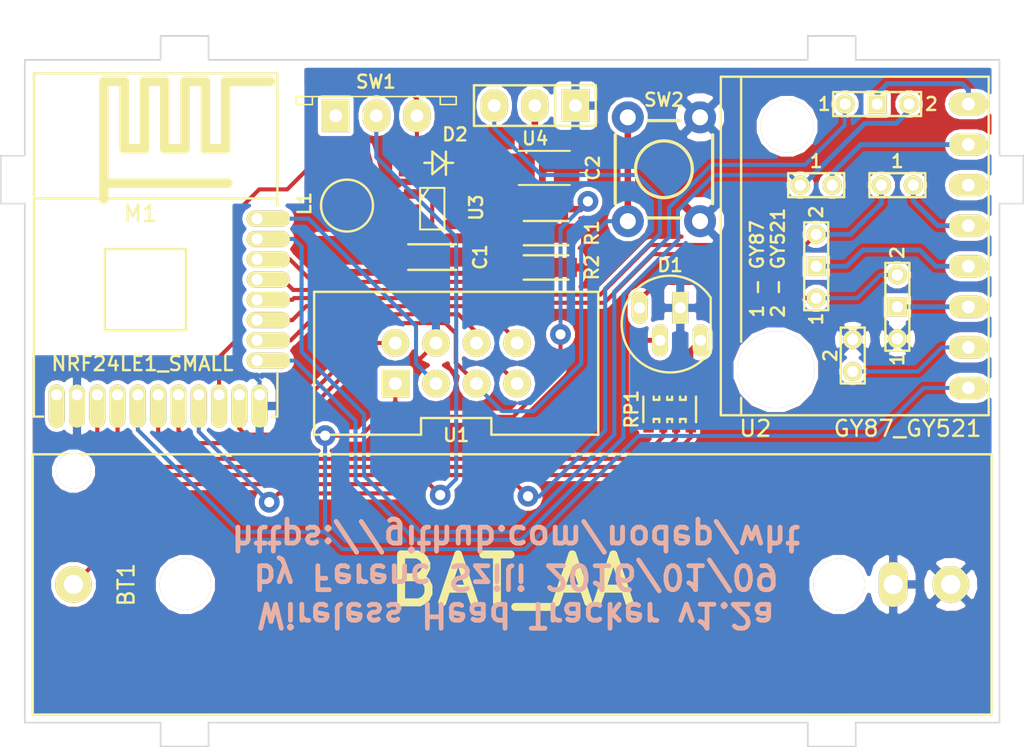
<source format=kicad_pcb>
(kicad_pcb (version 4) (host pcbnew 4.0.1-stable)

  (general
    (links 59)
    (no_connects 0)
    (area 33.527999 59.134499 97.628001 106.188501)
    (thickness 1.6)
    (drawings 30)
    (tracks 297)
    (zones 0)
    (modules 22)
    (nets 32)
  )

  (page A4)
  (layers
    (0 F.Cu signal)
    (31 B.Cu signal)
    (32 B.Adhes user hide)
    (33 F.Adhes user hide)
    (34 B.Paste user hide)
    (35 F.Paste user hide)
    (36 B.SilkS user)
    (37 F.SilkS user)
    (38 B.Mask user hide)
    (39 F.Mask user hide)
    (40 Dwgs.User user hide)
    (41 Cmts.User user hide)
    (42 Eco1.User user hide)
    (43 Eco2.User user hide)
    (44 Edge.Cuts user)
  )

  (setup
    (last_trace_width 0.254)
    (user_trace_width 0.3048)
    (user_trace_width 0.3556)
    (user_trace_width 0.4064)
    (trace_clearance 0.254)
    (zone_clearance 0.254)
    (zone_45_only no)
    (trace_min 0.254)
    (segment_width 0.2)
    (edge_width 0.1)
    (via_size 1.3)
    (via_drill 0.635)
    (via_min_size 0.889)
    (via_min_drill 0.508)
    (uvia_size 0.508)
    (uvia_drill 0.127)
    (uvias_allowed no)
    (uvia_min_size 0.508)
    (uvia_min_drill 0.127)
    (pcb_text_width 0.3)
    (pcb_text_size 1.5 1.5)
    (mod_edge_width 0.1778)
    (mod_text_size 1 1)
    (mod_text_width 0.15)
    (pad_size 1.05 2.7)
    (pad_drill 0.7)
    (pad_to_mask_clearance 0)
    (aux_axis_origin 0 0)
    (grid_origin 35.078 104.6385)
    (visible_elements 7FFFFF7F)
    (pcbplotparams
      (layerselection 0x010f0_80000001)
      (usegerberextensions true)
      (excludeedgelayer true)
      (linewidth 0.100000)
      (plotframeref false)
      (viasonmask false)
      (mode 1)
      (useauxorigin false)
      (hpglpennumber 1)
      (hpglpenspeed 20)
      (hpglpendiameter 15)
      (hpglpenoverlay 2)
      (psnegative false)
      (psa4output false)
      (plotreference true)
      (plotvalue true)
      (plotinvisibletext false)
      (padsonsilk false)
      (subtractmaskfromsilk false)
      (outputformat 1)
      (mirror false)
      (drillshape 0)
      (scaleselection 1)
      (outputdirectory ./gerber))
  )

  (net 0 "")
  (net 1 GND)
  (net 2 VCC)
  (net 3 /FSCK)
  (net 4 /FMOSI)
  (net 5 /FCSN)
  (net 6 /SCL)
  (net 7 /SDA)
  (net 8 /FMISO)
  (net 9 "Net-(BT1-Pad1)")
  (net 10 /PROG)
  (net 11 /RESET)
  (net 12 "Net-(D1-PadBA)")
  (net 13 "Net-(D1-PadRA)")
  (net 14 "Net-(D1-PadGA)")
  (net 15 /VBATT)
  (net 16 "Net-(R1-Pad2)")
  (net 17 "Net-(C1-Pad1)")
  (net 18 "Net-(L1-Pad2)")
  (net 19 /RD)
  (net 20 /GR)
  (net 21 /TXD)
  (net 22 /INT)
  (net 23 /DRDY)
  (net 24 "Net-(JP1-Pad2)")
  (net 25 "Net-(JP2-Pad2)")
  (net 26 "Net-(JP3-Pad2)")
  (net 27 "Net-(SL1-Pad2)")
  (net 28 "Net-(SL2-Pad2)")
  (net 29 "Net-(SL3-Pad2)")
  (net 30 /BL)
  (net 31 "Net-(RP1-Pad7)")

  (net_class Default "This is the default net class."
    (clearance 0.254)
    (trace_width 0.254)
    (via_dia 1.3)
    (via_drill 0.635)
    (uvia_dia 0.508)
    (uvia_drill 0.127)
    (add_net /BL)
    (add_net /DRDY)
    (add_net /FCSN)
    (add_net /FMISO)
    (add_net /FMOSI)
    (add_net /FSCK)
    (add_net /GR)
    (add_net /INT)
    (add_net /PROG)
    (add_net /RD)
    (add_net /RESET)
    (add_net /SCL)
    (add_net /SDA)
    (add_net /TXD)
    (add_net /VBATT)
    (add_net GND)
    (add_net "Net-(BT1-Pad1)")
    (add_net "Net-(C1-Pad1)")
    (add_net "Net-(D1-PadBA)")
    (add_net "Net-(D1-PadGA)")
    (add_net "Net-(D1-PadRA)")
    (add_net "Net-(JP1-Pad2)")
    (add_net "Net-(JP2-Pad2)")
    (add_net "Net-(JP3-Pad2)")
    (add_net "Net-(L1-Pad2)")
    (add_net "Net-(R1-Pad2)")
    (add_net "Net-(RP1-Pad7)")
    (add_net "Net-(SL1-Pad2)")
    (add_net "Net-(SL2-Pad2)")
    (add_net "Net-(SL3-Pad2)")
    (add_net VCC)
  )

  (module wht:INDUCTOR_DL16 (layer F.Cu) (tedit 556D5F87) (tstamp 5566E470)
    (at 55.245 72.263 90)
    (path /5554A9A2)
    (fp_text reference L1 (at 0.1245 -2.667 90) (layer F.SilkS)
      (effects (font (size 0.8128 0.8128) (thickness 0.1524)))
    )
    (fp_text value 4.7uH (at 0.1245 -0.167 90) (layer Dwgs.User)
      (effects (font (size 0.8128 0.8128) (thickness 0.1524)))
    )
    (fp_circle (center 0 0) (end 1.27 1.016) (layer F.SilkS) (width 0.1524))
    (pad 1 smd trapezoid (at -2.8 0 90) (size 1.8 3.2) (rect_delta -0.5 0 ) (layers F.Cu F.Paste F.Mask)
      (net 17 "Net-(C1-Pad1)"))
    (pad 2 smd trapezoid (at 2.8 0 90) (size 1.8 3.2) (rect_delta 0.5 0 ) (layers F.Cu F.Paste F.Mask)
      (net 18 "Net-(L1-Pad2)"))
  )

  (module wht:NRF24LE1_SMALL (layer F.Cu) (tedit 5549E68C) (tstamp 53AAC3B0)
    (at 43.586 78.4805)
    (path /53A87AFB)
    (fp_text reference M1 (at -1.27 -5.715) (layer F.SilkS)
      (effects (font (size 1 1) (thickness 0.15)))
    )
    (fp_text value NRF24LE1_SMALL (at -1.143 3.683) (layer F.SilkS)
      (effects (font (size 0.889 0.889) (thickness 0.1524)))
    )
    (fp_line (start -3.556 -7.62) (end 4.191 -7.62) (layer F.SilkS) (width 0.6))
    (fp_line (start 4.064 -14) (end 6.858 -14) (layer F.SilkS) (width 0.6))
    (fp_line (start 2.794 -9.779) (end 4.064 -9.779) (layer F.SilkS) (width 0.6))
    (fp_line (start 1.524 -14) (end 2.794 -14) (layer F.SilkS) (width 0.6))
    (fp_line (start 0.254 -9.779) (end 1.524 -9.779) (layer F.SilkS) (width 0.6))
    (fp_line (start -1.016 -14) (end 0.254 -14) (layer F.SilkS) (width 0.6))
    (fp_line (start -2.286 -9.779) (end -1.016 -9.779) (layer F.SilkS) (width 0.6))
    (fp_line (start -3.556 -14) (end -2.286 -14) (layer F.SilkS) (width 0.6))
    (fp_line (start 0.254 -14) (end 0.254 -9.779) (layer F.SilkS) (width 0.6))
    (fp_line (start 1.524 -9.779) (end 1.524 -14) (layer F.SilkS) (width 0.6))
    (fp_line (start 2.794 -14) (end 2.794 -9.779) (layer F.SilkS) (width 0.6))
    (fp_line (start 4.064 -9.779) (end 4.064 -14) (layer F.SilkS) (width 0.6))
    (fp_line (start -1.016 -14) (end -1.016 -9.779) (layer F.SilkS) (width 0.6))
    (fp_line (start -2.287 -14) (end -2.287 -9.779) (layer F.SilkS) (width 0.6))
    (fp_line (start -3.556 -14) (end -3.556 -6.636) (layer F.SilkS) (width 0.6))
    (fp_line (start -7.9375 -6.858) (end -7.9375 -14.5) (layer F.SilkS) (width 0.1524))
    (fp_line (start -7.9375 -14.5) (end 7.3025 -14.5) (layer F.SilkS) (width 0.1524))
    (fp_line (start 7.3025 -14.5) (end 7.3025 -6.858) (layer F.SilkS) (width 0.1524))
    (fp_line (start 7.3025 -6.6675) (end 7.3025 -6.223) (layer F.SilkS) (width 0.1524))
    (fp_line (start -7.366 7) (end -7.9375 7) (layer F.SilkS) (width 0.1524))
    (fp_line (start -3.4925 -3.4925) (end -3.4925 1.5875) (layer F.SilkS) (width 0.15))
    (fp_line (start -3.4925 1.5875) (end 1.5875 1.5875) (layer F.SilkS) (width 0.15))
    (fp_line (start 1.5875 1.5875) (end 1.5875 -3.4925) (layer F.SilkS) (width 0.15))
    (fp_line (start 1.5875 -3.4925) (end -3.4925 -3.4925) (layer F.SilkS) (width 0.15))
    (fp_line (start 7.3025 7) (end 6.985 7) (layer F.SilkS) (width 0.15))
    (fp_line (start -7.9375 7) (end -7.9375 -6.6675) (layer F.SilkS) (width 0.1524))
    (fp_line (start -7.9375 -6.6675) (end 7.3025 -6.6675) (layer F.SilkS) (width 0.15))
    (fp_line (start 7.3025 4.318) (end 7.3025 7) (layer F.SilkS) (width 0.15))
    (pad 1 thru_hole oval (at -6.50875 5.635625) (size 1 2.7) (drill 0.7 (offset 0 0.7)) (layers *.Cu *.Mask F.SilkS))
    (pad 2 thru_hole oval (at -5.23875 5.635625) (size 1 2.7) (drill 0.7 (offset 0 0.7)) (layers *.Cu *.Mask F.SilkS)
      (net 1 GND))
    (pad 3 thru_hole oval (at -3.96875 5.635625) (size 1 2.7) (drill 0.7 (offset 0 0.7)) (layers *.Cu *.Mask F.SilkS)
      (net 19 /RD))
    (pad 4 thru_hole oval (at -2.69875 5.635625) (size 1 2.7) (drill 0.7 (offset 0 0.7)) (layers *.Cu *.Mask F.SilkS)
      (net 30 /BL))
    (pad 5 thru_hole oval (at -1.42875 5.635625) (size 1 2.7) (drill 0.7 (offset 0 0.7)) (layers *.Cu *.Mask F.SilkS)
      (net 2 VCC))
    (pad 6 thru_hole oval (at -0.15875 5.635625) (size 1 2.7) (drill 0.7 (offset 0 0.7)) (layers *.Cu *.Mask F.SilkS)
      (net 20 /GR))
    (pad 7 thru_hole oval (at 1.11125 5.635625) (size 1 2.7) (drill 0.7 (offset 0 0.7)) (layers *.Cu *.Mask F.SilkS)
      (net 10 /PROG))
    (pad 8 thru_hole oval (at 2.38125 5.635625) (size 1 2.7) (drill 0.7 (offset 0 0.7)) (layers *.Cu *.Mask F.SilkS)
      (net 21 /TXD))
    (pad 10 thru_hole oval (at 4.92125 5.635625) (size 1 2.7) (drill 0.7 (offset 0 0.7)) (layers *.Cu *.Mask F.SilkS)
      (net 3 /FSCK))
    (pad 9 thru_hole oval (at 3.65125 5.635625) (size 1 2.7) (drill 0.7 (offset 0 0.7)) (layers *.Cu *.Mask F.SilkS)
      (net 15 /VBATT))
    (pad 11 thru_hole oval (at 6.19125 5.635625) (size 1 2.7) (drill 0.7 (offset 0 0.7)) (layers *.Cu *.Mask F.SilkS)
      (net 1 GND))
    (pad 12 thru_hole oval (at 6.0325 3.4925 90) (size 1 2.7) (drill 0.7 (offset 0 0.7)) (layers *.Cu *.Mask F.SilkS)
      (net 22 /INT))
    (pad 13 thru_hole oval (at 6.0325 2.2225 90) (size 1 2.7) (drill 0.7 (offset 0 0.7)) (layers *.Cu *.Mask F.SilkS)
      (net 4 /FMOSI))
    (pad 14 thru_hole oval (at 6.0325 0.9525 90) (size 1 2.7) (drill 0.7 (offset 0 0.7)) (layers *.Cu *.Mask F.SilkS)
      (net 8 /FMISO))
    (pad 15 thru_hole oval (at 6.0325 -0.3175 90) (size 1 2.7) (drill 0.7 (offset 0 0.7)) (layers *.Cu *.Mask F.SilkS)
      (net 5 /FCSN))
    (pad 16 thru_hole oval (at 6.0325 -1.5875 90) (size 1 2.7) (drill 0.7 (offset 0 0.7)) (layers *.Cu *.Mask F.SilkS)
      (net 6 /SCL))
    (pad 17 thru_hole oval (at 6.0325 -2.8575 90) (size 1 2.7) (drill 0.7 (offset 0 0.7)) (layers *.Cu *.Mask F.SilkS)
      (net 7 /SDA))
    (pad 18 thru_hole oval (at 6.0325 -4.1275 90) (size 1 2.7) (drill 0.7 (offset 0 0.7)) (layers *.Cu *.Mask F.SilkS)
      (net 23 /DRDY))
    (pad 19 thru_hole oval (at 6.0325 -5.3975 90) (size 1 2.7) (drill 0.7 (offset 0 0.7)) (layers *.Cu *.Mask F.SilkS)
      (net 11 /RESET))
  )

  (module wht:Capacitor_SMD0805_HandSoldering (layer F.Cu) (tedit 555B12B3) (tstamp 555B0295)
    (at 60.578 75.4885 180)
    (descr "Capacitor, SMD, 0805, Hand soldering,")
    (tags "Capacitor, SMD, 0805, Hand soldering,")
    (path /5559F305)
    (attr smd)
    (fp_text reference C1 (at -3 0 270) (layer F.SilkS)
      (effects (font (size 0.8128 0.8128) (thickness 0.1524)))
    )
    (fp_text value 4.7uF (at 0 1.5 180) (layer F.SilkS) hide
      (effects (font (size 0.8128 0.8128) (thickness 0.1016)))
    )
    (fp_line (start -1.5 0.8) (end 1.5 0.8) (layer F.SilkS) (width 0.1524))
    (fp_line (start -1.5 -0.8) (end 1.5 -0.8) (layer F.SilkS) (width 0.1524))
    (pad 1 smd rect (at -1.30048 0 180) (size 1.5 1.2) (layers F.Cu F.Paste F.Mask)
      (net 17 "Net-(C1-Pad1)"))
    (pad 2 smd rect (at 1.30048 0 180) (size 1.5 1.2) (layers F.Cu F.Paste F.Mask)
      (net 1 GND))
  )

  (module wht:TACTILE-PTH (layer F.Cu) (tedit 5566FA86) (tstamp 5559E7FA)
    (at 75.078 69.9885 90)
    (descr "<b>OMRON SWITCH</b>")
    (path /53AB20EC)
    (fp_text reference SW2 (at 4.35 0 180) (layer F.SilkS)
      (effects (font (size 0.8128 0.8128) (thickness 0.1524)))
    )
    (fp_text value SW_PUSH (at 4.85 0 180) (layer Dwgs.User)
      (effects (font (size 0.8128 0.8128) (thickness 0.1524)))
    )
    (fp_line (start 3.048 -1.016) (end 3.048 -2.54) (layer Dwgs.User) (width 0.2032))
    (fp_line (start 3.048 -2.54) (end 2.54 -3.048) (layer Dwgs.User) (width 0.2032))
    (fp_line (start 2.54 3.048) (end 3.048 2.54) (layer Dwgs.User) (width 0.2032))
    (fp_line (start 3.048 2.54) (end 3.048 1.016) (layer Dwgs.User) (width 0.2032))
    (fp_line (start -2.54 -3.048) (end -3.048 -2.54) (layer Dwgs.User) (width 0.2032))
    (fp_line (start -3.048 -2.54) (end -3.048 -1.016) (layer Dwgs.User) (width 0.2032))
    (fp_line (start -2.54 3.048) (end -3.048 2.54) (layer Dwgs.User) (width 0.2032))
    (fp_line (start -3.048 2.54) (end -3.048 1.016) (layer Dwgs.User) (width 0.2032))
    (fp_line (start 2.54 3.048) (end 2.159 3.048) (layer Dwgs.User) (width 0.2032))
    (fp_line (start -2.54 3.048) (end -2.159 3.048) (layer Dwgs.User) (width 0.2032))
    (fp_line (start -2.54 -3.048) (end -2.159 -3.048) (layer Dwgs.User) (width 0.2032))
    (fp_line (start 2.54 -3.048) (end 2.159 -3.048) (layer Dwgs.User) (width 0.2032))
    (fp_line (start 2.159 -3.048) (end -2.159 -3.048) (layer F.SilkS) (width 0.2032))
    (fp_line (start -2.159 3.048) (end 2.159 3.048) (layer F.SilkS) (width 0.2032))
    (fp_line (start 3.048 -0.998) (end 3.048 1.016) (layer F.SilkS) (width 0.2032))
    (fp_line (start -3.048 -1.028) (end -3.048 1.016) (layer F.SilkS) (width 0.2032))
    (fp_line (start -2.54 -1.27) (end -2.54 -0.508) (layer Dwgs.User) (width 0.2032))
    (fp_line (start -2.54 0.508) (end -2.54 1.27) (layer Dwgs.User) (width 0.2032))
    (fp_line (start -2.54 -0.508) (end -2.159 0.381) (layer Dwgs.User) (width 0.2032))
    (fp_circle (center 0 0) (end 1.778 0) (layer F.SilkS) (width 0.2032))
    (pad 1 thru_hole circle (at -3.2512 -2.2606 90) (size 2 2) (drill 1) (layers *.Cu *.Mask)
      (net 3 /FSCK))
    (pad 1 thru_hole circle (at 3.2512 -2.2606 90) (size 2 2) (drill 1) (layers *.Cu *.Mask)
      (net 3 /FSCK))
    (pad 2 thru_hole circle (at -3.2512 2.2606 90) (size 2 2) (drill 1) (layers *.Cu *.Mask)
      (net 1 GND))
    (pad 2 thru_hole circle (at 3.2512 2.2606 90) (size 2 2) (drill 1) (layers *.Cu *.Mask)
      (net 1 GND))
  )

  (module wht:ESP2010_switch (layer F.Cu) (tedit 55704A74) (tstamp 555B179B)
    (at 57.078 66.6385)
    (descr "1 pin")
    (tags "CONN DEV")
    (path /53AAC4C3)
    (fp_text reference SW1 (at -0.029 -2.132) (layer F.SilkS)
      (effects (font (size 0.8128 0.8128) (thickness 0.1524)))
    )
    (fp_text value SWITCH_INV (at 0 -3.5) (layer F.SilkS) hide
      (effects (font (size 0.8128 0.8128) (thickness 0.1524)))
    )
    (fp_line (start 0.2 -7.2) (end 0.2 -6.7) (layer Dwgs.User) (width 0.1))
    (fp_line (start -1.8 -7.2) (end 0.2 -7.2) (layer Dwgs.User) (width 0.1))
    (fp_line (start -1.8 -6.7) (end -1.8 -7.2) (layer Dwgs.User) (width 0.1))
    (fp_line (start 3.4 -6.2) (end 0.2 -6.7) (layer Dwgs.User) (width 0.1))
    (fp_line (start -5 -6.2) (end -1.8 -6.7) (layer Dwgs.User) (width 0.1))
    (fp_line (start 3.4 -5.7) (end 3.4 -6.2) (layer Dwgs.User) (width 0.1))
    (fp_line (start -5 -5.7) (end -5 -6.2) (layer Dwgs.User) (width 0.1))
    (fp_line (start 5 -1.2) (end 5 -0.7) (layer F.SilkS) (width 0.1))
    (fp_line (start 5 -0.7) (end 4 -0.7) (layer F.SilkS) (width 0.1))
    (fp_line (start 4 -0.7) (end 4 -1.2) (layer F.SilkS) (width 0.1))
    (fp_line (start -5 -1.2) (end -5 -0.7) (layer F.SilkS) (width 0.1))
    (fp_line (start -5 -0.7) (end -4 -0.7) (layer F.SilkS) (width 0.1))
    (fp_line (start -4 -1.2) (end -4 -0.7) (layer F.SilkS) (width 0.1))
    (fp_line (start -5 -5.7) (end 5 -5.7) (layer Dwgs.User) (width 0.1))
    (fp_line (start 5 -1.2) (end 5 -5.7) (layer Dwgs.User) (width 0.1))
    (fp_line (start -5 -5.7) (end -5 -1.2) (layer Dwgs.User) (width 0.1))
    (fp_line (start -5 -1.2) (end 5 -1.2) (layer F.SilkS) (width 0.1))
    (pad 1 thru_hole rect (at -2.54 0) (size 1.7272 2.032) (drill 0.8) (layers *.Cu *.Mask F.SilkS))
    (pad 2 thru_hole oval (at 0 0) (size 1.7272 2.032) (drill 0.8) (layers *.Cu *.Mask F.SilkS)
      (net 9 "Net-(BT1-Pad1)"))
    (pad 3 thru_hole oval (at 2.54 0) (size 1.7272 2.032) (drill 0.8) (layers *.Cu *.Mask F.SilkS)
      (net 15 /VBATT))
    (model Pin_Headers/Pin_Header_Angled_1x03.wrl
      (at (xyz 0 0 0))
      (scale (xyz 1 1 1))
      (rotate (xyz 0 0 0))
    )
  )

  (module wht:Resistor_SMD0805_HandSoldering (layer F.Cu) (tedit 555B6496) (tstamp 555AFC17)
    (at 67.578 76.1385 180)
    (descr "Resistor, SMD, 0805, Hand soldering,")
    (tags "Resistor, SMD, 0805, Hand soldering,")
    (path /5554B775)
    (attr smd)
    (fp_text reference R2 (at -3 0 270) (layer F.SilkS)
      (effects (font (size 0.8128 0.8128) (thickness 0.1524)))
    )
    (fp_text value 330K (at 0 1.778 180) (layer F.SilkS) hide
      (effects (font (size 0.8128 0.8128) (thickness 0.1778)))
    )
    (fp_line (start 1.27 0.762) (end -1.524 0.762) (layer F.SilkS) (width 0.15))
    (fp_line (start -1.524 -0.762) (end 1.27 -0.762) (layer F.SilkS) (width 0.15))
    (pad 1 smd rect (at -1.30048 0 180) (size 1.50114 1.19888) (layers F.Cu F.Paste F.Mask)
      (net 1 GND))
    (pad 2 smd rect (at 1.30048 0 180) (size 1.50114 1.19888) (layers F.Cu F.Paste F.Mask)
      (net 16 "Net-(R1-Pad2)"))
  )

  (module wht:Resistor_SMD0805_HandSoldering (layer F.Cu) (tedit 555B6496) (tstamp 555AFC12)
    (at 67.578 73.9885 180)
    (descr "Resistor, SMD, 0805, Hand soldering,")
    (tags "Resistor, SMD, 0805, Hand soldering,")
    (path /5554B6DC)
    (attr smd)
    (fp_text reference R1 (at -3 0 270) (layer F.SilkS)
      (effects (font (size 0.8128 0.8128) (thickness 0.1524)))
    )
    (fp_text value 562K (at 0 1.778 180) (layer F.SilkS) hide
      (effects (font (size 0.8128 0.8128) (thickness 0.1778)))
    )
    (fp_line (start 1.27 0.762) (end -1.524 0.762) (layer F.SilkS) (width 0.15))
    (fp_line (start -1.524 -0.762) (end 1.27 -0.762) (layer F.SilkS) (width 0.15))
    (pad 1 smd rect (at -1.30048 0 180) (size 1.50114 1.19888) (layers F.Cu F.Paste F.Mask)
      (net 2 VCC))
    (pad 2 smd rect (at 1.30048 0 180) (size 1.50114 1.19888) (layers F.Cu F.Paste F.Mask)
      (net 16 "Net-(R1-Pad2)"))
  )

  (module wht:SOT23_6_WHT (layer F.Cu) (tedit 556D6199) (tstamp 555B2305)
    (at 60.578 72.4885 270)
    (path /55549ED9)
    (fp_text reference U3 (at -0.1 -2.75 450) (layer F.SilkS)
      (effects (font (size 0.8128 0.8128) (thickness 0.1524)))
    )
    (fp_text value MCP1640 (at 0 0 270) (layer Dwgs.User)
      (effects (font (size 0.3556 0.3556) (thickness 0.0635)))
    )
    (fp_line (start -0.508 0.762) (end -1.27 0.254) (layer F.SilkS) (width 0.127))
    (fp_line (start 1.27 0.762) (end -1.3335 0.762) (layer F.SilkS) (width 0.127))
    (fp_line (start -1.3335 0.762) (end -1.3335 -0.762) (layer F.SilkS) (width 0.127))
    (fp_line (start -1.3335 -0.762) (end 1.27 -0.762) (layer F.SilkS) (width 0.127))
    (fp_line (start 1.27 -0.762) (end 1.27 0.762) (layer F.SilkS) (width 0.127))
    (pad 6 smd rect (at -0.9525 -1.27 270) (size 0.6 1) (layers F.Cu F.Paste F.Mask)
      (net 17 "Net-(C1-Pad1)"))
    (pad 5 smd rect (at 0 -1.27 270) (size 0.6 1) (layers F.Cu F.Paste F.Mask)
      (net 2 VCC))
    (pad 4 smd rect (at 0.9525 -1.27 270) (size 0.6 1) (layers F.Cu F.Paste F.Mask)
      (net 16 "Net-(R1-Pad2)"))
    (pad 3 smd rect (at 0.9525 1.27 270) (size 0.6 1) (layers F.Cu F.Paste F.Mask)
      (net 17 "Net-(C1-Pad1)"))
    (pad 2 smd rect (at 0 1.27 270) (size 0.6 1) (layers F.Cu F.Paste F.Mask)
      (net 1 GND))
    (pad 1 smd rect (at -0.9525 1.27 270) (size 0.6 1) (layers F.Cu F.Paste F.Mask)
      (net 18 "Net-(L1-Pad2)"))
    (model smd/SOT23_6.wrl
      (at (xyz 0 0 0))
      (scale (xyz 0.11 0.11 0.11))
      (rotate (xyz 0 0 0))
    )
  )

  (module wht:Pin_Header_Straight_1x03 (layer F.Cu) (tedit 55BCD7B4) (tstamp 555F2368)
    (at 67 66 180)
    (descr "1 pin")
    (tags "CONN DEV")
    (path /557014AA)
    (fp_text reference U4 (at -0.0185 -2.0625 360) (layer F.SilkS)
      (effects (font (size 0.8128 0.8128) (thickness 0.1524)))
    )
    (fp_text value DBG_CONN (at 0 2 180) (layer F.SilkS) hide
      (effects (font (size 0.8128 0.8128) (thickness 0.1524)))
    )
    (fp_line (start -1.27 1.27) (end 3.81 1.27) (layer F.SilkS) (width 0.1524))
    (fp_line (start 3.81 1.27) (end 3.81 -1.27) (layer F.SilkS) (width 0.1524))
    (fp_line (start 3.81 -1.27) (end -1.27 -1.27) (layer F.SilkS) (width 0.1524))
    (fp_line (start -3.81 -1.27) (end -1.27 -1.27) (layer F.SilkS) (width 0.1524))
    (fp_line (start -1.27 -1.27) (end -1.27 1.27) (layer F.SilkS) (width 0.1524))
    (fp_line (start -3.81 -1.27) (end -3.81 1.27) (layer F.SilkS) (width 0.1524))
    (fp_line (start -3.81 1.27) (end -1.27 1.27) (layer F.SilkS) (width 0.1524))
    (pad 1 thru_hole rect (at -2.54 0 180) (size 1.7272 2.032) (drill 0.8) (layers *.Cu *.Mask F.SilkS)
      (net 1 GND))
    (pad 2 thru_hole oval (at 0 0 180) (size 1.7272 2.032) (drill 0.8) (layers *.Cu *.Mask F.SilkS)
      (net 2 VCC))
    (pad 3 thru_hole oval (at 2.54 0 180) (size 1.7272 2.032) (drill 0.8) (layers *.Cu *.Mask F.SilkS)
      (net 21 /TXD))
    (model Pin_Headers/Pin_Header_Straight_1x03.wrl
      (at (xyz 0 0 0))
      (scale (xyz 1 1 1))
      (rotate (xyz 0 0 0))
    )
  )

  (module wht:LED_RGB_CC (layer F.Cu) (tedit 55743F52) (tstamp 55701F2F)
    (at 75.464 79.683)
    (descr "LED 5mm - Lead pitch 100mil (2,54mm)")
    (tags "LED led 5mm 5MM 100mil 2,54mm")
    (path /555AFE3C)
    (fp_text reference D1 (at 0 -3.683 180) (layer F.SilkS)
      (effects (font (size 0.8128 0.8128) (thickness 0.1524)))
    )
    (fp_text value LED_RGB_CC (at 0.254 -3.81) (layer Dwgs.User)
      (effects (font (size 0.8128 0.8128) (thickness 0.1524)))
    )
    (fp_line (start 2.54 -1.651) (end 2.54 1.651) (layer F.SilkS) (width 0.1524))
    (fp_arc (start 0 0) (end 2.54 1.651) (angle 294) (layer F.SilkS) (width 0.1524))
    (pad BA thru_hole oval (at -1.905 -1.016) (size 1 2) (drill 0.7) (layers *.Cu *.Mask F.SilkS)
      (net 12 "Net-(D1-PadBA)"))
    (pad GA thru_hole oval (at -0.635 1.016) (size 1 2) (drill 0.7) (layers *.Cu *.Mask F.SilkS)
      (net 14 "Net-(D1-PadGA)"))
    (pad CC thru_hole rect (at 0.635 -1.016) (size 1 2) (drill 0.7) (layers *.Cu *.Mask F.SilkS)
      (net 1 GND))
    (pad RA thru_hole oval (at 1.905 1.016) (size 1 2) (drill 0.7) (layers *.Cu *.Mask F.SilkS)
      (net 13 "Net-(D1-PadRA)"))
    (model discret/leds/led5_vertical_verde.wrl
      (at (xyz 0 0 0))
      (scale (xyz 1 1 1))
      (rotate (xyz 0 0 0))
    )
  )

  (module wht:Resistor_Array_x4_1206 (layer F.Cu) (tedit 55BCCE4C) (tstamp 5549EF9C)
    (at 75.438 85.0265)
    (path /5549C534)
    (fp_text reference RP1 (at -2.387 -0.0095 270) (layer F.SilkS)
      (effects (font (size 0.8128 0.8128) (thickness 0.1524)))
    )
    (fp_text value R_PACK4 (at 0 2) (layer Dwgs.User)
      (effects (font (size 0.8128 0.8128) (thickness 0.1524)))
    )
    (fp_line (start 1 0.8) (end 1.65 0.8) (layer Dwgs.User) (width 0.15))
    (fp_line (start 0.15 0.8) (end 0.65 0.8) (layer Dwgs.User) (width 0.15))
    (fp_line (start -0.65 0.8) (end -0.15 0.8) (layer Dwgs.User) (width 0.15))
    (fp_line (start -1.65 0.8) (end -1 0.8) (layer Dwgs.User) (width 0.15))
    (fp_line (start 1 -0.8) (end 1.65 -0.8) (layer Dwgs.User) (width 0.15))
    (fp_line (start 0.15 -0.8) (end 0.65 -0.8) (layer Dwgs.User) (width 0.15))
    (fp_line (start -0.65 -0.8) (end -0.15 -0.8) (layer Dwgs.User) (width 0.15))
    (fp_line (start -1.65 -0.8) (end -1 -0.8) (layer Dwgs.User) (width 0.15))
    (fp_line (start 0.65 0.8) (end 0.65 0.6) (layer F.SilkS) (width 0.15))
    (fp_line (start 0.65 0.6) (end 1 0.6) (layer F.SilkS) (width 0.15))
    (fp_line (start 1 0.6) (end 1 0.8) (layer F.SilkS) (width 0.15))
    (fp_line (start -0.15 0.8) (end -0.15 0.6) (layer F.SilkS) (width 0.15))
    (fp_line (start -0.15 0.6) (end 0.15 0.6) (layer F.SilkS) (width 0.15))
    (fp_line (start 0.15 0.6) (end 0.15 0.8) (layer F.SilkS) (width 0.15))
    (fp_line (start -1 0.8) (end -1 0.6) (layer F.SilkS) (width 0.15))
    (fp_line (start -1 0.6) (end -0.65 0.6) (layer F.SilkS) (width 0.15))
    (fp_line (start -0.65 0.6) (end -0.65 0.8) (layer F.SilkS) (width 0.15))
    (fp_line (start 0.65 -0.8) (end 0.65 -0.6) (layer F.SilkS) (width 0.15))
    (fp_line (start 0.65 -0.6) (end 1 -0.6) (layer F.SilkS) (width 0.15))
    (fp_line (start 1 -0.6) (end 1 -0.8) (layer F.SilkS) (width 0.15))
    (fp_line (start -0.15 -0.8) (end -0.15 -0.6) (layer F.SilkS) (width 0.15))
    (fp_line (start -0.15 -0.6) (end 0.15 -0.6) (layer F.SilkS) (width 0.15))
    (fp_line (start 0.15 -0.6) (end 0.15 -0.8) (layer F.SilkS) (width 0.15))
    (fp_line (start -1 -0.8) (end -1 -0.6) (layer F.SilkS) (width 0.15))
    (fp_line (start -1 -0.6) (end -0.65 -0.6) (layer F.SilkS) (width 0.15))
    (fp_line (start -0.65 -0.6) (end -0.65 -0.8) (layer F.SilkS) (width 0.15))
    (fp_line (start 1.65 -0.8) (end 1.65 0.8) (layer F.SilkS) (width 0.15))
    (fp_line (start -1.65 0.8) (end -1.65 -0.8) (layer F.SilkS) (width 0.15))
    (pad 8 smd rect (at -1.325 -1) (size 0.65 0.9) (layers F.Cu F.Paste F.Mask)
      (net 31 "Net-(RP1-Pad7)"))
    (pad 7 smd rect (at -0.4 -1) (size 0.5 0.9) (layers F.Cu F.Paste F.Mask)
      (net 31 "Net-(RP1-Pad7)"))
    (pad 6 smd rect (at 0.4 -1) (size 0.5 0.9) (layers F.Cu F.Paste F.Mask)
      (net 12 "Net-(D1-PadBA)"))
    (pad 5 smd rect (at 1.325 -1) (size 0.65 0.9) (layers F.Cu F.Paste F.Mask)
      (net 13 "Net-(D1-PadRA)"))
    (pad 1 smd rect (at -1.325 1) (size 0.65 0.9) (layers F.Cu F.Paste F.Mask)
      (net 14 "Net-(D1-PadGA)"))
    (pad 2 smd rect (at -0.4 1) (size 0.5 0.9) (layers F.Cu F.Paste F.Mask)
      (net 20 /GR))
    (pad 3 smd rect (at 0.4 1) (size 0.5 0.9) (layers F.Cu F.Paste F.Mask)
      (net 30 /BL))
    (pad 4 smd rect (at 1.325 1) (size 0.65 0.9) (layers F.Cu F.Paste F.Mask)
      (net 19 /RD))
  )

  (module wht:SelectTHT (layer F.Cu) (tedit 55703F9E) (tstamp 557034FA)
    (at 88.418 65.9035)
    (path /55704E7F)
    (fp_text reference SL3 (at 0 1.5) (layer Dwgs.User)
      (effects (font (size 0.8128 0.8128) (thickness 0.1524)))
    )
    (fp_text value SEL_P8 (at 0 -1.5) (layer Dwgs.User)
      (effects (font (size 0.8128 0.8128) (thickness 0.1524)))
    )
    (fp_line (start -2.75 -0.75) (end -2.75 0.75) (layer F.SilkS) (width 0.1524))
    (fp_line (start -2.75 0.75) (end 2.75 0.75) (layer F.SilkS) (width 0.1524))
    (fp_line (start 2.75 0.75) (end 2.75 -0.75) (layer F.SilkS) (width 0.1524))
    (fp_line (start 2.75 -0.75) (end -2.75 -0.75) (layer F.SilkS) (width 0.1524))
    (fp_text user 2 (at 3.4 0) (layer F.SilkS)
      (effects (font (size 0.8128 0.8128) (thickness 0.1524)))
    )
    (fp_text user 1 (at -3.3 0) (layer F.SilkS)
      (effects (font (size 0.8128 0.8128) (thickness 0.1524)))
    )
    (pad 2 thru_hole rect (at 0 0) (size 1.2 1.2) (drill 0.7) (layers *.Cu *.Mask F.SilkS)
      (net 29 "Net-(SL3-Pad2)"))
    (pad 1 thru_hole circle (at -2 0) (size 1.2 1.2) (drill 0.7) (layers *.Cu *.Mask F.SilkS)
      (net 23 /DRDY))
    (pad 3 thru_hole circle (at 2 0) (size 1.2 1.2) (drill 0.7) (layers *.Cu *.Mask F.SilkS)
      (net 22 /INT))
  )

  (module wht:SelectTHT (layer F.Cu) (tedit 55703FE1) (tstamp 557034EB)
    (at 89.688 78.6035 90)
    (path /557034F6)
    (fp_text reference SL2 (at 0 1.5 90) (layer Dwgs.User)
      (effects (font (size 0.8128 0.8128) (thickness 0.1524)))
    )
    (fp_text value SEL_P3 (at 0 -1.5 90) (layer Dwgs.User)
      (effects (font (size 0.8128 0.8128) (thickness 0.1524)))
    )
    (fp_line (start -2.75 -0.75) (end -2.75 0.75) (layer F.SilkS) (width 0.1524))
    (fp_line (start -2.75 0.75) (end 2.75 0.75) (layer F.SilkS) (width 0.1524))
    (fp_line (start 2.75 0.75) (end 2.75 -0.75) (layer F.SilkS) (width 0.1524))
    (fp_line (start 2.75 -0.75) (end -2.75 -0.75) (layer F.SilkS) (width 0.1524))
    (fp_text user 2 (at 3.4 0 90) (layer F.SilkS)
      (effects (font (size 0.8128 0.8128) (thickness 0.1524)))
    )
    (fp_text user 1 (at -3.3 0 90) (layer F.SilkS)
      (effects (font (size 0.8128 0.8128) (thickness 0.1524)))
    )
    (pad 2 thru_hole rect (at 0 0 90) (size 1.2 1.2) (drill 0.7) (layers *.Cu *.Mask F.SilkS)
      (net 28 "Net-(SL2-Pad2)"))
    (pad 1 thru_hole circle (at -2 0 90) (size 1.2 1.2) (drill 0.7) (layers *.Cu *.Mask F.SilkS)
      (net 1 GND))
    (pad 3 thru_hole circle (at 2 0 90) (size 1.2 1.2) (drill 0.7) (layers *.Cu *.Mask F.SilkS)
      (net 6 /SCL))
  )

  (module wht:SelectTHT (layer F.Cu) (tedit 55704009) (tstamp 557034DC)
    (at 84.608 76.0635 90)
    (path /55704AF0)
    (fp_text reference SL1 (at 0 1.5 90) (layer Dwgs.User)
      (effects (font (size 0.8128 0.8128) (thickness 0.1524)))
    )
    (fp_text value SEL_P4 (at 0 -1.5 90) (layer Dwgs.User)
      (effects (font (size 0.8128 0.8128) (thickness 0.1524)))
    )
    (fp_line (start -2.75 -0.75) (end -2.75 0.75) (layer F.SilkS) (width 0.1524))
    (fp_line (start -2.75 0.75) (end 2.75 0.75) (layer F.SilkS) (width 0.1524))
    (fp_line (start 2.75 0.75) (end 2.75 -0.75) (layer F.SilkS) (width 0.1524))
    (fp_line (start 2.75 -0.75) (end -2.75 -0.75) (layer F.SilkS) (width 0.1524))
    (fp_text user 2 (at 3.4 0 90) (layer F.SilkS)
      (effects (font (size 0.8128 0.8128) (thickness 0.1524)))
    )
    (fp_text user 1 (at -3.3 0 90) (layer F.SilkS)
      (effects (font (size 0.8128 0.8128) (thickness 0.1524)))
    )
    (pad 2 thru_hole rect (at 0 0 90) (size 1.2 1.2) (drill 0.7) (layers *.Cu *.Mask F.SilkS)
      (net 27 "Net-(SL1-Pad2)"))
    (pad 1 thru_hole circle (at -2 0 90) (size 1.2 1.2) (drill 0.7) (layers *.Cu *.Mask F.SilkS)
      (net 6 /SCL))
    (pad 3 thru_hole circle (at 2 0 90) (size 1.2 1.2) (drill 0.7) (layers *.Cu *.Mask F.SilkS)
      (net 7 /SDA))
  )

  (module wht:JumperTHT (layer F.Cu) (tedit 55703FCB) (tstamp 557034B7)
    (at 89.688 70.9835)
    (path /5570406B)
    (fp_text reference JP1 (at -2.413 -0.127 90) (layer Dwgs.User)
      (effects (font (size 0.8128 0.8128) (thickness 0.1524)))
    )
    (fp_text value 1 (at 0 -1.5) (layer F.SilkS)
      (effects (font (size 0.8128 0.8128) (thickness 0.1524)))
    )
    (fp_line (start -1.75 -0.75) (end -1.75 0.75) (layer F.SilkS) (width 0.1524))
    (fp_line (start -1.75 0.75) (end 1.75 0.75) (layer F.SilkS) (width 0.1524))
    (fp_line (start 1.75 0.75) (end 1.75 -0.75) (layer F.SilkS) (width 0.1524))
    (fp_line (start 1.75 -0.75) (end -1.75 -0.75) (layer F.SilkS) (width 0.1524))
    (pad 1 thru_hole circle (at -1 0) (size 1.2 1.2) (drill 0.7) (layers *.Cu *.Mask F.SilkS)
      (net 7 /SDA))
    (pad 2 thru_hole circle (at 1 0) (size 1.2 1.2) (drill 0.7) (layers *.Cu *.Mask F.SilkS)
      (net 24 "Net-(JP1-Pad2)"))
  )

  (module wht:JumperTHT (layer F.Cu) (tedit 55703FC4) (tstamp 557034C2)
    (at 84.608 70.9835)
    (path /557039B1)
    (fp_text reference JP2 (at -2.54 0 90) (layer Dwgs.User)
      (effects (font (size 0.8128 0.8128) (thickness 0.1524)))
    )
    (fp_text value 1 (at 0 -1.5) (layer F.SilkS)
      (effects (font (size 0.8128 0.8128) (thickness 0.1524)))
    )
    (fp_line (start -1.75 -0.75) (end -1.75 0.75) (layer F.SilkS) (width 0.1524))
    (fp_line (start -1.75 0.75) (end 1.75 0.75) (layer F.SilkS) (width 0.1524))
    (fp_line (start 1.75 0.75) (end 1.75 -0.75) (layer F.SilkS) (width 0.1524))
    (fp_line (start 1.75 -0.75) (end -1.75 -0.75) (layer F.SilkS) (width 0.1524))
    (pad 1 thru_hole circle (at -1 0) (size 1.2 1.2) (drill 0.7) (layers *.Cu *.Mask F.SilkS)
      (net 22 /INT))
    (pad 2 thru_hole circle (at 1 0) (size 1.2 1.2) (drill 0.7) (layers *.Cu *.Mask F.SilkS)
      (net 25 "Net-(JP2-Pad2)"))
  )

  (module wht:JumperTHT (layer F.Cu) (tedit 55704000) (tstamp 557034CD)
    (at 86.894 81.6515 270)
    (path /55704C9F)
    (fp_text reference JP3 (at 2.413 0.127 360) (layer Dwgs.User)
      (effects (font (size 0.8128 0.8128) (thickness 0.1524)))
    )
    (fp_text value 2 (at 0 1.397 270) (layer F.SilkS)
      (effects (font (size 0.8128 0.8128) (thickness 0.1524)))
    )
    (fp_line (start -1.75 -0.75) (end -1.75 0.75) (layer F.SilkS) (width 0.1524))
    (fp_line (start -1.75 0.75) (end 1.75 0.75) (layer F.SilkS) (width 0.1524))
    (fp_line (start 1.75 0.75) (end 1.75 -0.75) (layer F.SilkS) (width 0.1524))
    (fp_line (start 1.75 -0.75) (end -1.75 -0.75) (layer F.SilkS) (width 0.1524))
    (pad 1 thru_hole circle (at -1 0 270) (size 1.2 1.2) (drill 0.7) (layers *.Cu *.Mask F.SilkS)
      (net 1 GND))
    (pad 2 thru_hole circle (at 1 0 270) (size 1.2 1.2) (drill 0.7) (layers *.Cu *.Mask F.SilkS)
      (net 26 "Net-(JP3-Pad2)"))
  )

  (module wht:NRF_ICSP_RibbonCable (layer F.Cu) (tedit 5566EAED) (tstamp 5566FD4D)
    (at 62.078 82.1385)
    (descr "nRF24LE1 Programmer connector with ribbon cable connector")
    (path /53A87671)
    (fp_text reference U1 (at 0 4.5 180) (layer F.SilkS)
      (effects (font (size 0.8128 0.8128) (thickness 0.1524)))
    )
    (fp_text value NRF24LE1_PROG (at 0 -3.175) (layer F.SilkS) hide
      (effects (font (size 0.8128 0.8128) (thickness 0.1524)))
    )
    (fp_line (start 2.2 3.429) (end 2.2 4.475) (layer F.SilkS) (width 0.1524))
    (fp_line (start -2.2 3.429) (end -2.2 4.475) (layer F.SilkS) (width 0.1524))
    (fp_line (start -8.89 4.475) (end -2.2 4.475) (layer F.SilkS) (width 0.1524))
    (fp_line (start -2.2 3.429) (end 2.2 3.429) (layer F.SilkS) (width 0.1524))
    (fp_line (start 2.2 4.475) (end 8.89 4.475) (layer F.SilkS) (width 0.1524))
    (fp_line (start 8.89 4.475) (end 8.89 -4.475) (layer F.SilkS) (width 0.1524))
    (fp_line (start 8.89 -4.475) (end -8.89 -4.475) (layer F.SilkS) (width 0.1524))
    (fp_line (start -8.89 -4.475) (end -8.89 4.475) (layer F.SilkS) (width 0.1524))
    (pad 1 thru_hole rect (at -3.81 1.27) (size 1.7272 1.7272) (drill 0.8) (layers *.Cu *.Mask F.SilkS)
      (net 2 VCC))
    (pad 2 thru_hole oval (at -3.81 -1.27) (size 1.7272 1.7272) (drill 0.8) (layers *.Cu *.Mask F.SilkS)
      (net 10 /PROG))
    (pad 3 thru_hole oval (at -1.27 1.27) (size 1.7272 1.7272) (drill 0.8) (layers *.Cu *.Mask F.SilkS)
      (net 11 /RESET))
    (pad 4 thru_hole oval (at -1.27 -1.27) (size 1.7272 1.7272) (drill 0.8) (layers *.Cu *.Mask F.SilkS)
      (net 1 GND))
    (pad 5 thru_hole oval (at 1.27 1.27) (size 1.7272 1.7272) (drill 0.8) (layers *.Cu *.Mask F.SilkS)
      (net 3 /FSCK))
    (pad 6 thru_hole oval (at 1.27 -1.27) (size 1.7272 1.7272) (drill 0.8) (layers *.Cu *.Mask F.SilkS)
      (net 4 /FMOSI))
    (pad 7 thru_hole oval (at 3.81 1.27) (size 1.7272 1.7272) (drill 0.8) (layers *.Cu *.Mask F.SilkS)
      (net 8 /FMISO))
    (pad 8 thru_hole oval (at 3.81 -1.27) (size 1.7272 1.7272) (drill 0.8) (layers *.Cu *.Mask F.SilkS)
      (net 5 /FCSN))
  )

  (module wht:c_1206 (layer F.Cu) (tedit 55BCD7BC) (tstamp 55BCD306)
    (at 67.59 69.904 180)
    (descr "SMT capacitor, 1206")
    (path /5559F568)
    (fp_text reference C2 (at -3.048 0 450) (layer F.SilkS)
      (effects (font (size 0.8128 0.8128) (thickness 0.1524)))
    )
    (fp_text value 10uF (at 3.048 0 270) (layer F.SilkS) hide
      (effects (font (size 0.8128 0.8128) (thickness 0.1524)))
    )
    (fp_line (start -1.6002 1.0668) (end 1.6002 1.0668) (layer F.SilkS) (width 0.127))
    (fp_line (start 1.6002 -1.0668) (end -1.6002 -1.0668) (layer F.SilkS) (width 0.127))
    (pad 1 smd rect (at 1.397 0 180) (size 1.6002 1.8034) (layers F.Cu F.Paste F.Mask)
      (net 2 VCC))
    (pad 2 smd rect (at -1.397 0 180) (size 1.6002 1.8034) (layers F.Cu F.Paste F.Mask)
      (net 1 GND))
    (model smd/capacitors/c_1206.wrl
      (at (xyz 0 0 0))
      (scale (xyz 1 1 1))
      (rotate (xyz 0 0 0))
    )
  )

  (module wht:GY87_GY521 (layer F.Cu) (tedit 55BCD5AD) (tstamp 5570350C)
    (at 87.783 74.7935 270)
    (path /557032BB)
    (fp_text reference U2 (at 11.43 6.985 360) (layer F.SilkS)
      (effects (font (size 1 1) (thickness 0.15)))
    )
    (fp_text value GY87_GY521 (at 11.43 -2.54 360) (layer F.SilkS)
      (effects (font (size 1 1) (thickness 0.15)))
    )
    (fp_line (start 10.6 7.874) (end 9.5 7.874) (layer F.SilkS) (width 0.15))
    (fp_line (start -10.6 9.144) (end 10.6 9.144) (layer F.SilkS) (width 0.15))
    (fp_line (start 10.6 -7.62) (end 10.6 9.144) (layer F.SilkS) (width 0.15))
    (fp_line (start 6 7.874) (end -10.6 7.874) (layer F.SilkS) (width 0.15))
    (fp_line (start -10.6 9.144) (end -10.6 -7.62) (layer F.SilkS) (width 0.15))
    (fp_line (start -10.6 -7.62) (end 10.6 -7.62) (layer F.SilkS) (width 0.15))
    (pad 1 thru_hole oval (at 8.89 -6.35) (size 2.4 1.4) (drill 0.8) (layers *.Cu *.Mask F.SilkS)
      (net 2 VCC))
    (pad 2 thru_hole oval (at 6.35 -6.35) (size 2.4 1.4) (drill 0.8) (layers *.Cu *.Mask F.SilkS)
      (net 26 "Net-(JP3-Pad2)"))
    (pad 3 thru_hole oval (at 3.81 -6.35) (size 2.4 1.4) (drill 0.8) (layers *.Cu *.Mask F.SilkS)
      (net 28 "Net-(SL2-Pad2)"))
    (pad 4 thru_hole oval (at 1.27 -6.35) (size 2.4 1.4) (drill 0.8) (layers *.Cu *.Mask F.SilkS)
      (net 27 "Net-(SL1-Pad2)"))
    (pad 5 thru_hole oval (at -1.27 -6.35) (size 2.4 1.4) (drill 0.8) (layers *.Cu *.Mask F.SilkS)
      (net 24 "Net-(JP1-Pad2)"))
    (pad 6 thru_hole oval (at -3.81 -6.35) (size 2.4 1.4) (drill 0.8) (layers *.Cu *.Mask F.SilkS))
    (pad 7 thru_hole oval (at -6.35 -6.35) (size 2.4 1.4) (drill 0.8) (layers *.Cu *.Mask F.SilkS)
      (net 25 "Net-(JP2-Pad2)"))
    (pad 8 thru_hole oval (at -8.89 -6.35) (size 2.4 1.4) (drill 0.8) (layers *.Cu *.Mask F.SilkS)
      (net 29 "Net-(SL3-Pad2)"))
    (pad "" thru_hole circle (at -7.5 5 270) (size 3.3 3.3) (drill 3.3) (layers *.Cu *.Mask F.SilkS))
    (pad "" thru_hole circle (at 7.75 5.7 270) (size 4.8 4.8) (drill 4.8) (layers *.Cu *.Mask F.SilkS))
  )

  (module wht:BATT_HOLDER_AAx1_KEYSTONE_1028 (layer F.Cu) (tedit 5690E257) (tstamp 5566E468)
    (at 65.578 95.9885)
    (path /53C5091B)
    (fp_text reference BT1 (at -24.15 0.014 90) (layer F.SilkS)
      (effects (font (size 1 1) (thickness 0.15)))
    )
    (fp_text value BAT_AA (at -0.02 -0.24) (layer F.SilkS)
      (effects (font (size 3 3) (thickness 0.5)))
    )
    (fp_line (start -30 -8.15) (end -30 8.15) (layer F.SilkS) (width 0.1524))
    (fp_line (start -30 -8.15) (end 30 -8.15) (layer F.SilkS) (width 0.1524))
    (fp_line (start 30 -8.15) (end 30 8.15) (layer F.SilkS) (width 0.1524))
    (fp_line (start 30 8.15) (end -30 8.15) (layer F.SilkS) (width 0.1524))
    (pad 1 thru_hole circle (at -27.45 0) (size 2.3 2.3) (drill 1.2) (layers *.Cu *.Mask F.SilkS)
      (net 9 "Net-(BT1-Pad1)"))
    (pad 2 thru_hole circle (at 27.45 0) (size 2.3 2.3) (drill 1.2) (layers *.Cu *.Mask F.SilkS)
      (net 1 GND))
    (pad 3 thru_hole circle (at -27.45 -7.1) (size 2.2 2.2) (drill 2.2) (layers *.Cu *.Mask F.SilkS))
    (pad 3 thru_hole circle (at -20.45 0) (size 3.2 3.2) (drill 3.2) (layers *.Cu *.Mask F.SilkS))
    (pad 3 thru_hole circle (at 20.45 0) (size 3.2 3.2) (drill 3.2) (layers *.Cu *.Mask F.SilkS))
    (pad 2 thru_hole oval (at 23.85 0) (size 1.8 2.8) (drill 1.2) (layers *.Cu *.Mask F.SilkS)
      (net 1 GND))
  )

  (module wht:Diode-MiniMELF_Handsoldering (layer F.Cu) (tedit 569E8F09) (tstamp 569E8F03)
    (at 60.986 69.5865)
    (descr "Diode Mini-MELF Handsoldering")
    (tags "Diode Mini-MELF Handsoldering")
    (path /569E8B3D)
    (attr smd)
    (fp_text reference D2 (at 1.016 -1.778 180) (layer F.SilkS)
      (effects (font (size 0.8128 0.8128) (thickness 0.1524)))
    )
    (fp_text value D_Schottky (at 0 -1.5) (layer F.SilkS) hide
      (effects (font (size 0.8128 0.8128) (thickness 0.1524)))
    )
    (fp_line (start 0.44958 0) (end 0.9 0) (layer F.SilkS) (width 0.1524))
    (fp_line (start -0.39878 0) (end -0.9 0) (layer F.SilkS) (width 0.1524))
    (fp_line (start 0.44958 0) (end 0.44958 0.7493) (layer F.SilkS) (width 0.1524))
    (fp_line (start 0.44958 0) (end 0.44958 -0.70104) (layer F.SilkS) (width 0.1524))
    (fp_line (start 0.44958 0) (end -0.39878 -0.70104) (layer F.SilkS) (width 0.1524))
    (fp_line (start -0.39878 -0.70104) (end -0.39878 0.70104) (layer F.SilkS) (width 0.1524))
    (fp_line (start -0.39878 0.70104) (end 0.44958 0) (layer F.SilkS) (width 0.1524))
    (pad 2 smd rect (at -1.85 0) (size 1.3 1.7) (layers F.Cu F.Paste F.Mask)
      (net 15 /VBATT))
    (pad 1 smd rect (at 1.875 0) (size 1.3 1.7) (layers F.Cu F.Paste F.Mask)
      (net 17 "Net-(C1-Pad1)"))
    (model MiniMELF_DO213AA_Faktor03937_RevA_06Sep2012.wrl
      (at (xyz 0 0 0))
      (scale (xyz 0.3937 0.3937 0.3937))
      (rotate (xyz 0 0 0))
    )
  )

  (gr_text "1 - GY87\n2 - GY521" (at 81.56 79.3655 90) (layer F.SilkS)
    (effects (font (size 0.8128 0.8128) (thickness 0.1524)) (justify left))
  )
  (gr_text "Wireless Head Tracker v1.2a\nby Ferenc Szili 2016/01/09\nhttps://github.com/nodep/wht" (at 65.812 95.4945 180) (layer B.SilkS)
    (effects (font (size 1.5 1.5) (thickness 0.3)) (justify mirror))
  )
  (gr_line (start 84.078 63.1385) (end 46.578 63.1385) (angle 90) (layer Edge.Cuts) (width 0.1))
  (gr_line (start 96.078 63.1385) (end 87.078 63.1385) (angle 90) (layer Edge.Cuts) (width 0.1))
  (gr_line (start 96.078 69.1385) (end 96.078 63.1385) (angle 90) (layer Edge.Cuts) (width 0.1))
  (gr_line (start 96.078 104.6385) (end 96.078 72.1385) (angle 90) (layer Edge.Cuts) (width 0.1))
  (gr_line (start 87.078 104.6385) (end 96.078 104.6385) (angle 90) (layer Edge.Cuts) (width 0.1))
  (gr_line (start 46.578 104.6385) (end 84.078 104.6385) (angle 90) (layer Edge.Cuts) (width 0.1))
  (gr_line (start 35.078 104.6385) (end 43.578 104.6385) (angle 90) (layer Edge.Cuts) (width 0.1))
  (gr_line (start 35.078 72.1385) (end 35.078 104.6385) (angle 90) (layer Edge.Cuts) (width 0.1))
  (gr_line (start 35.078 63.1385) (end 43.578 63.1385) (angle 90) (layer Edge.Cuts) (width 0.1))
  (gr_line (start 35.078 69.1385) (end 35.078 63.1385) (angle 90) (layer Edge.Cuts) (width 0.1))
  (gr_line (start 46.578 61.6385) (end 46.578 63.1385) (angle 90) (layer Edge.Cuts) (width 0.1))
  (gr_line (start 43.578 61.6385) (end 46.578 61.6385) (angle 90) (layer Edge.Cuts) (width 0.1))
  (gr_line (start 43.578 63.1385) (end 43.578 61.6385) (angle 90) (layer Edge.Cuts) (width 0.1))
  (gr_line (start 84.078 61.6385) (end 84.078 63.1385) (angle 90) (layer Edge.Cuts) (width 0.1))
  (gr_line (start 87.078 61.6385) (end 84.078 61.6385) (angle 90) (layer Edge.Cuts) (width 0.1))
  (gr_line (start 87.078 63.1385) (end 87.078 61.6385) (angle 90) (layer Edge.Cuts) (width 0.1))
  (gr_line (start 33.578 72.1385) (end 35.078 72.1385) (angle 90) (layer Edge.Cuts) (width 0.1))
  (gr_line (start 33.578 69.1385) (end 33.578 72.1385) (angle 90) (layer Edge.Cuts) (width 0.1))
  (gr_line (start 35.078 69.1385) (end 33.578 69.1385) (angle 90) (layer Edge.Cuts) (width 0.1))
  (gr_line (start 97.578 72.1385) (end 96.078 72.1385) (angle 90) (layer Edge.Cuts) (width 0.1))
  (gr_line (start 97.578 69.1385) (end 97.578 72.1385) (angle 90) (layer Edge.Cuts) (width 0.1))
  (gr_line (start 96.078 69.1385) (end 97.578 69.1385) (angle 90) (layer Edge.Cuts) (width 0.1))
  (gr_line (start 46.578 106.1385) (end 43.578 106.1385) (angle 90) (layer Edge.Cuts) (width 0.1))
  (gr_line (start 87.078 106.1385) (end 84.078 106.1385) (angle 90) (layer Edge.Cuts) (width 0.1))
  (gr_line (start 84.078 104.6385) (end 84.078 106.1385) (angle 90) (layer Edge.Cuts) (width 0.1))
  (gr_line (start 87.078 106.1385) (end 87.078 104.6385) (angle 90) (layer Edge.Cuts) (width 0.1))
  (gr_line (start 46.578 106.1385) (end 46.578 104.6385) (angle 90) (layer Edge.Cuts) (width 0.1))
  (gr_line (start 43.578 104.6385) (end 43.578 106.1385) (angle 90) (layer Edge.Cuts) (width 0.1))

  (segment (start 49.77725 84.116125) (end 49.77725 84.36195) (width 0.254) (layer B.Cu) (net 1))
  (segment (start 49.77725 84.36195) (end 50.2672 84.8519) (width 0.254) (layer B.Cu) (net 1) (tstamp 55759110))
  (segment (start 50.2672 84.8519) (end 51.1562 84.8519) (width 0.254) (layer B.Cu) (net 1) (tstamp 55759114))
  (segment (start 59.5678 82.1087) (end 59.517 82.1595) (width 0.254) (layer F.Cu) (net 1))
  (segment (start 59.517 82.1595) (end 56.9474 82.1595) (width 0.254) (layer F.Cu) (net 1))
  (segment (start 60.808 80.8685) (end 59.5678 82.1087) (width 0.254) (layer F.Cu) (net 1))
  (segment (start 49.77725 84.116125) (end 49.77725 84.48895) (width 0.254) (layer F.Cu) (net 1))
  (segment (start 49.77725 84.48895) (end 50.1402 84.8519) (width 0.254) (layer F.Cu) (net 1) (tstamp 55758D6A))
  (segment (start 50.1402 84.8519) (end 51.1562 84.8519) (width 0.254) (layer F.Cu) (net 1) (tstamp 55758D76))
  (segment (start 49.77725 84.116125) (end 49.77725 83.28775) (width 0.254) (layer B.Cu) (net 1))
  (segment (start 48.828 82.9885) (end 48.328 82.4885) (width 0.254) (layer B.Cu) (net 1) (tstamp 556C60C5))
  (segment (start 49.478 82.9885) (end 48.828 82.9885) (width 0.254) (layer B.Cu) (net 1) (tstamp 556C60C1))
  (segment (start 49.77725 83.28775) (end 49.478 82.9885) (width 0.254) (layer B.Cu) (net 1) (tstamp 556C60BD))
  (segment (start 52.578 75.4385) (end 52.578 73.4385) (width 0.254) (layer F.Cu) (net 1))
  (segment (start 53.528 72.4885) (end 59.308 72.4885) (width 0.254) (layer F.Cu) (net 1))
  (segment (start 53.669998 76.530498) (end 52.578 75.4385) (width 0.254) (layer F.Cu) (net 1))
  (segment (start 52.578 73.4385) (end 53.528 72.4885) (width 0.254) (layer F.Cu) (net 1))
  (segment (start 56.878 76.530498) (end 53.669998 76.530498) (width 0.254) (layer F.Cu) (net 1))
  (segment (start 57.919998 75.4885) (end 56.878 76.530498) (width 0.254) (layer F.Cu) (net 1))
  (segment (start 59.27752 75.4885) (end 57.919998 75.4885) (width 0.254) (layer F.Cu) (net 1))
  (segment (start 68.72735 76.1385) (end 68.87848 76.1385) (width 0.254) (layer F.Cu) (net 1))
  (segment (start 67.53237 77.33348) (end 68.72735 76.1385) (width 0.254) (layer F.Cu) (net 1))
  (segment (start 59.27752 75.4885) (end 59.42752 75.4885) (width 0.254) (layer F.Cu) (net 1))
  (segment (start 59.42752 75.4885) (end 60.46951 76.53049) (width 0.254) (layer F.Cu) (net 1))
  (segment (start 60.46951 76.53049) (end 64.26999 76.53049) (width 0.254) (layer F.Cu) (net 1))
  (segment (start 64.26999 76.53049) (end 65.07298 77.33348) (width 0.254) (layer F.Cu) (net 1))
  (segment (start 65.07298 77.33348) (end 67.53237 77.33348) (width 0.254) (layer F.Cu) (net 1))
  (segment (start 61.848 72.4885) (end 66.191657 72.4885) (width 0.4064) (layer F.Cu) (net 2))
  (segment (start 66.191657 72.4885) (end 68.877187 72.4885) (width 0.4064) (layer F.Cu) (net 2))
  (segment (start 66.193 69.904) (end 66.193 71.2121) (width 0.4064) (layer F.Cu) (net 2))
  (segment (start 66.191657 71.213443) (end 66.191657 72.4885) (width 0.4064) (layer F.Cu) (net 2))
  (segment (start 66.193 71.2121) (end 66.191657 71.213443) (width 0.4064) (layer F.Cu) (net 2))
  (segment (start 68.877187 72.4885) (end 69.8315 72.4885) (width 0.4064) (layer F.Cu) (net 2))
  (segment (start 68.87848 73.9885) (end 68.87848 72.98266) (width 0.4064) (layer F.Cu) (net 2))
  (segment (start 68.87848 72.98266) (end 68.877187 72.981367) (width 0.4064) (layer F.Cu) (net 2))
  (segment (start 68.877187 72.981367) (end 68.877187 72.4885) (width 0.4064) (layer F.Cu) (net 2))
  (segment (start 69.8315 72.4885) (end 70.3205 71.9995) (width 0.4064) (layer F.Cu) (net 2))
  (segment (start 66.193 69.904) (end 66.193 68.253) (width 0.4064) (layer F.Cu) (net 2))
  (segment (start 67 67.446) (end 67 66) (width 0.4064) (layer F.Cu) (net 2) (tstamp 55BCDD24))
  (segment (start 66.193 68.253) (end 67 67.446) (width 0.4064) (layer F.Cu) (net 2) (tstamp 55BCDD23))
  (segment (start 94.133 83.6835) (end 91.339 83.6835) (width 0.254) (layer B.Cu) (net 2))
  (segment (start 91.339 83.6835) (end 88.334 86.6885) (width 0.254) (layer B.Cu) (net 2))
  (segment (start 66.3835 93.78) (end 54.948889 93.78) (width 0.254) (layer B.Cu) (net 2))
  (segment (start 88.334 86.6885) (end 73.475 86.6885) (width 0.254) (layer B.Cu) (net 2))
  (segment (start 73.475 86.6885) (end 66.3835 93.78) (width 0.254) (layer B.Cu) (net 2))
  (segment (start 54.948889 93.78) (end 53.869389 92.7005) (width 0.254) (layer B.Cu) (net 2))
  (segment (start 69.670501 72.649499) (end 70.3205 71.9995) (width 0.254) (layer B.Cu) (net 2))
  (segment (start 68.606 73.714) (end 69.670501 72.649499) (width 0.254) (layer B.Cu) (net 2))
  (segment (start 68.606 80.3307) (end 68.606 73.714) (width 0.254) (layer B.Cu) (net 2))
  (via (at 70.3205 71.9995) (size 1.3) (drill 0.635) (layers F.Cu B.Cu) (net 2))
  (via (at 68.606 80.3307) (size 1.3) (drill 0.635) (layers F.Cu B.Cu) (net 2))
  (segment (start 68.606 81.249938) (end 68.606 80.3307) (width 0.254) (layer F.Cu) (net 2))
  (segment (start 68.606 82.53251) (end 68.606 81.249938) (width 0.254) (layer F.Cu) (net 2))
  (segment (start 65.65161 85.4869) (end 68.606 82.53251) (width 0.254) (layer F.Cu) (net 2))
  (segment (start 59.2288 85.4869) (end 65.65161 85.4869) (width 0.254) (layer F.Cu) (net 2))
  (segment (start 59.2288 85.4869) (end 58.268 84.5261) (width 0.254) (layer F.Cu) (net 2))
  (segment (start 58.268 84.5261) (end 58.268 83.4085) (width 0.254) (layer F.Cu) (net 2))
  (via (at 53.874002 86.668) (size 1.3) (drill 0.635) (layers F.Cu B.Cu) (net 2))
  (segment (start 56.1261 86.668) (end 58.268 84.5261) (width 0.254) (layer F.Cu) (net 2))
  (segment (start 56.1261 86.668) (end 54.79324 86.668) (width 0.254) (layer F.Cu) (net 2))
  (segment (start 54.79324 86.668) (end 53.874002 86.668) (width 0.254) (layer F.Cu) (net 2))
  (segment (start 42.15725 86.31775) (end 42.15725 84.116125) (width 0.254) (layer B.Cu) (net 2))
  (segment (start 48.54 92.7005) (end 42.15725 86.31775) (width 0.254) (layer B.Cu) (net 2))
  (segment (start 53.869389 87.591851) (end 53.869389 92.7005) (width 0.254) (layer B.Cu) (net 2))
  (segment (start 53.874002 87.587238) (end 53.869389 87.591851) (width 0.254) (layer B.Cu) (net 2))
  (segment (start 53.874002 86.668) (end 53.874002 87.587238) (width 0.254) (layer B.Cu) (net 2))
  (segment (start 53.869389 92.7005) (end 48.54 92.7005) (width 0.254) (layer B.Cu) (net 2))
  (segment (start 72.8174 66.7373) (end 72.8174 73.2397) (width 0.4064) (layer F.Cu) (net 3))
  (segment (start 63.348 83.4085) (end 63.348 83.548) (width 0.254) (layer B.Cu) (net 3))
  (segment (start 63.348 83.548) (end 64.9385 85.1385) (width 0.254) (layer B.Cu) (net 3))
  (segment (start 64.9385 85.1385) (end 66.928 85.1385) (width 0.254) (layer B.Cu) (net 3))
  (segment (start 66.928 85.1385) (end 69.9014 82.1651) (width 0.254) (layer B.Cu) (net 3))
  (segment (start 69.9014 82.1651) (end 69.9014 74.8316) (width 0.254) (layer B.Cu) (net 3))
  (segment (start 69.9014 74.8316) (end 71.4933 73.2397) (width 0.254) (layer B.Cu) (net 3))
  (segment (start 71.4933 73.2397) (end 72.8174 73.2397) (width 0.254) (layer B.Cu) (net 3))
  (segment (start 63.348 83.4085) (end 62.052601 82.113101) (width 0.254) (layer F.Cu) (net 3))
  (segment (start 62.052601 82.113101) (end 62.052601 80.271091) (width 0.254) (layer F.Cu) (net 3))
  (segment (start 62.052601 80.271091) (end 61.405409 79.623899) (width 0.254) (layer F.Cu) (net 3))
  (segment (start 61.405409 79.623899) (end 57.409101 79.623899) (width 0.254) (layer F.Cu) (net 3))
  (segment (start 57.409101 79.623899) (end 50.4285 86.6045) (width 0.254) (layer F.Cu) (net 3))
  (segment (start 50.4285 86.6045) (end 48.8855 86.6045) (width 0.254) (layer F.Cu) (net 3))
  (segment (start 48.8855 86.6045) (end 48.50725 86.22625) (width 0.254) (layer F.Cu) (net 3))
  (segment (start 48.50725 86.22625) (end 48.50725 84.116125) (width 0.254) (layer F.Cu) (net 3))
  (segment (start 51.2225 80.703) (end 49.6185 80.703) (width 0.254) (layer F.Cu) (net 4))
  (segment (start 51.7237 80.703) (end 51.2225 80.703) (width 0.254) (layer F.Cu) (net 4))
  (segment (start 53.35616 79.07054) (end 51.7237 80.703) (width 0.254) (layer F.Cu) (net 4))
  (segment (start 62.21004 79.07054) (end 53.35616 79.07054) (width 0.254) (layer F.Cu) (net 4))
  (segment (start 63.348 80.2085) (end 62.21004 79.07054) (width 0.254) (layer F.Cu) (net 4))
  (segment (start 63.348 80.8685) (end 63.348 80.2085) (width 0.254) (layer F.Cu) (net 4))
  (segment (start 65.888 80.7485) (end 65.888 80.8685) (width 0.254) (layer F.Cu) (net 5))
  (segment (start 63.19402 78.05452) (end 65.888 80.7485) (width 0.254) (layer F.Cu) (net 5))
  (segment (start 51.93378 78.05452) (end 63.19402 78.05452) (width 0.254) (layer F.Cu) (net 5))
  (segment (start 51.8253 78.163) (end 51.93378 78.05452) (width 0.254) (layer F.Cu) (net 5))
  (segment (start 49.6185 78.163) (end 51.8253 78.163) (width 0.254) (layer F.Cu) (net 5))
  (segment (start 84.608 78.0635) (end 83.941 78.0635) (width 0.254) (layer F.Cu) (net 6))
  (segment (start 83.941 78.0635) (end 81.179 75.3015) (width 0.254) (layer F.Cu) (net 6))
  (segment (start 81.179 75.3015) (end 74.3985 75.3015) (width 0.254) (layer F.Cu) (net 6))
  (segment (start 74.3985 75.3015) (end 71.3505 78.3495) (width 0.254) (layer F.Cu) (net 6))
  (segment (start 71.3505 78.3495) (end 64.339 78.3495) (width 0.254) (layer F.Cu) (net 6))
  (segment (start 64.339 78.3495) (end 63.53601 77.54651) (width 0.254) (layer F.Cu) (net 6))
  (segment (start 63.53601 77.54651) (end 51.87601 77.54651) (width 0.254) (layer F.Cu) (net 6))
  (segment (start 51.87601 77.54651) (end 51.2225 76.893) (width 0.254) (layer F.Cu) (net 6))
  (segment (start 51.2225 76.893) (end 49.6185 76.893) (width 0.254) (layer F.Cu) (net 6))
  (segment (start 87.18 78.0635) (end 84.608 78.0635) (width 0.254) (layer B.Cu) (net 6))
  (segment (start 88.64 76.6035) (end 87.18 78.0635) (width 0.254) (layer B.Cu) (net 6))
  (segment (start 89.688 76.6035) (end 88.64 76.6035) (width 0.254) (layer B.Cu) (net 6))
  (segment (start 84.608 74.0635) (end 83.9415 74.73) (width 0.254) (layer F.Cu) (net 7))
  (segment (start 51.2225 75.623) (end 49.6185 75.623) (width 0.254) (layer F.Cu) (net 7))
  (segment (start 83.9415 74.73) (end 74.2067 74.73) (width 0.254) (layer F.Cu) (net 7))
  (segment (start 74.2067 74.73) (end 71.09521 77.84149) (width 0.254) (layer F.Cu) (net 7))
  (segment (start 71.09521 77.84149) (end 64.68099 77.84149) (width 0.254) (layer F.Cu) (net 7))
  (segment (start 64.68099 77.84149) (end 63.878 77.0385) (width 0.254) (layer F.Cu) (net 7))
  (segment (start 63.878 77.0385) (end 53.078 77.0385) (width 0.254) (layer F.Cu) (net 7))
  (segment (start 53.078 77.0385) (end 51.6625 75.623) (width 0.254) (layer F.Cu) (net 7))
  (segment (start 51.6625 75.623) (end 51.2225 75.623) (width 0.254) (layer F.Cu) (net 7))
  (segment (start 86.735 74.0635) (end 84.608 74.0635) (width 0.3048) (layer B.Cu) (net 7))
  (segment (start 88.688 72.1105) (end 86.735 74.0635) (width 0.3048) (layer B.Cu) (net 7))
  (segment (start 88.688 70.9835) (end 88.688 72.1105) (width 0.3048) (layer B.Cu) (net 7))
  (segment (start 51.2225 79.433) (end 49.6185 79.433) (width 0.254) (layer F.Cu) (net 8))
  (segment (start 52.69577 78.56253) (end 51.8253 79.433) (width 0.254) (layer F.Cu) (net 8))
  (segment (start 62.90203 78.56253) (end 52.69577 78.56253) (width 0.254) (layer F.Cu) (net 8))
  (segment (start 51.8253 79.433) (end 51.2225 79.433) (width 0.254) (layer F.Cu) (net 8))
  (segment (start 64.628 80.2885) (end 62.90203 78.56253) (width 0.254) (layer F.Cu) (net 8))
  (segment (start 64.628 82.1485) (end 64.628 80.2885) (width 0.254) (layer F.Cu) (net 8))
  (segment (start 65.888 83.4085) (end 64.628 82.1485) (width 0.254) (layer F.Cu) (net 8))
  (segment (start 57.078 69.2385) (end 62.078 74.2385) (width 0.254) (layer B.Cu) (net 9) (tstamp 556D6D19))
  (segment (start 62.078 74.2385) (end 62.078 89.3885) (width 0.254) (layer B.Cu) (net 9) (tstamp 556D6D22))
  (via (at 61.078 90.3885) (size 1.3) (drill 0.635) (layers F.Cu B.Cu) (net 9))
  (segment (start 62.078 89.3885) (end 61.727999 89.738501) (width 0.254) (layer B.Cu) (net 9))
  (segment (start 61.727999 89.738501) (end 61.078 90.3885) (width 0.254) (layer B.Cu) (net 9))
  (segment (start 44.409001 89.707499) (end 38.128 95.9885) (width 0.254) (layer F.Cu) (net 9))
  (segment (start 44.409001 89.707499) (end 60.396999 89.707499) (width 0.254) (layer F.Cu) (net 9))
  (segment (start 60.396999 89.707499) (end 60.428001 89.738501) (width 0.254) (layer F.Cu) (net 9))
  (segment (start 60.428001 89.738501) (end 61.078 90.3885) (width 0.254) (layer F.Cu) (net 9))
  (segment (start 57.078 66.6385) (end 57.078 69.2385) (width 0.254) (layer B.Cu) (net 9))
  (segment (start 58.268 80.8685) (end 57.0535 80.8685) (width 0.254) (layer F.Cu) (net 10))
  (segment (start 44.69725 86.35325) (end 44.69725 84.116125) (width 0.254) (layer F.Cu) (net 10))
  (segment (start 57.0535 80.8685) (end 50.7841 87.1379) (width 0.254) (layer F.Cu) (net 10))
  (segment (start 50.7841 87.1379) (end 45.4819 87.1379) (width 0.254) (layer F.Cu) (net 10))
  (segment (start 45.4819 87.1379) (end 44.69725 86.35325) (width 0.254) (layer F.Cu) (net 10))
  (segment (start 59.944401 82.544901) (end 60.808 83.4085) (width 0.254) (layer B.Cu) (net 11))
  (segment (start 59.563399 82.163899) (end 59.944401 82.544901) (width 0.254) (layer B.Cu) (net 11))
  (segment (start 59.563399 79.813399) (end 59.563399 82.163899) (width 0.254) (layer B.Cu) (net 11))
  (segment (start 52.833 73.083) (end 59.563399 79.813399) (width 0.254) (layer B.Cu) (net 11))
  (segment (start 49.6185 73.083) (end 52.833 73.083) (width 0.254) (layer B.Cu) (net 11))
  (segment (start 75.838 84.0265) (end 75.838 84.7813) (width 0.3048) (layer F.Cu) (net 12))
  (segment (start 75.838 84.7813) (end 76.1372 85.0805) (width 0.3048) (layer F.Cu) (net 12))
  (segment (start 77.242 77.0795) (end 74.6465 77.0795) (width 0.3048) (layer F.Cu) (net 12))
  (segment (start 76.1372 85.0805) (end 77.215522 85.0805) (width 0.3048) (layer F.Cu) (net 12))
  (segment (start 77.215522 85.0805) (end 78.512 83.784022) (width 0.3048) (layer F.Cu) (net 12))
  (segment (start 78.512 83.784022) (end 78.512 78.3495) (width 0.3048) (layer F.Cu) (net 12))
  (segment (start 74.6465 77.0795) (end 73.559 78.167) (width 0.3048) (layer F.Cu) (net 12))
  (segment (start 78.512 78.3495) (end 77.242 77.0795) (width 0.3048) (layer F.Cu) (net 12))
  (segment (start 73.559 78.167) (end 73.559 78.667) (width 0.3048) (layer F.Cu) (net 12))
  (segment (start 73.5495 78.867) (end 73.3425 78.867) (width 0.254) (layer F.Cu) (net 12))
  (segment (start 76.763 84.0265) (end 76.763 81.305) (width 0.3048) (layer F.Cu) (net 13))
  (segment (start 76.763 81.305) (end 77.369 80.699) (width 0.3048) (layer F.Cu) (net 13))
  (segment (start 74.829 80.699) (end 74.0242 80.699) (width 0.3048) (layer F.Cu) (net 14))
  (segment (start 74.0242 80.699) (end 73.305 81.4182) (width 0.3048) (layer F.Cu) (net 14))
  (segment (start 73.305 81.4182) (end 73.305 85.652) (width 0.3048) (layer F.Cu) (net 14))
  (segment (start 73.305 85.652) (end 73.6795 86.0265) (width 0.3048) (layer F.Cu) (net 14))
  (segment (start 73.6795 86.0265) (end 74.113 86.0265) (width 0.3048) (layer F.Cu) (net 14))
  (segment (start 59.618 66.6385) (end 59.618 68.1605) (width 0.254) (layer F.Cu) (net 15) (status 400000))
  (segment (start 59.136 68.6425) (end 59.136 69.5865) (width 0.254) (layer F.Cu) (net 15) (tstamp 569E8F3B) (status 800000))
  (segment (start 59.618 68.1605) (end 59.136 68.6425) (width 0.254) (layer F.Cu) (net 15) (tstamp 569E8F3A))
  (segment (start 52.75 65.3665) (end 53.278 64.8385) (width 0.254) (layer F.Cu) (net 15) (tstamp 556D6986))
  (segment (start 53.278 64.8385) (end 58.878 64.8385) (width 0.254) (layer F.Cu) (net 15) (tstamp 556D6987))
  (segment (start 58.878 64.8385) (end 59.618 65.5785) (width 0.254) (layer F.Cu) (net 15) (tstamp 556D6988))
  (segment (start 59.618 65.5785) (end 59.618 66.6385) (width 0.254) (layer F.Cu) (net 15) (tstamp 556D6989))
  (segment (start 47.23725 81.76275) (end 48.25 80.75) (width 0.254) (layer F.Cu) (net 15) (tstamp 556C41AB))
  (segment (start 48.25 80.75) (end 48.25 72.75) (width 0.254) (layer F.Cu) (net 15) (tstamp 556C41AE))
  (segment (start 48.25 72.75) (end 49.75 71.25) (width 0.254) (layer F.Cu) (net 15) (tstamp 556C41AF))
  (segment (start 49.75 71.25) (end 51.5 71.25) (width 0.254) (layer F.Cu) (net 15) (tstamp 556C41B1))
  (segment (start 51.5 71.25) (end 52.75 70) (width 0.254) (layer F.Cu) (net 15) (tstamp 556C41B3))
  (segment (start 52.75 70) (end 52.75 68.5) (width 0.254) (layer F.Cu) (net 15) (tstamp 556C41B4))
  (segment (start 47.23725 84.116125) (end 47.23725 81.76275) (width 0.254) (layer F.Cu) (net 15))
  (segment (start 52.75 68.5) (end 52.75 65.3665) (width 0.254) (layer F.Cu) (net 15))
  (segment (start 61.848 73.441) (end 62.5291 73.441) (width 0.254) (layer F.Cu) (net 16))
  (segment (start 62.5291 73.441) (end 63.0766 73.9885) (width 0.254) (layer F.Cu) (net 16))
  (segment (start 63.0766 73.9885) (end 66.27752 73.9885) (width 0.254) (layer F.Cu) (net 16))
  (segment (start 66.27752 73.9885) (end 66.27752 76.1385) (width 0.254) (layer F.Cu) (net 16))
  (segment (start 62.861 69.5865) (end 62.51 69.5865) (width 0.254) (layer F.Cu) (net 17) (status C00000))
  (segment (start 62.51 69.5865) (end 61.848 70.2485) (width 0.254) (layer F.Cu) (net 17) (tstamp 569E8F36) (status 400000))
  (segment (start 61.848 70.2485) (end 61.848 71.536) (width 0.254) (layer F.Cu) (net 17) (tstamp 569E8F37) (status 800000))
  (segment (start 59.308 73.441) (end 60.578 73.441) (width 0.254) (layer F.Cu) (net 17))
  (segment (start 61.848 71.536) (end 61.0805 71.536) (width 0.254) (layer F.Cu) (net 17))
  (segment (start 61.0805 71.536) (end 60.578 72.0385) (width 0.254) (layer F.Cu) (net 17) (tstamp 556C5EF1))
  (segment (start 60.578 72.0385) (end 60.578 73.441) (width 0.254) (layer F.Cu) (net 17) (tstamp 556C5EF3))
  (segment (start 60.578 73.9385) (end 61.87848 75.23898) (width 0.254) (layer F.Cu) (net 17) (tstamp 556C5EF6))
  (segment (start 60.578 73.441) (end 60.578 73.9385) (width 0.254) (layer F.Cu) (net 17) (tstamp 556C5F01))
  (segment (start 61.87848 75.23898) (end 61.87848 75.4885) (width 0.254) (layer F.Cu) (net 17) (tstamp 556C5EF8))
  (segment (start 56.867 73.441) (end 55.245 75.063) (width 0.254) (layer F.Cu) (net 17) (tstamp 556C43B4))
  (segment (start 59.308 73.441) (end 56.867 73.441) (width 0.254) (layer F.Cu) (net 17))
  (segment (start 57.036 71.536) (end 59.308 71.536) (width 0.254) (layer F.Cu) (net 18) (tstamp 556C43AF))
  (segment (start 55.245 69.745) (end 57.036 71.536) (width 0.254) (layer F.Cu) (net 18) (tstamp 556C43AE))
  (segment (start 55.245 69.463) (end 55.245 69.745) (width 0.254) (layer F.Cu) (net 18))
  (segment (start 74.407 89.1385) (end 76.763 86.7825) (width 0.254) (layer F.Cu) (net 19))
  (segment (start 76.763 86.7825) (end 76.763 86.0265) (width 0.254) (layer F.Cu) (net 19))
  (segment (start 42.178 89.1385) (end 74.407 89.1385) (width 0.254) (layer F.Cu) (net 19))
  (segment (start 39.61725 86.57775) (end 42.178 89.1385) (width 0.254) (layer F.Cu) (net 19))
  (segment (start 39.61725 86.57775) (end 39.61725 84.116125) (width 0.254) (layer F.Cu) (net 19))
  (segment (start 75.038 86.0265) (end 75.038 86.7305) (width 0.254) (layer F.Cu) (net 20))
  (segment (start 75.038 86.7305) (end 73.692012 88.076488) (width 0.254) (layer F.Cu) (net 20))
  (segment (start 73.692012 88.076488) (end 73.692012 88.122488) (width 0.254) (layer F.Cu) (net 20))
  (segment (start 43.42725 86.74955) (end 43.42725 84.116125) (width 0.254) (layer F.Cu) (net 20))
  (segment (start 44.80018 88.12248) (end 43.42725 86.74955) (width 0.254) (layer F.Cu) (net 20))
  (segment (start 72.70142 88.12248) (end 44.80018 88.12248) (width 0.254) (layer F.Cu) (net 20) (tstamp 55BCBEC8))
  (segment (start 72.70142 88.12248) (end 72.70142 88.12248) (width 0.254) (layer F.Cu) (net 20))
  (segment (start 73.692012 88.122488) (end 72.70142 88.122488) (width 0.254) (layer F.Cu) (net 20) (tstamp 55BCBEC3))
  (segment (start 72.70142 88.122488) (end 72.70142 88.12248) (width 0.254) (layer F.Cu) (net 20) (tstamp 55BCBEC7))
  (segment (start 64.46 66) (end 64.46 67.409) (width 0.254) (layer B.Cu) (net 21))
  (segment (start 71.4 77.4605) (end 71.4 86.3505) (width 0.254) (layer B.Cu) (net 21))
  (segment (start 64.46 67.409) (end 67.3995 70.3485) (width 0.254) (layer B.Cu) (net 21))
  (segment (start 67.3995 70.3485) (end 73.3685 70.3485) (width 0.254) (layer B.Cu) (net 21))
  (segment (start 71.4 86.3505) (end 67.2725 90.478) (width 0.254) (layer B.Cu) (net 21))
  (segment (start 73.3685 70.3485) (end 74.829 71.809) (width 0.254) (layer B.Cu) (net 21))
  (segment (start 74.829 71.809) (end 74.829 74.0315) (width 0.254) (layer B.Cu) (net 21))
  (segment (start 74.829 74.0315) (end 71.4 77.4605) (width 0.254) (layer B.Cu) (net 21))
  (segment (start 67.2725 90.478) (end 66.5867 90.478) (width 0.254) (layer B.Cu) (net 21))
  (segment (start 66.5867 90.478) (end 66.574 90.4653) (width 0.254) (layer B.Cu) (net 21))
  (segment (start 50.378 90.8385) (end 50.402 90.8385) (width 0.254) (layer F.Cu) (net 21))
  (segment (start 49.728001 90.188501) (end 50.378 90.8385) (width 0.254) (layer B.Cu) (net 21))
  (segment (start 45.96725 86.42775) (end 49.728001 90.188501) (width 0.254) (layer B.Cu) (net 21))
  (segment (start 45.96725 84.116125) (end 45.96725 86.42775) (width 0.254) (layer B.Cu) (net 21))
  (via (at 50.378 90.8385) (size 1.3) (drill 0.635) (layers F.Cu B.Cu) (net 21))
  (via (at 66.574 90.4653) (size 1.3) (drill 0.635) (layers F.Cu B.Cu) (net 21))
  (segment (start 65.8374 89.7287) (end 66.574 90.4653) (width 0.254) (layer F.Cu) (net 21) (tstamp 557591CF))
  (segment (start 63.4498 89.7287) (end 65.8374 89.7287) (width 0.254) (layer F.Cu) (net 21) (tstamp 557591CD))
  (segment (start 61.7226 91.4559) (end 63.4498 89.7287) (width 0.254) (layer F.Cu) (net 21) (tstamp 557591CB))
  (segment (start 60.4272 91.4559) (end 61.7226 91.4559) (width 0.254) (layer F.Cu) (net 21) (tstamp 557591C9))
  (segment (start 59.2588 90.2875) (end 60.4272 91.4559) (width 0.254) (layer F.Cu) (net 21) (tstamp 557591C7))
  (segment (start 50.953 90.2875) (end 59.2588 90.2875) (width 0.254) (layer F.Cu) (net 21) (tstamp 557591C4))
  (segment (start 50.402 90.8385) (end 50.953 90.2875) (width 0.254) (layer F.Cu) (net 21) (tstamp 557591C0))
  (segment (start 83.608 70.9835) (end 82.973 70.3485) (width 0.254) (layer B.Cu) (net 22))
  (segment (start 82.973 70.3485) (end 78.185918 70.3485) (width 0.254) (layer B.Cu) (net 22))
  (segment (start 51.2225 81.973) (end 49.6185 81.973) (width 0.254) (layer B.Cu) (net 22))
  (segment (start 78.185918 70.3485) (end 75.957599 72.576819) (width 0.254) (layer B.Cu) (net 22))
  (segment (start 72.543 86.795) (end 66.12949 93.20851) (width 0.254) (layer B.Cu) (net 22))
  (segment (start 75.957599 72.576819) (end 75.957599 73.902581) (width 0.254) (layer B.Cu) (net 22))
  (segment (start 75.957599 73.902581) (end 75.972 73.916982) (width 0.254) (layer B.Cu) (net 22))
  (segment (start 75.972 73.916982) (end 75.972 74.4125) (width 0.254) (layer B.Cu) (net 22))
  (segment (start 75.972 74.4125) (end 72.543 77.8415) (width 0.254) (layer B.Cu) (net 22))
  (segment (start 72.543 77.8415) (end 72.543 86.795) (width 0.254) (layer B.Cu) (net 22))
  (segment (start 66.12949 93.20851) (end 59.52551 93.20851) (width 0.254) (layer B.Cu) (net 22))
  (segment (start 59.52551 93.20851) (end 55.779 89.462) (width 0.254) (layer B.Cu) (net 22))
  (segment (start 55.779 89.462) (end 55.779 85.7409) (width 0.254) (layer B.Cu) (net 22))
  (segment (start 55.779 85.7409) (end 52.0111 81.973) (width 0.254) (layer B.Cu) (net 22))
  (segment (start 52.0111 81.973) (end 51.2225 81.973) (width 0.254) (layer B.Cu) (net 22))
  (segment (start 90.418 65.9035) (end 90.418 66.3165) (width 0.3048) (layer B.Cu) (net 22))
  (segment (start 90.418 66.3165) (end 89.6245 67.11) (width 0.3048) (layer B.Cu) (net 22))
  (segment (start 89.6245 67.11) (end 87.656 67.11) (width 0.3048) (layer B.Cu) (net 22))
  (segment (start 87.656 67.11) (end 83.7825 70.9835) (width 0.3048) (layer B.Cu) (net 22))
  (segment (start 83.7825 70.9835) (end 83.608 70.9835) (width 0.3048) (layer B.Cu) (net 22))
  (segment (start 49.6185 74.353) (end 51.9095 74.353) (width 0.254) (layer B.Cu) (net 23))
  (segment (start 51.9095 74.353) (end 52.4008 74.8443) (width 0.254) (layer B.Cu) (net 23))
  (segment (start 52.4008 74.8443) (end 52.4008 81.4229) (width 0.254) (layer B.Cu) (net 23))
  (segment (start 56.3124 89.1699) (end 59.843 92.7005) (width 0.254) (layer B.Cu) (net 23))
  (segment (start 52.4008 81.4229) (end 56.3124 85.3345) (width 0.254) (layer B.Cu) (net 23))
  (segment (start 56.3124 85.3345) (end 56.3124 89.1699) (width 0.254) (layer B.Cu) (net 23))
  (segment (start 59.843 92.7005) (end 65.8755 92.7005) (width 0.254) (layer B.Cu) (net 23))
  (segment (start 65.8755 92.7005) (end 71.9715 86.6045) (width 0.254) (layer B.Cu) (net 23))
  (segment (start 71.9715 86.6045) (end 71.9715 77.651) (width 0.254) (layer B.Cu) (net 23))
  (segment (start 71.9715 77.651) (end 75.4005 74.222) (width 0.254) (layer B.Cu) (net 23))
  (segment (start 75.4005 74.222) (end 75.4005 72.3805) (width 0.254) (layer B.Cu) (net 23))
  (segment (start 75.4005 72.3805) (end 78.0675 69.7135) (width 0.254) (layer B.Cu) (net 23))
  (segment (start 78.0675 69.7135) (end 83.9095 69.7135) (width 0.254) (layer B.Cu) (net 23))
  (segment (start 83.9095 69.7135) (end 86.386 67.237) (width 0.254) (layer B.Cu) (net 23))
  (segment (start 86.386 67.237) (end 86.386 65.9355) (width 0.254) (layer B.Cu) (net 23))
  (segment (start 86.386 65.9355) (end 86.418 65.9035) (width 0.254) (layer B.Cu) (net 23))
  (segment (start 92.228 73.5235) (end 94.133 73.5235) (width 0.3048) (layer B.Cu) (net 24) (tstamp 55703CB6))
  (segment (start 90.688 71.9835) (end 92.228 73.5235) (width 0.3048) (layer B.Cu) (net 24) (tstamp 55703CB5))
  (segment (start 90.688 70.9835) (end 90.688 71.9835) (width 0.3048) (layer B.Cu) (net 24))
  (segment (start 94.133 68.4435) (end 87.402 68.4435) (width 0.3048) (layer B.Cu) (net 25))
  (segment (start 87.402 68.4435) (end 85.608 70.2375) (width 0.3048) (layer B.Cu) (net 25))
  (segment (start 85.608 70.2375) (end 85.608 70.9835) (width 0.3048) (layer B.Cu) (net 25))
  (segment (start 90.974 82.6515) (end 86.894 82.6515) (width 0.254) (layer B.Cu) (net 26) (tstamp 55703CF7) (status 20))
  (segment (start 92.482 81.1435) (end 90.974 82.6515) (width 0.254) (layer B.Cu) (net 26) (tstamp 55703CF5))
  (segment (start 94.133 81.1435) (end 92.482 81.1435) (width 0.254) (layer B.Cu) (net 26))
  (segment (start 91.085 75.0475) (end 92.101 76.0635) (width 0.3048) (layer B.Cu) (net 27))
  (segment (start 87.529 75.0475) (end 91.085 75.0475) (width 0.3048) (layer B.Cu) (net 27))
  (segment (start 86.513 76.0635) (end 87.529 75.0475) (width 0.3048) (layer B.Cu) (net 27))
  (segment (start 84.608 76.0635) (end 86.513 76.0635) (width 0.3048) (layer B.Cu) (net 27))
  (segment (start 92.101 76.0635) (end 94.133 76.0635) (width 0.3048) (layer B.Cu) (net 27))
  (segment (start 89.688 78.6035) (end 94.133 78.6035) (width 0.3048) (layer B.Cu) (net 28) (status 10))
  (segment (start 88.418 65.2685) (end 89.053 64.6335) (width 0.3048) (layer B.Cu) (net 29) (tstamp 55703CCD))
  (segment (start 88.418 65.9035) (end 88.418 65.2685) (width 0.3048) (layer B.Cu) (net 29))
  (segment (start 94.133 65.0145) (end 94.133 65.9035) (width 0.3048) (layer B.Cu) (net 29) (tstamp 55703CD0))
  (segment (start 89.053 64.6335) (end 93.752 64.6335) (width 0.3048) (layer B.Cu) (net 29) (tstamp 55703CCE))
  (segment (start 93.752 64.6335) (end 94.133 65.0145) (width 0.3048) (layer B.Cu) (net 29) (tstamp 55703CCF))
  (segment (start 74.07301 88.63049) (end 75.838 86.8655) (width 0.254) (layer F.Cu) (net 30))
  (segment (start 75.838 86.8655) (end 75.838 86.0265) (width 0.254) (layer F.Cu) (net 30))
  (segment (start 40.88725 86.64775) (end 42.86999 88.63049) (width 0.254) (layer F.Cu) (net 30))
  (segment (start 40.88725 86.64775) (end 40.88725 84.116125) (width 0.254) (layer F.Cu) (net 30))
  (segment (start 73.178 88.63049) (end 73.19001 88.63049) (width 0.254) (layer F.Cu) (net 30) (tstamp 55BCBEB6))
  (segment (start 42.86999 88.63049) (end 73.178 88.63049) (width 0.254) (layer F.Cu) (net 30))
  (segment (start 73.178 88.63049) (end 74.07301 88.63049) (width 0.254) (layer F.Cu) (net 30))
  (segment (start 75.038 84.0265) (end 74.113 84.0265) (width 0.254) (layer F.Cu) (net 31))

  (zone (net 1) (net_name GND) (layer B.Cu) (tstamp 556C510A) (hatch edge 0.508)
    (connect_pads (clearance 0.254))
    (min_thickness 0.254)
    (fill yes (arc_segments 16) (thermal_gap 0.508) (thermal_bridge_width 0.508))
    (polygon
      (pts
        (xy 35.578 104.1385) (xy 35.578 81.6385) (xy 48.078 81.6385) (xy 48.078 72.1385) (xy 52.578 72.1385)
        (xy 52.578 63.6385) (xy 95.578 63.6385) (xy 95.578 104.1385)
      )
    )
    (filled_polygon
      (pts
        (xy 49.097444 72.269062) (xy 48.811627 72.460039) (xy 48.62065 72.745856) (xy 48.553588 73.083) (xy 48.62065 73.420144)
        (xy 48.811627 73.705961) (xy 48.829645 73.718) (xy 48.811627 73.730039) (xy 48.62065 74.015856) (xy 48.553588 74.353)
        (xy 48.62065 74.690144) (xy 48.811627 74.975961) (xy 48.829645 74.988) (xy 48.811627 75.000039) (xy 48.62065 75.285856)
        (xy 48.553588 75.623) (xy 48.62065 75.960144) (xy 48.811627 76.245961) (xy 48.829645 76.258) (xy 48.811627 76.270039)
        (xy 48.62065 76.555856) (xy 48.553588 76.893) (xy 48.62065 77.230144) (xy 48.811627 77.515961) (xy 48.829645 77.528)
        (xy 48.811627 77.540039) (xy 48.62065 77.825856) (xy 48.553588 78.163) (xy 48.62065 78.500144) (xy 48.811627 78.785961)
        (xy 48.829645 78.798) (xy 48.811627 78.810039) (xy 48.62065 79.095856) (xy 48.553588 79.433) (xy 48.62065 79.770144)
        (xy 48.811627 80.055961) (xy 48.829645 80.068) (xy 48.811627 80.080039) (xy 48.62065 80.365856) (xy 48.553588 80.703)
        (xy 48.62065 81.040144) (xy 48.811627 81.325961) (xy 48.829645 81.338) (xy 48.811627 81.350039) (xy 48.62065 81.635856)
        (xy 48.553588 81.973) (xy 48.62065 82.310144) (xy 48.811627 82.595961) (xy 49.097444 82.786938) (xy 49.434588 82.854)
        (xy 49.650248 82.854) (xy 49.650248 82.99817) (xy 49.475376 82.872006) (xy 49.064487 83.073757) (xy 48.961169 83.196301)
        (xy 48.844394 83.118275) (xy 48.50725 83.051213) (xy 48.170106 83.118275) (xy 47.884289 83.309252) (xy 47.87225 83.32727)
        (xy 47.860211 83.309252) (xy 47.574394 83.118275) (xy 47.23725 83.051213) (xy 46.900106 83.118275) (xy 46.614289 83.309252)
        (xy 46.60225 83.32727) (xy 46.590211 83.309252) (xy 46.304394 83.118275) (xy 45.96725 83.051213) (xy 45.630106 83.118275)
        (xy 45.344289 83.309252) (xy 45.33225 83.32727) (xy 45.320211 83.309252) (xy 45.034394 83.118275) (xy 44.69725 83.051213)
        (xy 44.360106 83.118275) (xy 44.074289 83.309252) (xy 44.06225 83.32727) (xy 44.050211 83.309252) (xy 43.764394 83.118275)
        (xy 43.42725 83.051213) (xy 43.090106 83.118275) (xy 42.804289 83.309252) (xy 42.79225 83.32727) (xy 42.780211 83.309252)
        (xy 42.494394 83.118275) (xy 42.15725 83.051213) (xy 41.820106 83.118275) (xy 41.534289 83.309252) (xy 41.52225 83.32727)
        (xy 41.510211 83.309252) (xy 41.224394 83.118275) (xy 40.88725 83.051213) (xy 40.550106 83.118275) (xy 40.264289 83.309252)
        (xy 40.25225 83.32727) (xy 40.240211 83.309252) (xy 39.954394 83.118275) (xy 39.61725 83.051213) (xy 39.280106 83.118275)
        (xy 39.163331 83.196301) (xy 39.060013 83.073757) (xy 38.649124 82.872006) (xy 38.47425 82.998171) (xy 38.47425 84.689125)
        (xy 38.49425 84.689125) (xy 38.49425 84.943125) (xy 38.47425 84.943125) (xy 38.47425 86.634079) (xy 38.649124 86.760244)
        (xy 39.060013 86.558493) (xy 39.163331 86.435949) (xy 39.280106 86.513975) (xy 39.61725 86.581037) (xy 39.954394 86.513975)
        (xy 40.240211 86.322998) (xy 40.25225 86.30498) (xy 40.264289 86.322998) (xy 40.550106 86.513975) (xy 40.88725 86.581037)
        (xy 41.224394 86.513975) (xy 41.510211 86.322998) (xy 41.52225 86.30498) (xy 41.534289 86.322998) (xy 41.668075 86.412391)
        (xy 41.687919 86.512153) (xy 41.79804 86.67696) (xy 48.18079 93.059711) (xy 48.345597 93.169831) (xy 48.54 93.2085)
        (xy 53.658969 93.2085) (xy 54.589679 94.139211) (xy 54.754486 94.249331) (xy 54.948889 94.288) (xy 66.3835 94.288)
        (xy 66.577903 94.249331) (xy 66.74271 94.13921) (xy 73.685421 87.1965) (xy 88.334 87.1965) (xy 88.528403 87.157831)
        (xy 88.69321 87.04771) (xy 91.54942 84.1915) (xy 92.666334 84.1915) (xy 92.837644 84.447882) (xy 93.188345 84.682214)
        (xy 93.602026 84.7645) (xy 94.663974 84.7645) (xy 95.077655 84.682214) (xy 95.428356 84.447882) (xy 95.451 84.413993)
        (xy 95.451 104.0115) (xy 35.705 104.0115) (xy 35.705 96.291699) (xy 36.596735 96.291699) (xy 36.829325 96.854609)
        (xy 37.259626 97.285662) (xy 37.822129 97.519234) (xy 38.431199 97.519765) (xy 38.994109 97.287175) (xy 39.425162 96.856874)
        (xy 39.622838 96.380816) (xy 43.146657 96.380816) (xy 43.447611 97.10918) (xy 44.004389 97.666931) (xy 44.732226 97.969155)
        (xy 45.520316 97.969843) (xy 46.24868 97.668889) (xy 46.806431 97.112111) (xy 47.108655 96.384274) (xy 47.108658 96.380816)
        (xy 84.046657 96.380816) (xy 84.347611 97.10918) (xy 84.904389 97.666931) (xy 85.632226 97.969155) (xy 86.420316 97.969843)
        (xy 87.14868 97.668889) (xy 87.706431 97.112111) (xy 87.901017 96.643496) (xy 88.058446 97.193252) (xy 88.432394 97.663712)
        (xy 88.957914 97.955256) (xy 89.06326 97.979536) (xy 89.301 97.858878) (xy 89.301 96.1155) (xy 89.555 96.1155)
        (xy 89.555 97.858878) (xy 89.79274 97.979536) (xy 89.898086 97.955256) (xy 90.423606 97.663712) (xy 90.752825 97.249525)
        (xy 91.946581 97.249525) (xy 92.063601 97.531946) (xy 92.727663 97.783518) (xy 93.437448 97.761814) (xy 93.992399 97.531946)
        (xy 94.109419 97.249525) (xy 93.028 96.168105) (xy 91.946581 97.249525) (xy 90.752825 97.249525) (xy 90.797554 97.193252)
        (xy 90.963 96.6155) (xy 90.963 96.1155) (xy 89.555 96.1155) (xy 89.301 96.1155) (xy 89.281 96.1155)
        (xy 89.281 95.8615) (xy 89.301 95.8615) (xy 89.301 94.118122) (xy 89.555 94.118122) (xy 89.555 95.8615)
        (xy 90.963 95.8615) (xy 90.963 95.688163) (xy 91.232982 95.688163) (xy 91.254686 96.397948) (xy 91.484554 96.952899)
        (xy 91.766975 97.069919) (xy 92.848395 95.9885) (xy 93.207605 95.9885) (xy 94.289025 97.069919) (xy 94.571446 96.952899)
        (xy 94.823018 96.288837) (xy 94.801314 95.579052) (xy 94.571446 95.024101) (xy 94.289025 94.907081) (xy 93.207605 95.9885)
        (xy 92.848395 95.9885) (xy 91.766975 94.907081) (xy 91.484554 95.024101) (xy 91.232982 95.688163) (xy 90.963 95.688163)
        (xy 90.963 95.3615) (xy 90.797554 94.783748) (xy 90.752826 94.727475) (xy 91.946581 94.727475) (xy 93.028 95.808895)
        (xy 94.109419 94.727475) (xy 93.992399 94.445054) (xy 93.328337 94.193482) (xy 92.618552 94.215186) (xy 92.063601 94.445054)
        (xy 91.946581 94.727475) (xy 90.752826 94.727475) (xy 90.423606 94.313288) (xy 89.898086 94.021744) (xy 89.79274 93.997464)
        (xy 89.555 94.118122) (xy 89.301 94.118122) (xy 89.06326 93.997464) (xy 88.957914 94.021744) (xy 88.432394 94.313288)
        (xy 88.058446 94.783748) (xy 87.900931 95.333806) (xy 87.708389 94.86782) (xy 87.151611 94.310069) (xy 86.423774 94.007845)
        (xy 85.635684 94.007157) (xy 84.90732 94.308111) (xy 84.349569 94.864889) (xy 84.047345 95.592726) (xy 84.046657 96.380816)
        (xy 47.108658 96.380816) (xy 47.109343 95.596184) (xy 46.808389 94.86782) (xy 46.251611 94.310069) (xy 45.523774 94.007845)
        (xy 44.735684 94.007157) (xy 44.00732 94.308111) (xy 43.449569 94.864889) (xy 43.147345 95.592726) (xy 43.146657 96.380816)
        (xy 39.622838 96.380816) (xy 39.658734 96.294371) (xy 39.659265 95.685301) (xy 39.426675 95.122391) (xy 38.996374 94.691338)
        (xy 38.433871 94.457766) (xy 37.824801 94.457235) (xy 37.261891 94.689825) (xy 36.830838 95.120126) (xy 36.597266 95.682629)
        (xy 36.596735 96.291699) (xy 35.705 96.291699) (xy 35.705 89.181797) (xy 36.646743 89.181797) (xy 36.871737 89.726323)
        (xy 37.287985 90.143299) (xy 37.832118 90.369243) (xy 38.421297 90.369757) (xy 38.965823 90.144763) (xy 39.382799 89.728515)
        (xy 39.608743 89.184382) (xy 39.609257 88.595203) (xy 39.384263 88.050677) (xy 38.968015 87.633701) (xy 38.423882 87.407757)
        (xy 37.834703 87.407243) (xy 37.290177 87.632237) (xy 36.873201 88.048485) (xy 36.647257 88.592618) (xy 36.646743 89.181797)
        (xy 35.705 89.181797) (xy 35.705 83.932213) (xy 36.19625 83.932213) (xy 36.19625 85.700037) (xy 36.263312 86.037181)
        (xy 36.454289 86.322998) (xy 36.740106 86.513975) (xy 37.07725 86.581037) (xy 37.414394 86.513975) (xy 37.531169 86.435949)
        (xy 37.634487 86.558493) (xy 38.045376 86.760244) (xy 38.22025 86.634079) (xy 38.22025 84.943125) (xy 38.20025 84.943125)
        (xy 38.20025 84.689125) (xy 38.22025 84.689125) (xy 38.22025 82.998171) (xy 38.045376 82.872006) (xy 37.634487 83.073757)
        (xy 37.531169 83.196301) (xy 37.414394 83.118275) (xy 37.07725 83.051213) (xy 36.740106 83.118275) (xy 36.454289 83.309252)
        (xy 36.263312 83.595069) (xy 36.19625 83.932213) (xy 35.705 83.932213) (xy 35.705 81.7655) (xy 48.078 81.7655)
        (xy 48.12741 81.755494) (xy 48.169035 81.727053) (xy 48.196315 81.684659) (xy 48.205 81.6385) (xy 48.205 72.2655)
        (xy 49.115351 72.2655)
      )
    )
    (filled_polygon
      (pts
        (xy 55.271 85.95132) (xy 55.271 89.462) (xy 55.309669 89.656403) (xy 55.41979 89.82121) (xy 58.87058 93.272)
        (xy 55.15931 93.272) (xy 54.377389 92.49008) (xy 54.377389 87.610429) (xy 54.382002 87.587238) (xy 54.382002 87.573642)
        (xy 54.457253 87.542549) (xy 54.747531 87.252777) (xy 54.904822 86.873978) (xy 54.90518 86.463821) (xy 54.748551 86.084749)
        (xy 54.458779 85.794471) (xy 54.07998 85.63718) (xy 53.669823 85.636822) (xy 53.290751 85.793451) (xy 53.000473 86.083223)
        (xy 52.843182 86.462022) (xy 52.842824 86.872179) (xy 52.999453 87.251251) (xy 53.289225 87.541529) (xy 53.365129 87.573047)
        (xy 53.361389 87.591851) (xy 53.361389 92.1925) (xy 48.750421 92.1925) (xy 43.035224 86.477304) (xy 43.090106 86.513975)
        (xy 43.42725 86.581037) (xy 43.764394 86.513975) (xy 44.050211 86.322998) (xy 44.06225 86.30498) (xy 44.074289 86.322998)
        (xy 44.360106 86.513975) (xy 44.69725 86.581037) (xy 45.034394 86.513975) (xy 45.320211 86.322998) (xy 45.33225 86.30498)
        (xy 45.344289 86.322998) (xy 45.45925 86.399813) (xy 45.45925 86.42775) (xy 45.497919 86.622153) (xy 45.60804 86.78696)
        (xy 49.378405 90.557325) (xy 49.34718 90.632522) (xy 49.346822 91.042679) (xy 49.503451 91.421751) (xy 49.793223 91.712029)
        (xy 50.172022 91.86932) (xy 50.582179 91.869678) (xy 50.961251 91.713049) (xy 51.251529 91.423277) (xy 51.40882 91.044478)
        (xy 51.409178 90.634321) (xy 51.252549 90.255249) (xy 50.962777 89.964971) (xy 50.583978 89.80768) (xy 50.173821 89.807322)
        (xy 50.096988 89.839068) (xy 46.58464 86.32672) (xy 46.590211 86.322998) (xy 46.60225 86.30498) (xy 46.614289 86.322998)
        (xy 46.900106 86.513975) (xy 47.23725 86.581037) (xy 47.574394 86.513975) (xy 47.860211 86.322998) (xy 47.87225 86.30498)
        (xy 47.884289 86.322998) (xy 48.170106 86.513975) (xy 48.50725 86.581037) (xy 48.844394 86.513975) (xy 48.961169 86.435949)
        (xy 49.064487 86.558493) (xy 49.475376 86.760244) (xy 49.65025 86.634079) (xy 49.65025 84.943125) (xy 49.90425 84.943125)
        (xy 49.90425 86.634079) (xy 50.079124 86.760244) (xy 50.490013 86.558493) (xy 50.777252 86.217803) (xy 50.91225 85.793125)
        (xy 50.91225 84.943125) (xy 49.90425 84.943125) (xy 49.65025 84.943125) (xy 49.63025 84.943125) (xy 49.63025 84.689125)
        (xy 49.65025 84.689125) (xy 49.65025 84.669125) (xy 49.90425 84.669125) (xy 49.90425 84.689125) (xy 50.91225 84.689125)
        (xy 50.91225 83.839125) (xy 50.777252 83.414447) (xy 50.490013 83.073757) (xy 50.079124 82.872006) (xy 49.904252 82.99817)
        (xy 49.904252 82.854) (xy 51.202412 82.854) (xy 51.539556 82.786938) (xy 51.825373 82.595961) (xy 51.861529 82.541849)
      )
    )
    (filled_polygon
      (pts
        (xy 95.451 65.173007) (xy 95.428356 65.139118) (xy 95.077655 64.904786) (xy 94.663974 64.8225) (xy 94.628209 64.8225)
        (xy 94.625797 64.810376) (xy 94.575499 64.7351) (xy 94.510171 64.637329) (xy 94.510168 64.637327) (xy 94.129171 64.256329)
        (xy 93.956123 64.140703) (xy 93.752 64.1001) (xy 89.053005 64.1001) (xy 89.053 64.100099) (xy 88.848877 64.140703)
        (xy 88.675829 64.256329) (xy 88.675827 64.256332) (xy 88.040829 64.891329) (xy 88.024989 64.915036) (xy 87.818 64.915036)
        (xy 87.67681 64.941603) (xy 87.547135 65.025046) (xy 87.460141 65.152366) (xy 87.429536 65.3035) (xy 87.429536 66.5035)
        (xy 87.451036 66.617764) (xy 87.278829 66.732829) (xy 86.894 67.117658) (xy 86.894 66.768264) (xy 86.972966 66.735636)
        (xy 87.249166 66.459917) (xy 87.398829 66.099489) (xy 87.39917 65.709223) (xy 87.250136 65.348534) (xy 86.974417 65.072334)
        (xy 86.613989 64.922671) (xy 86.223723 64.92233) (xy 85.863034 65.071364) (xy 85.586834 65.347083) (xy 85.437171 65.707511)
        (xy 85.43683 66.097777) (xy 85.585864 66.458466) (xy 85.861583 66.734666) (xy 85.878 66.741483) (xy 85.878 67.02658)
        (xy 84.535525 68.369055) (xy 84.813647 67.699263) (xy 84.814352 66.891281) (xy 84.505802 66.144534) (xy 83.934971 65.572706)
        (xy 83.188763 65.262853) (xy 82.380781 65.262148) (xy 81.634034 65.570698) (xy 81.062206 66.141529) (xy 80.752353 66.887737)
        (xy 80.751648 67.695719) (xy 81.060198 68.442466) (xy 81.631029 69.014294) (xy 82.091504 69.2055) (xy 78.0675 69.2055)
        (xy 77.873097 69.244169) (xy 77.70829 69.354289) (xy 75.32316 71.73942) (xy 75.298331 71.614597) (xy 75.18821 71.44979)
        (xy 73.72771 69.98929) (xy 73.562903 69.879169) (xy 73.3685 69.8405) (xy 67.60992 69.8405) (xy 65.033856 67.264436)
        (xy 65.340065 67.059834) (xy 65.60986 66.656057) (xy 65.7046 66.179769) (xy 65.7046 65.820231) (xy 65.7554 65.820231)
        (xy 65.7554 66.179769) (xy 65.85014 66.656057) (xy 66.119935 67.059834) (xy 66.523712 67.329629) (xy 67 67.424369)
        (xy 67.476288 67.329629) (xy 67.880065 67.059834) (xy 68.0414 66.818379) (xy 68.0414 67.14231) (xy 68.138073 67.375699)
        (xy 68.316702 67.554327) (xy 68.550091 67.651) (xy 69.25425 67.651) (xy 69.413 67.49225) (xy 69.413 66.127)
        (xy 69.667 66.127) (xy 69.667 67.49225) (xy 69.82575 67.651) (xy 70.529909 67.651) (xy 70.763298 67.554327)
        (xy 70.941927 67.375699) (xy 71.0386 67.14231) (xy 71.0386 67.010793) (xy 71.436161 67.010793) (xy 71.645963 67.518551)
        (xy 72.034105 67.907372) (xy 72.541497 68.118059) (xy 73.090893 68.118539) (xy 73.598651 67.908737) (xy 73.617589 67.889832)
        (xy 76.365673 67.889832) (xy 76.464336 68.156687) (xy 77.074061 68.383208) (xy 77.72406 68.359156) (xy 78.212864 68.156687)
        (xy 78.311527 67.889832) (xy 77.3386 66.916905) (xy 76.365673 67.889832) (xy 73.617589 67.889832) (xy 73.987472 67.520595)
        (xy 74.198159 67.013203) (xy 74.198631 66.472761) (xy 75.692692 66.472761) (xy 75.716744 67.12276) (xy 75.919213 67.611564)
        (xy 76.186068 67.710227) (xy 77.158995 66.7373) (xy 77.518205 66.7373) (xy 78.491132 67.710227) (xy 78.757987 67.611564)
        (xy 78.984508 67.001839) (xy 78.960456 66.35184) (xy 78.757987 65.863036) (xy 78.491132 65.764373) (xy 77.518205 66.7373)
        (xy 77.158995 66.7373) (xy 76.186068 65.764373) (xy 75.919213 65.863036) (xy 75.692692 66.472761) (xy 74.198631 66.472761)
        (xy 74.198639 66.463807) (xy 73.988837 65.956049) (xy 73.618205 65.584768) (xy 76.365673 65.584768) (xy 77.3386 66.557695)
        (xy 78.311527 65.584768) (xy 78.212864 65.317913) (xy 77.603139 65.091392) (xy 76.95314 65.115444) (xy 76.464336 65.317913)
        (xy 76.365673 65.584768) (xy 73.618205 65.584768) (xy 73.600695 65.567228) (xy 73.093303 65.356541) (xy 72.543907 65.356061)
        (xy 72.036149 65.565863) (xy 71.647328 65.954005) (xy 71.436641 66.461397) (xy 71.436161 67.010793) (xy 71.0386 67.010793)
        (xy 71.0386 66.28575) (xy 70.87985 66.127) (xy 69.667 66.127) (xy 69.413 66.127) (xy 69.393 66.127)
        (xy 69.393 65.873) (xy 69.413 65.873) (xy 69.413 64.50775) (xy 69.667 64.50775) (xy 69.667 65.873)
        (xy 70.87985 65.873) (xy 71.0386 65.71425) (xy 71.0386 64.85769) (xy 70.941927 64.624301) (xy 70.763298 64.445673)
        (xy 70.529909 64.349) (xy 69.82575 64.349) (xy 69.667 64.50775) (xy 69.413 64.50775) (xy 69.25425 64.349)
        (xy 68.550091 64.349) (xy 68.316702 64.445673) (xy 68.138073 64.624301) (xy 68.0414 64.85769) (xy 68.0414 65.181621)
        (xy 67.880065 64.940166) (xy 67.476288 64.670371) (xy 67 64.575631) (xy 66.523712 64.670371) (xy 66.119935 64.940166)
        (xy 65.85014 65.343943) (xy 65.7554 65.820231) (xy 65.7046 65.820231) (xy 65.60986 65.343943) (xy 65.340065 64.940166)
        (xy 64.936288 64.670371) (xy 64.46 64.575631) (xy 63.983712 64.670371) (xy 63.579935 64.940166) (xy 63.31014 65.343943)
        (xy 63.2154 65.820231) (xy 63.2154 66.179769) (xy 63.31014 66.656057) (xy 63.579935 67.059834) (xy 63.952 67.30844)
        (xy 63.952 67.409) (xy 63.990669 67.603403) (xy 64.10079 67.76821) (xy 67.04029 70.70771) (xy 67.205097 70.817831)
        (xy 67.3995 70.8565) (xy 73.15808 70.8565) (xy 74.321 72.01942) (xy 74.321 73.82108) (xy 71.04079 77.10129)
        (xy 70.930669 77.266097) (xy 70.892 77.4605) (xy 70.892 86.140079) (xy 67.29942 89.73266) (xy 67.158777 89.591771)
        (xy 66.779978 89.43448) (xy 66.369821 89.434122) (xy 65.990749 89.590751) (xy 65.700471 89.880523) (xy 65.54318 90.259322)
        (xy 65.542822 90.669479) (xy 65.699451 91.048551) (xy 65.989223 91.338829) (xy 66.363385 91.494195) (xy 65.66508 92.1925)
        (xy 60.053421 92.1925) (xy 56.8204 88.95948) (xy 56.8204 85.3345) (xy 56.781731 85.140097) (xy 56.67161 84.97529)
        (xy 52.9088 81.21248) (xy 52.9088 74.8443) (xy 52.894361 74.77171) (xy 52.870131 74.649896) (xy 52.76001 74.48509)
        (xy 52.26871 73.99379) (xy 52.103903 73.883669) (xy 51.9095 73.845) (xy 51.902188 73.845) (xy 51.825373 73.730039)
        (xy 51.807355 73.718) (xy 51.825373 73.705961) (xy 51.902188 73.591) (xy 52.62258 73.591) (xy 58.745637 79.714058)
        (xy 58.292383 79.6239) (xy 58.243617 79.6239) (xy 57.767329 79.71864) (xy 57.363552 79.988435) (xy 57.093757 80.392212)
        (xy 56.999017 80.8685) (xy 57.093757 81.344788) (xy 57.363552 81.748565) (xy 57.767329 82.01836) (xy 58.243617 82.1131)
        (xy 58.292383 82.1131) (xy 58.768671 82.01836) (xy 59.055399 81.826775) (xy 59.055399 82.156436) (xy 57.4044 82.156436)
        (xy 57.26321 82.183003) (xy 57.133535 82.266446) (xy 57.046541 82.393766) (xy 57.015936 82.5449) (xy 57.015936 84.2721)
        (xy 57.042503 84.41329) (xy 57.125946 84.542965) (xy 57.253266 84.629959) (xy 57.4044 84.660564) (xy 59.1316 84.660564)
        (xy 59.27279 84.633997) (xy 59.402465 84.550554) (xy 59.489459 84.423234) (xy 59.520064 84.2721) (xy 59.520064 82.838984)
        (xy 59.630362 82.949282) (xy 59.539017 83.4085) (xy 59.633757 83.884788) (xy 59.903552 84.288565) (xy 60.307329 84.55836)
        (xy 60.783617 84.6531) (xy 60.832383 84.6531) (xy 61.308671 84.55836) (xy 61.57 84.383746) (xy 61.57 89.17808)
        (xy 61.368791 89.379289) (xy 61.368788 89.379291) (xy 61.359175 89.388904) (xy 61.283978 89.35768) (xy 60.873821 89.357322)
        (xy 60.494749 89.513951) (xy 60.204471 89.803723) (xy 60.04718 90.182522) (xy 60.046822 90.592679) (xy 60.203451 90.971751)
        (xy 60.493223 91.262029) (xy 60.872022 91.41932) (xy 61.282179 91.419678) (xy 61.661251 91.263049) (xy 61.951529 90.973277)
        (xy 62.10882 90.594478) (xy 62.109178 90.184321) (xy 62.077432 90.107489) (xy 62.087209 90.097712) (xy 62.087211 90.097709)
        (xy 62.43721 89.74771) (xy 62.547331 89.582904) (xy 62.586 89.3885) (xy 62.586 84.383746) (xy 62.847329 84.55836)
        (xy 63.323617 84.6531) (xy 63.372383 84.6531) (xy 63.674571 84.592991) (xy 64.57929 85.49771) (xy 64.744097 85.607831)
        (xy 64.9385 85.6465) (xy 66.928 85.6465) (xy 67.122403 85.607831) (xy 67.28721 85.49771) (xy 70.260611 82.52431)
        (xy 70.370731 82.359503) (xy 70.4094 82.1651) (xy 70.4094 75.04202) (xy 71.582957 73.868464) (xy 71.645963 74.020951)
        (xy 72.034105 74.409772) (xy 72.541497 74.620459) (xy 73.090893 74.620939) (xy 73.598651 74.411137) (xy 73.987472 74.022995)
        (xy 74.198159 73.515603) (xy 74.198639 72.966207) (xy 73.988837 72.458449) (xy 73.600695 72.069628) (xy 73.093303 71.858941)
        (xy 72.543907 71.858461) (xy 72.036149 72.068263) (xy 71.647328 72.456405) (xy 71.533016 72.7317) (xy 71.4933 72.7317)
        (xy 71.298897 72.770369) (xy 71.13409 72.880489) (xy 69.54219 74.47239) (xy 69.432069 74.637197) (xy 69.3934 74.8316)
        (xy 69.3934 79.660148) (xy 69.190777 79.457171) (xy 69.114 79.42529) (xy 69.114 73.92442) (xy 70.039325 72.999095)
        (xy 70.114522 73.03032) (xy 70.524679 73.030678) (xy 70.903751 72.874049) (xy 71.194029 72.584277) (xy 71.35132 72.205478)
        (xy 71.351678 71.795321) (xy 71.195049 71.416249) (xy 70.905277 71.125971) (xy 70.526478 70.96868) (xy 70.116321 70.968322)
        (xy 69.737249 71.124951) (xy 69.446971 71.414723) (xy 69.28968 71.793522) (xy 69.289322 72.203679) (xy 69.321068 72.280512)
        (xy 68.24679 73.35479) (xy 68.136669 73.519597) (xy 68.098 73.714) (xy 68.098 79.425058) (xy 68.022749 79.456151)
        (xy 67.732471 79.745923) (xy 67.57518 80.124722) (xy 67.574822 80.534879) (xy 67.731451 80.913951) (xy 68.021223 81.204229)
        (xy 68.400022 81.36152) (xy 68.810179 81.361878) (xy 69.189251 81.205249) (xy 69.3934 81.001456) (xy 69.3934 81.954679)
        (xy 66.71758 84.6305) (xy 66.026 84.6305) (xy 66.388671 84.55836) (xy 66.792448 84.288565) (xy 67.062243 83.884788)
        (xy 67.156983 83.4085) (xy 67.062243 82.932212) (xy 66.792448 82.528435) (xy 66.388671 82.25864) (xy 65.912383 82.1639)
        (xy 65.863617 82.1639) (xy 65.387329 82.25864) (xy 64.983552 82.528435) (xy 64.713757 82.932212) (xy 64.619017 83.4085)
        (xy 64.713757 83.884788) (xy 64.983552 84.288565) (xy 65.387329 84.55836) (xy 65.75 84.6305) (xy 65.14892 84.6305)
        (xy 64.474564 83.956144) (xy 64.522243 83.884788) (xy 64.616983 83.4085) (xy 64.522243 82.932212) (xy 64.252448 82.528435)
        (xy 63.848671 82.25864) (xy 63.372383 82.1639) (xy 63.323617 82.1639) (xy 62.847329 82.25864) (xy 62.586 82.433254)
        (xy 62.586 81.843746) (xy 62.847329 82.01836) (xy 63.323617 82.1131) (xy 63.372383 82.1131) (xy 63.848671 82.01836)
        (xy 64.252448 81.748565) (xy 64.522243 81.344788) (xy 64.616983 80.8685) (xy 64.619017 80.8685) (xy 64.713757 81.344788)
        (xy 64.983552 81.748565) (xy 65.387329 82.01836) (xy 65.863617 82.1131) (xy 65.912383 82.1131) (xy 66.388671 82.01836)
        (xy 66.792448 81.748565) (xy 67.062243 81.344788) (xy 67.156983 80.8685) (xy 67.062243 80.392212) (xy 66.792448 79.988435)
        (xy 66.388671 79.71864) (xy 65.912383 79.6239) (xy 65.863617 79.6239) (xy 65.387329 79.71864) (xy 64.983552 79.988435)
        (xy 64.713757 80.392212) (xy 64.619017 80.8685) (xy 64.616983 80.8685) (xy 64.522243 80.392212) (xy 64.252448 79.988435)
        (xy 63.848671 79.71864) (xy 63.372383 79.6239) (xy 63.323617 79.6239) (xy 62.847329 79.71864) (xy 62.586 79.893254)
        (xy 62.586 74.2385) (xy 62.547331 74.044097) (xy 62.43721 73.87929) (xy 57.586 69.02808) (xy 57.586 67.94694)
        (xy 57.958065 67.698334) (xy 58.22786 67.294557) (xy 58.3226 66.818269) (xy 58.3226 66.458731) (xy 58.3734 66.458731)
        (xy 58.3734 66.818269) (xy 58.46814 67.294557) (xy 58.737935 67.698334) (xy 59.141712 67.968129) (xy 59.618 68.062869)
        (xy 60.094288 67.968129) (xy 60.498065 67.698334) (xy 60.76786 67.294557) (xy 60.8626 66.818269) (xy 60.8626 66.458731)
        (xy 60.76786 65.982443) (xy 60.498065 65.578666) (xy 60.094288 65.308871) (xy 59.618 65.214131) (xy 59.141712 65.308871)
        (xy 58.737935 65.578666) (xy 58.46814 65.982443) (xy 58.3734 66.458731) (xy 58.3226 66.458731) (xy 58.22786 65.982443)
        (xy 57.958065 65.578666) (xy 57.554288 65.308871) (xy 57.078 65.214131) (xy 56.601712 65.308871) (xy 56.197935 65.578666)
        (xy 55.92814 65.982443) (xy 55.8334 66.458731) (xy 55.8334 66.818269) (xy 55.92814 67.294557) (xy 56.197935 67.698334)
        (xy 56.57 67.94694) (xy 56.57 69.2385) (xy 56.608669 69.432903) (xy 56.71879 69.59771) (xy 61.57 74.44892)
        (xy 61.57 79.602396) (xy 61.167027 79.413532) (xy 60.935 79.534031) (xy 60.935 80.7415) (xy 60.955 80.7415)
        (xy 60.955 80.9955) (xy 60.935 80.9955) (xy 60.935 81.0155) (xy 60.681 81.0155) (xy 60.681 80.9955)
        (xy 60.661 80.9955) (xy 60.661 80.7415) (xy 60.681 80.7415) (xy 60.681 79.534031) (xy 60.448973 79.413532)
        (xy 60.027448 79.611091) (xy 59.994218 79.561359) (xy 59.92261 79.454189) (xy 53.19221 72.72379) (xy 53.027403 72.613669)
        (xy 52.833 72.575) (xy 51.902188 72.575) (xy 51.825373 72.460039) (xy 51.539556 72.269062) (xy 51.521649 72.2655)
        (xy 52.578 72.2655) (xy 52.62741 72.255494) (xy 52.669035 72.227053) (xy 52.696315 72.184659) (xy 52.705 72.1385)
        (xy 52.705 65.6225) (xy 53.285936 65.6225) (xy 53.285936 67.6545) (xy 53.312503 67.79569) (xy 53.395946 67.925365)
        (xy 53.523266 68.012359) (xy 53.6744 68.042964) (xy 55.4016 68.042964) (xy 55.54279 68.016397) (xy 55.672465 67.932954)
        (xy 55.759459 67.805634) (xy 55.790064 67.6545) (xy 55.790064 65.6225) (xy 55.763497 65.48131) (xy 55.680054 65.351635)
        (xy 55.552734 65.264641) (xy 55.4016 65.234036) (xy 53.6744 65.234036) (xy 53.53321 65.260603) (xy 53.403535 65.344046)
        (xy 53.316541 65.471366) (xy 53.285936 65.6225) (xy 52.705 65.6225) (xy 52.705 63.7655) (xy 95.451 63.7655)
      )
    )
    (filled_polygon
      (pts
        (xy 92.837644 69.207882) (xy 93.188345 69.442214) (xy 93.602026 69.5245) (xy 94.663974 69.5245) (xy 95.077655 69.442214)
        (xy 95.428356 69.207882) (xy 95.451 69.173993) (xy 95.451 70.253007) (xy 95.428356 70.219118) (xy 95.077655 69.984786)
        (xy 94.663974 69.9025) (xy 93.602026 69.9025) (xy 93.188345 69.984786) (xy 92.837644 70.219118) (xy 92.603312 70.569819)
        (xy 92.521026 70.9835) (xy 92.603312 71.397181) (xy 92.837644 71.747882) (xy 93.188345 71.982214) (xy 93.602026 72.0645)
        (xy 94.663974 72.0645) (xy 95.077655 71.982214) (xy 95.428356 71.747882) (xy 95.451 71.713993) (xy 95.451 72.793007)
        (xy 95.428356 72.759118) (xy 95.077655 72.524786) (xy 94.663974 72.4425) (xy 93.602026 72.4425) (xy 93.188345 72.524786)
        (xy 92.837644 72.759118) (xy 92.683306 72.9901) (xy 92.448942 72.9901) (xy 91.258736 71.799894) (xy 91.519166 71.539917)
        (xy 91.668829 71.179489) (xy 91.66917 70.789223) (xy 91.520136 70.428534) (xy 91.244417 70.152334) (xy 90.883989 70.002671)
        (xy 90.493723 70.00233) (xy 90.133034 70.151364) (xy 89.856834 70.427083) (xy 89.707171 70.787511) (xy 89.70683 71.177777)
        (xy 89.855864 71.538466) (xy 90.131583 71.814666) (xy 90.1546 71.824224) (xy 90.1546 71.9835) (xy 90.195203 72.187623)
        (xy 90.310829 72.360671) (xy 91.850829 73.900671) (xy 92.023877 74.016297) (xy 92.228 74.0569) (xy 92.683306 74.0569)
        (xy 92.837644 74.287882) (xy 93.188345 74.522214) (xy 93.602026 74.6045) (xy 94.663974 74.6045) (xy 95.077655 74.522214)
        (xy 95.428356 74.287882) (xy 95.451 74.253993) (xy 95.451 75.333007) (xy 95.428356 75.299118) (xy 95.077655 75.064786)
        (xy 94.663974 74.9825) (xy 93.602026 74.9825) (xy 93.188345 75.064786) (xy 92.837644 75.299118) (xy 92.683306 75.5301)
        (xy 92.321942 75.5301) (xy 91.462171 74.670329) (xy 91.289123 74.554703) (xy 91.085 74.5141) (xy 87.529 74.5141)
        (xy 87.324877 74.554703) (xy 87.151829 74.670329) (xy 86.292058 75.5301) (xy 85.596464 75.5301) (xy 85.596464 75.4635)
        (xy 85.569897 75.32231) (xy 85.486454 75.192635) (xy 85.359134 75.105641) (xy 85.208 75.075036) (xy 84.008 75.075036)
        (xy 83.86681 75.101603) (xy 83.737135 75.185046) (xy 83.650141 75.312366) (xy 83.619536 75.4635) (xy 83.619536 76.6635)
        (xy 83.646103 76.80469) (xy 83.729546 76.934365) (xy 83.856866 77.021359) (xy 84.008 77.051964) (xy 85.208 77.051964)
        (xy 85.34919 77.025397) (xy 85.478865 76.941954) (xy 85.565859 76.814634) (xy 85.596464 76.6635) (xy 85.596464 76.5969)
        (xy 86.513 76.5969) (xy 86.717123 76.556297) (xy 86.890171 76.440671) (xy 87.749942 75.5809) (xy 90.864058 75.5809)
        (xy 91.723829 76.440671) (xy 91.896877 76.556297) (xy 92.101 76.5969) (xy 92.683306 76.5969) (xy 92.837644 76.827882)
        (xy 93.188345 77.062214) (xy 93.602026 77.1445) (xy 94.663974 77.1445) (xy 95.077655 77.062214) (xy 95.428356 76.827882)
        (xy 95.451 76.793993) (xy 95.451 77.873007) (xy 95.428356 77.839118) (xy 95.077655 77.604786) (xy 94.663974 77.5225)
        (xy 93.602026 77.5225) (xy 93.188345 77.604786) (xy 92.837644 77.839118) (xy 92.683306 78.0701) (xy 90.676464 78.0701)
        (xy 90.676464 78.0035) (xy 90.649897 77.86231) (xy 90.566454 77.732635) (xy 90.439134 77.645641) (xy 90.288 77.615036)
        (xy 89.088 77.615036) (xy 88.94681 77.641603) (xy 88.817135 77.725046) (xy 88.730141 77.852366) (xy 88.699536 78.0035)
        (xy 88.699536 79.2035) (xy 88.726103 79.34469) (xy 88.809546 79.474365) (xy 88.936866 79.561359) (xy 89.039701 79.582183)
        (xy 89.00487 79.740765) (xy 89.688 80.423895) (xy 90.37113 79.740765) (xy 90.336445 79.582848) (xy 90.42919 79.565397)
        (xy 90.558865 79.481954) (xy 90.645859 79.354634) (xy 90.676464 79.2035) (xy 90.676464 79.1369) (xy 92.683306 79.1369)
        (xy 92.837644 79.367882) (xy 93.188345 79.602214) (xy 93.602026 79.6845) (xy 94.663974 79.6845) (xy 95.077655 79.602214)
        (xy 95.428356 79.367882) (xy 95.451 79.333993) (xy 95.451 80.413007) (xy 95.428356 80.379118) (xy 95.077655 80.144786)
        (xy 94.663974 80.0625) (xy 93.602026 80.0625) (xy 93.188345 80.144786) (xy 92.837644 80.379118) (xy 92.666334 80.6355)
        (xy 92.482 80.6355) (xy 92.287597 80.674169) (xy 92.12279 80.78429) (xy 90.76358 82.1435) (xy 87.745542 82.1435)
        (xy 87.726136 82.096534) (xy 87.450417 81.820334) (xy 87.391712 81.795957) (xy 87.527617 81.739664) (xy 87.57713 81.514235)
        (xy 87.52913 81.466235) (xy 89.00487 81.466235) (xy 89.054383 81.691664) (xy 89.519036 81.851307) (xy 90.009413 81.820982)
        (xy 90.321617 81.691664) (xy 90.37113 81.466235) (xy 89.688 80.783105) (xy 89.00487 81.466235) (xy 87.52913 81.466235)
        (xy 86.894 80.831105) (xy 86.21087 81.514235) (xy 86.260383 81.739664) (xy 86.408643 81.790602) (xy 86.339034 81.819364)
        (xy 86.062834 82.095083) (xy 85.913171 82.455511) (xy 85.91283 82.845777) (xy 86.061864 83.206466) (xy 86.337583 83.482666)
        (xy 86.698011 83.632329) (xy 87.088277 83.63267) (xy 87.448966 83.483636) (xy 87.725166 83.207917) (xy 87.745271 83.1595)
        (xy 90.974 83.1595) (xy 91.168403 83.120831) (xy 91.33321 83.01071) (xy 92.676783 81.667137) (xy 92.837644 81.907882)
        (xy 93.188345 82.142214) (xy 93.602026 82.2245) (xy 94.663974 82.2245) (xy 95.077655 82.142214) (xy 95.428356 81.907882)
        (xy 95.451 81.873993) (xy 95.451 82.953007) (xy 95.428356 82.919118) (xy 95.077655 82.684786) (xy 94.663974 82.6025)
        (xy 93.602026 82.6025) (xy 93.188345 82.684786) (xy 92.837644 82.919118) (xy 92.666334 83.1755) (xy 91.339 83.1755)
        (xy 91.144597 83.214169) (xy 90.97979 83.32429) (xy 88.12358 86.1805) (xy 73.475 86.1805) (xy 73.280597 86.219169)
        (xy 73.241504 86.24529) (xy 73.115789 86.32929) (xy 73.051 86.394079) (xy 73.051 83.094248) (xy 79.301518 83.094248)
        (xy 79.724008 84.116752) (xy 80.505633 84.899742) (xy 81.527398 85.324016) (xy 82.633748 85.324982) (xy 83.656252 84.902492)
        (xy 84.439242 84.120867) (xy 84.863516 83.099102) (xy 84.864482 81.992752) (xy 84.441992 80.970248) (xy 83.955131 80.482536)
        (xy 85.646193 80.482536) (xy 85.676518 80.972913) (xy 85.805836 81.285117) (xy 86.031265 81.33463) (xy 86.714395 80.6515)
        (xy 87.073605 80.6515) (xy 87.756735 81.33463) (xy 87.982164 81.285117) (xy 88.141807 80.820464) (xy 88.117942 80.434536)
        (xy 88.440193 80.434536) (xy 88.470518 80.924913) (xy 88.599836 81.237117) (xy 88.825265 81.28663) (xy 89.508395 80.6035)
        (xy 89.867605 80.6035) (xy 90.550735 81.28663) (xy 90.776164 81.237117) (xy 90.935807 80.772464) (xy 90.905482 80.282087)
        (xy 90.776164 79.969883) (xy 90.550735 79.92037) (xy 89.867605 80.6035) (xy 89.508395 80.6035) (xy 88.825265 79.92037)
        (xy 88.599836 79.969883) (xy 88.440193 80.434536) (xy 88.117942 80.434536) (xy 88.111482 80.330087) (xy 87.982164 80.017883)
        (xy 87.756735 79.96837) (xy 87.073605 80.6515) (xy 86.714395 80.6515) (xy 86.031265 79.96837) (xy 85.805836 80.017883)
        (xy 85.646193 80.482536) (xy 83.955131 80.482536) (xy 83.660367 80.187258) (xy 82.70069 79.788765) (xy 86.21087 79.788765)
        (xy 86.894 80.471895) (xy 87.57713 79.788765) (xy 87.527617 79.563336) (xy 87.062964 79.403693) (xy 86.572587 79.434018)
        (xy 86.260383 79.563336) (xy 86.21087 79.788765) (xy 82.70069 79.788765) (xy 82.638602 79.762984) (xy 81.532252 79.762018)
        (xy 80.509748 80.184508) (xy 79.726758 80.966133) (xy 79.302484 81.987898) (xy 79.301518 83.094248) (xy 73.051 83.094248)
        (xy 73.051 79.893831) (xy 73.221856 80.007993) (xy 73.559 80.075055) (xy 73.896144 80.007993) (xy 73.993559 79.942902)
        (xy 73.948 80.171945) (xy 73.948 81.226055) (xy 74.015062 81.563199) (xy 74.206039 81.849016) (xy 74.491856 82.039993)
        (xy 74.829 82.107055) (xy 75.166144 82.039993) (xy 75.451961 81.849016) (xy 75.642938 81.563199) (xy 75.71 81.226055)
        (xy 75.71 80.302) (xy 75.81325 80.302) (xy 75.972 80.14325) (xy 75.972 78.794) (xy 76.226 78.794)
        (xy 76.226 80.14325) (xy 76.38475 80.302) (xy 76.488 80.302) (xy 76.488 81.226055) (xy 76.555062 81.563199)
        (xy 76.746039 81.849016) (xy 77.031856 82.039993) (xy 77.369 82.107055) (xy 77.706144 82.039993) (xy 77.991961 81.849016)
        (xy 78.182938 81.563199) (xy 78.25 81.226055) (xy 78.25 80.171945) (xy 78.182938 79.834801) (xy 77.991961 79.548984)
        (xy 77.706144 79.358007) (xy 77.369 79.290945) (xy 77.234 79.317798) (xy 77.234 78.95275) (xy 77.07525 78.794)
        (xy 76.226 78.794) (xy 75.972 78.794) (xy 75.12275 78.794) (xy 74.964 78.95275) (xy 74.964 79.317798)
        (xy 74.829 79.290945) (xy 74.491856 79.358007) (xy 74.394441 79.423098) (xy 74.44 79.194055) (xy 74.44 78.139945)
        (xy 74.372938 77.802801) (xy 74.197801 77.54069) (xy 74.964 77.54069) (xy 74.964 78.38125) (xy 75.12275 78.54)
        (xy 75.972 78.54) (xy 75.972 77.19075) (xy 76.226 77.19075) (xy 76.226 78.54) (xy 77.07525 78.54)
        (xy 77.234 78.38125) (xy 77.234 78.257777) (xy 83.62683 78.257777) (xy 83.775864 78.618466) (xy 84.051583 78.894666)
        (xy 84.412011 79.044329) (xy 84.802277 79.04467) (xy 85.162966 78.895636) (xy 85.439166 78.619917) (xy 85.459271 78.5715)
        (xy 87.18 78.5715) (xy 87.374403 78.532831) (xy 87.53921 78.42271) (xy 88.84054 77.12138) (xy 88.855864 77.158466)
        (xy 89.131583 77.434666) (xy 89.492011 77.584329) (xy 89.882277 77.58467) (xy 90.242966 77.435636) (xy 90.519166 77.159917)
        (xy 90.668829 76.799489) (xy 90.66917 76.409223) (xy 90.520136 76.048534) (xy 90.244417 75.772334) (xy 89.883989 75.622671)
        (xy 89.493723 75.62233) (xy 89.133034 75.771364) (xy 88.856834 76.047083) (xy 88.836729 76.0955) (xy 88.64 76.0955)
        (xy 88.445597 76.134169) (xy 88.28079 76.24429) (xy 86.96958 77.5555) (xy 85.459542 77.5555) (xy 85.440136 77.508534)
        (xy 85.164417 77.232334) (xy 84.803989 77.082671) (xy 84.413723 77.08233) (xy 84.053034 77.231364) (xy 83.776834 77.507083)
        (xy 83.627171 77.867511) (xy 83.62683 78.257777) (xy 77.234 78.257777) (xy 77.234 77.54069) (xy 77.137327 77.307301)
        (xy 76.958698 77.128673) (xy 76.725309 77.032) (xy 76.38475 77.032) (xy 76.226 77.19075) (xy 75.972 77.19075)
        (xy 75.81325 77.032) (xy 75.472691 77.032) (xy 75.239302 77.128673) (xy 75.060673 77.307301) (xy 74.964 77.54069)
        (xy 74.197801 77.54069) (xy 74.181961 77.516984) (xy 73.896144 77.326007) (xy 73.796695 77.306225) (xy 76.33121 74.77171)
        (xy 76.441331 74.606904) (xy 76.442629 74.600377) (xy 76.464336 74.659087) (xy 77.074061 74.885608) (xy 77.72406 74.861556)
        (xy 78.212864 74.659087) (xy 78.311527 74.392232) (xy 78.177072 74.257777) (xy 83.62683 74.257777) (xy 83.775864 74.618466)
        (xy 84.051583 74.894666) (xy 84.412011 75.044329) (xy 84.802277 75.04467) (xy 85.162966 74.895636) (xy 85.439166 74.619917)
        (xy 85.448724 74.5969) (xy 86.735 74.5969) (xy 86.939123 74.556297) (xy 87.112171 74.440671) (xy 89.065171 72.487671)
        (xy 89.180797 72.314623) (xy 89.2214 72.1105) (xy 89.2214 71.824547) (xy 89.242966 71.815636) (xy 89.519166 71.539917)
        (xy 89.668829 71.179489) (xy 89.66917 70.789223) (xy 89.520136 70.428534) (xy 89.244417 70.152334) (xy 88.883989 70.002671)
        (xy 88.493723 70.00233) (xy 88.133034 70.151364) (xy 87.856834 70.427083) (xy 87.707171 70.787511) (xy 87.70683 71.177777)
        (xy 87.855864 71.538466) (xy 88.131583 71.814666) (xy 88.1546 71.824224) (xy 88.1546 71.889558) (xy 86.514058 73.5301)
        (xy 85.449047 73.5301) (xy 85.440136 73.508534) (xy 85.164417 73.232334) (xy 84.803989 73.082671) (xy 84.413723 73.08233)
        (xy 84.053034 73.231364) (xy 83.776834 73.507083) (xy 83.627171 73.867511) (xy 83.62683 74.257777) (xy 78.177072 74.257777)
        (xy 77.3386 73.419305) (xy 77.324458 73.433448) (xy 77.144853 73.253843) (xy 77.158995 73.2397) (xy 77.518205 73.2397)
        (xy 78.491132 74.212627) (xy 78.757987 74.113964) (xy 78.984508 73.504239) (xy 78.960456 72.85424) (xy 78.757987 72.365436)
        (xy 78.491132 72.266773) (xy 77.518205 73.2397) (xy 77.158995 73.2397) (xy 77.144853 73.225558) (xy 77.324458 73.045953)
        (xy 77.3386 73.060095) (xy 78.311527 72.087168) (xy 78.212864 71.820313) (xy 77.643902 71.608936) (xy 78.396338 70.8565)
        (xy 82.627111 70.8565) (xy 82.62683 71.177777) (xy 82.775864 71.538466) (xy 83.051583 71.814666) (xy 83.412011 71.964329)
        (xy 83.802277 71.96467) (xy 84.162966 71.815636) (xy 84.439166 71.539917) (xy 84.588829 71.179489) (xy 84.589046 70.931296)
        (xy 84.627079 70.893263) (xy 84.62683 71.177777) (xy 84.775864 71.538466) (xy 85.051583 71.814666) (xy 85.412011 71.964329)
        (xy 85.802277 71.96467) (xy 86.162966 71.815636) (xy 86.439166 71.539917) (xy 86.588829 71.179489) (xy 86.58917 70.789223)
        (xy 86.440136 70.428534) (xy 86.305839 70.294003) (xy 87.622942 68.9769) (xy 92.683306 68.9769)
      )
    )
  )
  (zone (net 1) (net_name GND) (layer F.Cu) (tstamp 556C510A) (hatch edge 0.508)
    (connect_pads (clearance 0.254))
    (min_thickness 0.254)
    (fill yes (arc_segments 16) (thermal_gap 0.508) (thermal_bridge_width 0.508))
    (polygon
      (pts
        (xy 35.578 104.1385) (xy 35.578 81.6385) (xy 48.078 81.6385) (xy 48.078 72.1385) (xy 52.578 72.1385)
        (xy 52.578 63.6385) (xy 95.578 63.6385) (xy 95.578 104.1385)
      )
    )
    (filled_polygon
      (pts
        (xy 95.451 65.173007) (xy 95.428356 65.139118) (xy 95.077655 64.904786) (xy 94.663974 64.8225) (xy 93.602026 64.8225)
        (xy 93.188345 64.904786) (xy 92.837644 65.139118) (xy 92.603312 65.489819) (xy 92.521026 65.9035) (xy 92.603312 66.317181)
        (xy 92.837644 66.667882) (xy 93.188345 66.902214) (xy 93.602026 66.9845) (xy 94.663974 66.9845) (xy 95.077655 66.902214)
        (xy 95.428356 66.667882) (xy 95.451 66.633993) (xy 95.451 67.713007) (xy 95.428356 67.679118) (xy 95.077655 67.444786)
        (xy 94.663974 67.3625) (xy 93.602026 67.3625) (xy 93.188345 67.444786) (xy 92.837644 67.679118) (xy 92.603312 68.029819)
        (xy 92.521026 68.4435) (xy 92.603312 68.857181) (xy 92.837644 69.207882) (xy 93.188345 69.442214) (xy 93.602026 69.5245)
        (xy 94.663974 69.5245) (xy 95.077655 69.442214) (xy 95.428356 69.207882) (xy 95.451 69.173993) (xy 95.451 70.253007)
        (xy 95.428356 70.219118) (xy 95.077655 69.984786) (xy 94.663974 69.9025) (xy 93.602026 69.9025) (xy 93.188345 69.984786)
        (xy 92.837644 70.219118) (xy 92.603312 70.569819) (xy 92.521026 70.9835) (xy 92.603312 71.397181) (xy 92.837644 71.747882)
        (xy 93.188345 71.982214) (xy 93.602026 72.0645) (xy 94.663974 72.0645) (xy 95.077655 71.982214) (xy 95.428356 71.747882)
        (xy 95.451 71.713993) (xy 95.451 72.793007) (xy 95.428356 72.759118) (xy 95.077655 72.524786) (xy 94.663974 72.4425)
        (xy 93.602026 72.4425) (xy 93.188345 72.524786) (xy 92.837644 72.759118) (xy 92.603312 73.109819) (xy 92.521026 73.5235)
        (xy 92.603312 73.937181) (xy 92.837644 74.287882) (xy 93.188345 74.522214) (xy 93.602026 74.6045) (xy 94.663974 74.6045)
        (xy 95.077655 74.522214) (xy 95.428356 74.287882) (xy 95.451 74.253993) (xy 95.451 75.333007) (xy 95.428356 75.299118)
        (xy 95.077655 75.064786) (xy 94.663974 74.9825) (xy 93.602026 74.9825) (xy 93.188345 75.064786) (xy 92.837644 75.299118)
        (xy 92.603312 75.649819) (xy 92.521026 76.0635) (xy 92.603312 76.477181) (xy 92.837644 76.827882) (xy 93.188345 77.062214)
        (xy 93.602026 77.1445) (xy 94.663974 77.1445) (xy 95.077655 77.062214) (xy 95.428356 76.827882) (xy 95.451 76.793993)
        (xy 95.451 77.873007) (xy 95.428356 77.839118) (xy 95.077655 77.604786) (xy 94.663974 77.5225) (xy 93.602026 77.5225)
        (xy 93.188345 77.604786) (xy 92.837644 77.839118) (xy 92.603312 78.189819) (xy 92.521026 78.6035) (xy 92.603312 79.017181)
        (xy 92.837644 79.367882) (xy 93.188345 79.602214) (xy 93.602026 79.6845) (xy 94.663974 79.6845) (xy 95.077655 79.602214)
        (xy 95.428356 79.367882) (xy 95.451 79.333993) (xy 95.451 80.413007) (xy 95.428356 80.379118) (xy 95.077655 80.144786)
        (xy 94.663974 80.0625) (xy 93.602026 80.0625) (xy 93.188345 80.144786) (xy 92.837644 80.379118) (xy 92.603312 80.729819)
        (xy 92.521026 81.1435) (xy 92.603312 81.557181) (xy 92.837644 81.907882) (xy 93.188345 82.142214) (xy 93.602026 82.2245)
        (xy 94.663974 82.2245) (xy 95.077655 82.142214) (xy 95.428356 81.907882) (xy 95.451 81.873993) (xy 95.451 82.953007)
        (xy 95.428356 82.919118) (xy 95.077655 82.684786) (xy 94.663974 82.6025) (xy 93.602026 82.6025) (xy 93.188345 82.684786)
        (xy 92.837644 82.919118) (xy 92.603312 83.269819) (xy 92.521026 83.6835) (xy 92.603312 84.097181) (xy 92.837644 84.447882)
        (xy 93.188345 84.682214) (xy 93.602026 84.7645) (xy 94.663974 84.7645) (xy 95.077655 84.682214) (xy 95.428356 84.447882)
        (xy 95.451 84.413993) (xy 95.451 104.0115) (xy 35.705 104.0115) (xy 35.705 89.181797) (xy 36.646743 89.181797)
        (xy 36.871737 89.726323) (xy 37.287985 90.143299) (xy 37.832118 90.369243) (xy 38.421297 90.369757) (xy 38.965823 90.144763)
        (xy 39.382799 89.728515) (xy 39.608743 89.184382) (xy 39.609257 88.595203) (xy 39.384263 88.050677) (xy 38.968015 87.633701)
        (xy 38.423882 87.407757) (xy 37.834703 87.407243) (xy 37.290177 87.632237) (xy 36.873201 88.048485) (xy 36.647257 88.592618)
        (xy 36.646743 89.181797) (xy 35.705 89.181797) (xy 35.705 83.932213) (xy 36.19625 83.932213) (xy 36.19625 85.700037)
        (xy 36.263312 86.037181) (xy 36.454289 86.322998) (xy 36.740106 86.513975) (xy 37.07725 86.581037) (xy 37.414394 86.513975)
        (xy 37.531169 86.435949) (xy 37.634487 86.558493) (xy 38.045376 86.760244) (xy 38.22025 86.634079) (xy 38.22025 84.943125)
        (xy 38.20025 84.943125) (xy 38.20025 84.689125) (xy 38.22025 84.689125) (xy 38.22025 82.998171) (xy 38.045376 82.872006)
        (xy 37.634487 83.073757) (xy 37.531169 83.196301) (xy 37.414394 83.118275) (xy 37.07725 83.051213) (xy 36.740106 83.118275)
        (xy 36.454289 83.309252) (xy 36.263312 83.595069) (xy 36.19625 83.932213) (xy 35.705 83.932213) (xy 35.705 81.7655)
        (xy 46.72925 81.7655) (xy 46.72925 83.232437) (xy 46.614289 83.309252) (xy 46.60225 83.32727) (xy 46.590211 83.309252)
        (xy 46.304394 83.118275) (xy 45.96725 83.051213) (xy 45.630106 83.118275) (xy 45.344289 83.309252) (xy 45.33225 83.32727)
        (xy 45.320211 83.309252) (xy 45.034394 83.118275) (xy 44.69725 83.051213) (xy 44.360106 83.118275) (xy 44.074289 83.309252)
        (xy 44.06225 83.32727) (xy 44.050211 83.309252) (xy 43.764394 83.118275) (xy 43.42725 83.051213) (xy 43.090106 83.118275)
        (xy 42.804289 83.309252) (xy 42.79225 83.32727) (xy 42.780211 83.309252) (xy 42.494394 83.118275) (xy 42.15725 83.051213)
        (xy 41.820106 83.118275) (xy 41.534289 83.309252) (xy 41.52225 83.32727) (xy 41.510211 83.309252) (xy 41.224394 83.118275)
        (xy 40.88725 83.051213) (xy 40.550106 83.118275) (xy 40.264289 83.309252) (xy 40.25225 83.32727) (xy 40.240211 83.309252)
        (xy 39.954394 83.118275) (xy 39.61725 83.051213) (xy 39.280106 83.118275) (xy 39.163331 83.196301) (xy 39.060013 83.073757)
        (xy 38.649124 82.872006) (xy 38.47425 82.998171) (xy 38.47425 84.689125) (xy 38.49425 84.689125) (xy 38.49425 84.943125)
        (xy 38.47425 84.943125) (xy 38.47425 86.634079) (xy 38.649124 86.760244) (xy 39.060013 86.558493) (xy 39.10925 86.500094)
        (xy 39.10925 86.57775) (xy 39.147919 86.772153) (xy 39.25804 86.93696) (xy 41.818789 89.49771) (xy 41.983596 89.607831)
        (xy 42.01585 89.614246) (xy 42.178 89.6465) (xy 43.75158 89.6465) (xy 38.791721 94.606359) (xy 38.433871 94.457766)
        (xy 37.824801 94.457235) (xy 37.261891 94.689825) (xy 36.830838 95.120126) (xy 36.597266 95.682629) (xy 36.596735 96.291699)
        (xy 36.829325 96.854609) (xy 37.259626 97.285662) (xy 37.822129 97.519234) (xy 38.431199 97.519765) (xy 38.994109 97.287175)
        (xy 39.425162 96.856874) (xy 39.622838 96.380816) (xy 43.146657 96.380816) (xy 43.447611 97.10918) (xy 44.004389 97.666931)
        (xy 44.732226 97.969155) (xy 45.520316 97.969843) (xy 46.24868 97.668889) (xy 46.806431 97.112111) (xy 47.108655 96.384274)
        (xy 47.108658 96.380816) (xy 84.046657 96.380816) (xy 84.347611 97.10918) (xy 84.904389 97.666931) (xy 85.632226 97.969155)
        (xy 86.420316 97.969843) (xy 87.14868 97.668889) (xy 87.706431 97.112111) (xy 87.901017 96.643496) (xy 88.058446 97.193252)
        (xy 88.432394 97.663712) (xy 88.957914 97.955256) (xy 89.06326 97.979536) (xy 89.301 97.858878) (xy 89.301 96.1155)
        (xy 89.555 96.1155) (xy 89.555 97.858878) (xy 89.79274 97.979536) (xy 89.898086 97.955256) (xy 90.423606 97.663712)
        (xy 90.752825 97.249525) (xy 91.946581 97.249525) (xy 92.063601 97.531946) (xy 92.727663 97.783518) (xy 93.437448 97.761814)
        (xy 93.992399 97.531946) (xy 94.109419 97.249525) (xy 93.028 96.168105) (xy 91.946581 97.249525) (xy 90.752825 97.249525)
        (xy 90.797554 97.193252) (xy 90.963 96.6155) (xy 90.963 96.1155) (xy 89.555 96.1155) (xy 89.301 96.1155)
        (xy 89.281 96.1155) (xy 89.281 95.8615) (xy 89.301 95.8615) (xy 89.301 94.118122) (xy 89.555 94.118122)
        (xy 89.555 95.8615) (xy 90.963 95.8615) (xy 90.963 95.688163) (xy 91.232982 95.688163) (xy 91.254686 96.397948)
        (xy 91.484554 96.952899) (xy 91.766975 97.069919) (xy 92.848395 95.9885) (xy 93.207605 95.9885) (xy 94.289025 97.069919)
        (xy 94.571446 96.952899) (xy 94.823018 96.288837) (xy 94.801314 95.579052) (xy 94.571446 95.024101) (xy 94.289025 94.907081)
        (xy 93.207605 95.9885) (xy 92.848395 95.9885) (xy 91.766975 94.907081) (xy 91.484554 95.024101) (xy 91.232982 95.688163)
        (xy 90.963 95.688163) (xy 90.963 95.3615) (xy 90.797554 94.783748) (xy 90.752826 94.727475) (xy 91.946581 94.727475)
        (xy 93.028 95.808895) (xy 94.109419 94.727475) (xy 93.992399 94.445054) (xy 93.328337 94.193482) (xy 92.618552 94.215186)
        (xy 92.063601 94.445054) (xy 91.946581 94.727475) (xy 90.752826 94.727475) (xy 90.423606 94.313288) (xy 89.898086 94.021744)
        (xy 89.79274 93.997464) (xy 89.555 94.118122) (xy 89.301 94.118122) (xy 89.06326 93.997464) (xy 88.957914 94.021744)
        (xy 88.432394 94.313288) (xy 88.058446 94.783748) (xy 87.900931 95.333806) (xy 87.708389 94.86782) (xy 87.151611 94.310069)
        (xy 86.423774 94.007845) (xy 85.635684 94.007157) (xy 84.90732 94.308111) (xy 84.349569 94.864889) (xy 84.047345 95.592726)
        (xy 84.046657 96.380816) (xy 47.108658 96.380816) (xy 47.109343 95.596184) (xy 46.808389 94.86782) (xy 46.251611 94.310069)
        (xy 45.523774 94.007845) (xy 44.735684 94.007157) (xy 44.00732 94.308111) (xy 43.449569 94.864889) (xy 43.147345 95.592726)
        (xy 43.146657 96.380816) (xy 39.622838 96.380816) (xy 39.658734 96.294371) (xy 39.659265 95.685301) (xy 39.510254 95.324666)
        (xy 44.619421 90.215499) (xy 49.542762 90.215499) (xy 49.504471 90.253723) (xy 49.34718 90.632522) (xy 49.346822 91.042679)
        (xy 49.503451 91.421751) (xy 49.793223 91.712029) (xy 50.172022 91.86932) (xy 50.582179 91.869678) (xy 50.961251 91.713049)
        (xy 51.251529 91.423277) (xy 51.40882 91.044478) (xy 51.409037 90.7955) (xy 59.04838 90.7955) (xy 60.06799 91.81511)
        (xy 60.232796 91.925231) (xy 60.4272 91.9639) (xy 61.7226 91.9639) (xy 61.917003 91.925231) (xy 62.08181 91.81511)
        (xy 63.66022 90.2367) (xy 65.552573 90.2367) (xy 65.54318 90.259322) (xy 65.542822 90.669479) (xy 65.699451 91.048551)
        (xy 65.989223 91.338829) (xy 66.368022 91.49612) (xy 66.778179 91.496478) (xy 67.157251 91.339849) (xy 67.447529 91.050077)
        (xy 67.60482 90.671278) (xy 67.605178 90.261121) (xy 67.448549 89.882049) (xy 67.213411 89.6465) (xy 74.407 89.6465)
        (xy 74.601403 89.607831) (xy 74.76621 89.49771) (xy 77.12221 87.14171) (xy 77.232331 86.976904) (xy 77.264386 86.815749)
        (xy 77.358865 86.754954) (xy 77.445859 86.627634) (xy 77.476464 86.4765) (xy 77.476464 85.5765) (xy 77.469583 85.53993)
        (xy 77.592693 85.457671) (xy 78.889171 84.161193) (xy 79.004797 83.988145) (xy 79.045401 83.784022) (xy 79.0454 83.784017)
        (xy 79.0454 83.094248) (xy 79.301518 83.094248) (xy 79.724008 84.116752) (xy 80.505633 84.899742) (xy 81.527398 85.324016)
        (xy 82.633748 85.324982) (xy 83.656252 84.902492) (xy 84.439242 84.120867) (xy 84.863516 83.099102) (xy 84.863737 82.845777)
        (xy 85.91283 82.845777) (xy 86.061864 83.206466) (xy 86.337583 83.482666) (xy 86.698011 83.632329) (xy 87.088277 83.63267)
        (xy 87.448966 83.483636) (xy 87.725166 83.207917) (xy 87.874829 82.847489) (xy 87.87517 82.457223) (xy 87.726136 82.096534)
        (xy 87.450417 81.820334) (xy 87.391712 81.795957) (xy 87.527617 81.739664) (xy 87.57713 81.514235) (xy 87.52913 81.466235)
        (xy 89.00487 81.466235) (xy 89.054383 81.691664) (xy 89.519036 81.851307) (xy 90.009413 81.820982) (xy 90.321617 81.691664)
        (xy 90.37113 81.466235) (xy 89.688 80.783105) (xy 89.00487 81.466235) (xy 87.52913 81.466235) (xy 86.894 80.831105)
        (xy 86.21087 81.514235) (xy 86.260383 81.739664) (xy 86.408643 81.790602) (xy 86.339034 81.819364) (xy 86.062834 82.095083)
        (xy 85.913171 82.455511) (xy 85.91283 82.845777) (xy 84.863737 82.845777) (xy 84.864482 81.992752) (xy 84.441992 80.970248)
        (xy 83.955131 80.482536) (xy 85.646193 80.482536) (xy 85.676518 80.972913) (xy 85.805836 81.285117) (xy 86.031265 81.33463)
        (xy 86.714395 80.6515) (xy 87.073605 80.6515) (xy 87.756735 81.33463) (xy 87.982164 81.285117) (xy 88.141807 80.820464)
        (xy 88.117942 80.434536) (xy 88.440193 80.434536) (xy 88.470518 80.924913) (xy 88.599836 81.237117) (xy 88.825265 81.28663)
        (xy 89.508395 80.6035) (xy 89.867605 80.6035) (xy 90.550735 81.28663) (xy 90.776164 81.237117) (xy 90.935807 80.772464)
        (xy 90.905482 80.282087) (xy 90.776164 79.969883) (xy 90.550735 79.92037) (xy 89.867605 80.6035) (xy 89.508395 80.6035)
        (xy 88.825265 79.92037) (xy 88.599836 79.969883) (xy 88.440193 80.434536) (xy 88.117942 80.434536) (xy 88.111482 80.330087)
        (xy 87.982164 80.017883) (xy 87.756735 79.96837) (xy 87.073605 80.6515) (xy 86.714395 80.6515) (xy 86.031265 79.96837)
        (xy 85.805836 80.017883) (xy 85.646193 80.482536) (xy 83.955131 80.482536) (xy 83.660367 80.187258) (xy 82.70069 79.788765)
        (xy 86.21087 79.788765) (xy 86.894 80.471895) (xy 87.57713 79.788765) (xy 87.527617 79.563336) (xy 87.062964 79.403693)
        (xy 86.572587 79.434018) (xy 86.260383 79.563336) (xy 86.21087 79.788765) (xy 82.70069 79.788765) (xy 82.638602 79.762984)
        (xy 81.532252 79.762018) (xy 80.509748 80.184508) (xy 79.726758 80.966133) (xy 79.302484 81.987898) (xy 79.301518 83.094248)
        (xy 79.0454 83.094248) (xy 79.0454 78.3495) (xy 79.009098 78.167) (xy 79.004797 78.145376) (xy 78.889171 77.972329)
        (xy 77.619171 76.702329) (xy 77.446123 76.586703) (xy 77.242 76.5461) (xy 74.6465 76.5461) (xy 74.442376 76.586703)
        (xy 74.269329 76.702329) (xy 73.68721 77.284448) (xy 73.559 77.258945) (xy 73.221856 77.326007) (xy 72.936039 77.516984)
        (xy 72.745062 77.802801) (xy 72.678 78.139945) (xy 72.678 79.194055) (xy 72.745062 79.531199) (xy 72.936039 79.817016)
        (xy 73.221856 80.007993) (xy 73.559 80.075055) (xy 73.896144 80.007993) (xy 73.993559 79.942902) (xy 73.948 80.171945)
        (xy 73.948 80.180757) (xy 73.820076 80.206203) (xy 73.759112 80.246938) (xy 73.647029 80.321829) (xy 73.647027 80.321832)
        (xy 72.927829 81.041029) (xy 72.812203 81.214077) (xy 72.7716 81.4182) (xy 72.7716 85.652) (xy 72.812203 85.856123)
        (xy 72.927829 86.029171) (xy 73.302329 86.403671) (xy 73.399536 86.468622) (xy 73.399536 86.4765) (xy 73.426103 86.61769)
        (xy 73.509546 86.747365) (xy 73.636866 86.834359) (xy 73.788 86.864964) (xy 74.185115 86.864964) (xy 73.435592 87.614488)
        (xy 72.70146 87.614488) (xy 72.70142 87.61448) (xy 54.283166 87.61448) (xy 54.457253 87.542549) (xy 54.747531 87.252777)
        (xy 54.779412 87.176) (xy 56.1261 87.176) (xy 56.320503 87.137331) (xy 56.48531 87.02721) (xy 58.268 85.24452)
        (xy 58.869589 85.84611) (xy 59.034396 85.956231) (xy 59.06665 85.962646) (xy 59.2288 85.9949) (xy 65.65161 85.9949)
        (xy 65.846013 85.956231) (xy 66.01082 85.84611) (xy 68.96521 82.891721) (xy 69.075331 82.726914) (xy 69.081746 82.69466)
        (xy 69.114 82.53251) (xy 69.114 81.236342) (xy 69.189251 81.205249) (xy 69.479529 80.915477) (xy 69.63682 80.536678)
        (xy 69.637178 80.126521) (xy 69.480549 79.747449) (xy 69.190777 79.457171) (xy 68.811978 79.29988) (xy 68.401821 79.299522)
        (xy 68.022749 79.456151) (xy 67.732471 79.745923) (xy 67.57518 80.124722) (xy 67.574822 80.534879) (xy 67.731451 80.913951)
        (xy 68.021223 81.204229) (xy 68.098 81.23611) (xy 68.098 82.322089) (xy 67.132861 83.287229) (xy 67.062243 82.932212)
        (xy 66.792448 82.528435) (xy 66.388671 82.25864) (xy 65.912383 82.1639) (xy 65.863617 82.1639) (xy 65.445074 82.247154)
        (xy 65.136 81.93808) (xy 65.136 81.850427) (xy 65.387329 82.01836) (xy 65.863617 82.1131) (xy 65.912383 82.1131)
        (xy 66.388671 82.01836) (xy 66.792448 81.748565) (xy 67.062243 81.344788) (xy 67.156983 80.8685) (xy 67.062243 80.392212)
        (xy 66.792448 79.988435) (xy 66.388671 79.71864) (xy 65.912383 79.6239) (xy 65.863617 79.6239) (xy 65.545164 79.687244)
        (xy 64.71542 78.8575) (xy 71.3505 78.8575) (xy 71.544903 78.818831) (xy 71.70971 78.70871) (xy 74.60892 75.8095)
        (xy 80.96858 75.8095) (xy 83.58179 78.42271) (xy 83.738147 78.527185) (xy 83.775864 78.618466) (xy 84.051583 78.894666)
        (xy 84.412011 79.044329) (xy 84.802277 79.04467) (xy 85.162966 78.895636) (xy 85.439166 78.619917) (xy 85.588829 78.259489)
        (xy 85.589052 78.0035) (xy 88.699536 78.0035) (xy 88.699536 79.2035) (xy 88.726103 79.34469) (xy 88.809546 79.474365)
        (xy 88.936866 79.561359) (xy 89.039701 79.582183) (xy 89.00487 79.740765) (xy 89.688 80.423895) (xy 90.37113 79.740765)
        (xy 90.336445 79.582848) (xy 90.42919 79.565397) (xy 90.558865 79.481954) (xy 90.645859 79.354634) (xy 90.676464 79.2035)
        (xy 90.676464 78.0035) (xy 90.649897 77.86231) (xy 90.566454 77.732635) (xy 90.439134 77.645641) (xy 90.288 77.615036)
        (xy 89.088 77.615036) (xy 88.94681 77.641603) (xy 88.817135 77.725046) (xy 88.730141 77.852366) (xy 88.699536 78.0035)
        (xy 85.589052 78.0035) (xy 85.58917 77.869223) (xy 85.440136 77.508534) (xy 85.164417 77.232334) (xy 84.803989 77.082671)
        (xy 84.413723 77.08233) (xy 84.053034 77.231364) (xy 83.940061 77.344141) (xy 81.83392 75.238) (xy 83.700953 75.238)
        (xy 83.650141 75.312366) (xy 83.619536 75.4635) (xy 83.619536 76.6635) (xy 83.646103 76.80469) (xy 83.729546 76.934365)
        (xy 83.856866 77.021359) (xy 84.008 77.051964) (xy 85.208 77.051964) (xy 85.34919 77.025397) (xy 85.478865 76.941954)
        (xy 85.565859 76.814634) (xy 85.569272 76.797777) (xy 88.70683 76.797777) (xy 88.855864 77.158466) (xy 89.131583 77.434666)
        (xy 89.492011 77.584329) (xy 89.882277 77.58467) (xy 90.242966 77.435636) (xy 90.519166 77.159917) (xy 90.668829 76.799489)
        (xy 90.66917 76.409223) (xy 90.520136 76.048534) (xy 90.244417 75.772334) (xy 89.883989 75.622671) (xy 89.493723 75.62233)
        (xy 89.133034 75.771364) (xy 88.856834 76.047083) (xy 88.707171 76.407511) (xy 88.70683 76.797777) (xy 85.569272 76.797777)
        (xy 85.596464 76.6635) (xy 85.596464 75.4635) (xy 85.569897 75.32231) (xy 85.486454 75.192635) (xy 85.359134 75.105641)
        (xy 85.208 75.075036) (xy 84.314884 75.075036) (xy 84.365079 75.024841) (xy 84.412011 75.044329) (xy 84.802277 75.04467)
        (xy 85.162966 74.895636) (xy 85.439166 74.619917) (xy 85.588829 74.259489) (xy 85.58917 73.869223) (xy 85.440136 73.508534)
        (xy 85.164417 73.232334) (xy 84.803989 73.082671) (xy 84.413723 73.08233) (xy 84.053034 73.231364) (xy 83.776834 73.507083)
        (xy 83.627171 73.867511) (xy 83.626861 74.222) (xy 78.500508 74.222) (xy 78.491134 74.212626) (xy 78.757987 74.113964)
        (xy 78.984508 73.504239) (xy 78.960456 72.85424) (xy 78.757987 72.365436) (xy 78.491132 72.266773) (xy 77.518205 73.2397)
        (xy 77.532348 73.253843) (xy 77.352743 73.433448) (xy 77.3386 73.419305) (xy 77.324458 73.433448) (xy 77.144853 73.253843)
        (xy 77.158995 73.2397) (xy 76.186068 72.266773) (xy 75.919213 72.365436) (xy 75.692692 72.975161) (xy 75.716744 73.62516)
        (xy 75.919213 74.113964) (xy 76.186066 74.212626) (xy 76.176692 74.222) (xy 74.2067 74.222) (xy 74.048338 74.2535)
        (xy 74.012296 74.260669) (xy 73.84749 74.37079) (xy 70.88479 77.33349) (xy 69.8506 77.33349) (xy 69.988748 77.276267)
        (xy 70.167377 77.097639) (xy 70.26405 76.86425) (xy 70.26405 76.42425) (xy 70.1053 76.2655) (xy 69.00548 76.2655)
        (xy 69.00548 76.2855) (xy 68.75148 76.2855) (xy 68.75148 76.2655) (xy 67.65166 76.2655) (xy 67.49291 76.42425)
        (xy 67.49291 76.86425) (xy 67.589583 77.097639) (xy 67.768212 77.276267) (xy 67.90636 77.33349) (xy 64.89141 77.33349)
        (xy 64.23721 76.67929) (xy 64.072403 76.569169) (xy 63.878 76.5305) (xy 60.483546 76.5305) (xy 60.565847 76.448199)
        (xy 60.66252 76.21481) (xy 60.66252 75.77425) (xy 60.50377 75.6155) (xy 59.40452 75.6155) (xy 59.40452 75.6355)
        (xy 59.15052 75.6355) (xy 59.15052 75.6155) (xy 58.05127 75.6155) (xy 57.89252 75.77425) (xy 57.89252 76.21481)
        (xy 57.989193 76.448199) (xy 58.071494 76.5305) (xy 53.28842 76.5305) (xy 52.02171 75.26379) (xy 51.985391 75.239522)
        (xy 51.825373 75.000039) (xy 51.807355 74.988) (xy 51.825373 74.975961) (xy 52.01635 74.690144) (xy 52.083412 74.353)
        (xy 52.01635 74.015856) (xy 51.825373 73.730039) (xy 51.807355 73.718) (xy 51.825373 73.705961) (xy 52.01635 73.420144)
        (xy 52.083412 73.083) (xy 52.01635 72.745856) (xy 51.825373 72.460039) (xy 51.539556 72.269062) (xy 51.521649 72.2655)
        (xy 52.578 72.2655) (xy 52.62741 72.255494) (xy 52.669035 72.227053) (xy 52.696315 72.184659) (xy 52.705 72.1385)
        (xy 52.705 70.76342) (xy 53.0229 70.44552) (xy 53.033103 70.50419) (xy 53.116546 70.633865) (xy 53.243866 70.720859)
        (xy 53.395 70.751464) (xy 55.533044 70.751464) (xy 56.676789 71.89521) (xy 56.710351 71.917635) (xy 56.841597 72.005331)
        (xy 57.036 72.044) (xy 58.180535 72.044) (xy 58.173 72.062191) (xy 58.173 72.20275) (xy 58.33175 72.3615)
        (xy 59.181 72.3615) (xy 59.181 72.3415) (xy 59.435 72.3415) (xy 59.435 72.3615) (xy 59.455 72.3615)
        (xy 59.455 72.6155) (xy 59.435 72.6155) (xy 59.435 72.6355) (xy 59.181 72.6355) (xy 59.181 72.6155)
        (xy 58.33175 72.6155) (xy 58.173 72.77425) (xy 58.173 72.914809) (xy 58.180535 72.933) (xy 56.867 72.933)
        (xy 56.70485 72.965254) (xy 56.672596 72.971669) (xy 56.507789 73.08179) (xy 55.815043 73.774536) (xy 53.395 73.774536)
        (xy 53.30141 73.785978) (xy 53.162101 73.852094) (xy 53.059491 73.9672) (xy 53.009747 74.113158) (xy 53.020708 74.26697)
        (xy 53.520708 76.06697) (xy 53.616546 76.233865) (xy 53.743866 76.320859) (xy 53.895 76.351464) (xy 56.595 76.351464)
        (xy 56.781456 76.303791) (xy 56.899353 76.204399) (xy 56.969292 76.06697) (xy 57.33173 74.76219) (xy 57.89252 74.76219)
        (xy 57.89252 75.20275) (xy 58.05127 75.3615) (xy 59.15052 75.3615) (xy 59.15052 74.41225) (xy 58.99177 74.2535)
        (xy 58.401211 74.2535) (xy 58.167822 74.350173) (xy 57.989193 74.528801) (xy 57.89252 74.76219) (xy 57.33173 74.76219)
        (xy 57.469292 74.26697) (xy 57.483316 74.173732) (xy 57.456897 74.02181) (xy 57.410045 73.949) (xy 58.489094 73.949)
        (xy 58.529546 74.011865) (xy 58.656866 74.098859) (xy 58.808 74.129464) (xy 59.808 74.129464) (xy 59.94919 74.102897)
        (xy 60.078865 74.019454) (xy 60.084471 74.01125) (xy 60.108669 74.132903) (xy 60.202805 74.273786) (xy 60.153829 74.2535)
        (xy 59.56327 74.2535) (xy 59.40452 74.41225) (xy 59.40452 75.3615) (xy 60.50377 75.3615) (xy 60.66252 75.20275)
        (xy 60.66252 74.76219) (xy 60.647848 74.726768) (xy 60.751731 74.830651) (xy 60.740016 74.8885) (xy 60.740016 76.0885)
        (xy 60.766583 76.22969) (xy 60.850026 76.359365) (xy 60.977346 76.446359) (xy 61.12848 76.476964) (xy 62.62848 76.476964)
        (xy 62.76967 76.450397) (xy 62.899345 76.366954) (xy 62.986339 76.239634) (xy 63.016944 76.0885) (xy 63.016944 74.8885)
        (xy 62.990377 74.74731) (xy 62.906934 74.617635) (xy 62.779614 74.530641) (xy 62.62848 74.500036) (xy 61.857957 74.500036)
        (xy 61.487384 74.129464) (xy 62.348 74.129464) (xy 62.475208 74.105528) (xy 62.71739 74.34771) (xy 62.882197 74.457831)
        (xy 63.0766 74.4965) (xy 65.138486 74.4965) (xy 65.138486 74.58794) (xy 65.165053 74.72913) (xy 65.248496 74.858805)
        (xy 65.375816 74.945799) (xy 65.52695 74.976404) (xy 65.76952 74.976404) (xy 65.76952 75.150596) (xy 65.52695 75.150596)
        (xy 65.38576 75.177163) (xy 65.256085 75.260606) (xy 65.169091 75.387926) (xy 65.138486 75.53906) (xy 65.138486 76.73794)
        (xy 65.165053 76.87913) (xy 65.248496 77.008805) (xy 65.375816 77.095799) (xy 65.52695 77.126404) (xy 67.02809 77.126404)
        (xy 67.16928 77.099837) (xy 67.298955 77.016394) (xy 67.385949 76.889074) (xy 67.416554 76.73794) (xy 67.416554 75.53906)
        (xy 67.389987 75.39787) (xy 67.306544 75.268195) (xy 67.179224 75.181201) (xy 67.02809 75.150596) (xy 66.78552 75.150596)
        (xy 66.78552 74.976404) (xy 67.02809 74.976404) (xy 67.16928 74.949837) (xy 67.298955 74.866394) (xy 67.385949 74.739074)
        (xy 67.416554 74.58794) (xy 67.416554 73.38906) (xy 67.389987 73.24787) (xy 67.306544 73.118195) (xy 67.23996 73.0727)
        (xy 67.915953 73.0727) (xy 67.857045 73.110606) (xy 67.770051 73.237926) (xy 67.739446 73.38906) (xy 67.739446 74.58794)
        (xy 67.766013 74.72913) (xy 67.849456 74.858805) (xy 67.948114 74.926215) (xy 67.768212 75.000733) (xy 67.589583 75.179361)
        (xy 67.49291 75.41275) (xy 67.49291 75.85275) (xy 67.65166 76.0115) (xy 68.75148 76.0115) (xy 68.75148 75.9915)
        (xy 69.00548 75.9915) (xy 69.00548 76.0115) (xy 70.1053 76.0115) (xy 70.26405 75.85275) (xy 70.26405 75.41275)
        (xy 70.167377 75.179361) (xy 69.988748 75.000733) (xy 69.807692 74.925737) (xy 69.899915 74.866394) (xy 69.986909 74.739074)
        (xy 70.017514 74.58794) (xy 70.017514 73.38906) (xy 69.990947 73.24787) (xy 69.907504 73.118195) (xy 69.838796 73.071249)
        (xy 70.055064 73.02823) (xy 70.075923 73.014292) (xy 70.114522 73.03032) (xy 70.524679 73.030678) (xy 70.903751 72.874049)
        (xy 71.194029 72.584277) (xy 71.35132 72.205478) (xy 71.351678 71.795321) (xy 71.195049 71.416249) (xy 70.905277 71.125971)
        (xy 70.526478 70.96868) (xy 70.406954 70.968576) (xy 70.4221 70.93201) (xy 70.4221 70.18975) (xy 70.26335 70.031)
        (xy 69.114 70.031) (xy 69.114 71.28195) (xy 69.27275 71.4407) (xy 69.436184 71.4407) (xy 69.28968 71.793522)
        (xy 69.289583 71.9043) (xy 66.775857 71.9043) (xy 66.775857 71.218852) (xy 66.7772 71.2121) (xy 66.7772 71.194164)
        (xy 66.9931 71.194164) (xy 67.13429 71.167597) (xy 67.263965 71.084154) (xy 67.350959 70.956834) (xy 67.381564 70.8057)
        (xy 67.381564 70.18975) (xy 67.5519 70.18975) (xy 67.5519 70.93201) (xy 67.648573 71.165399) (xy 67.827202 71.344027)
        (xy 68.060591 71.4407) (xy 68.70125 71.4407) (xy 68.86 71.28195) (xy 68.86 70.031) (xy 67.71065 70.031)
        (xy 67.5519 70.18975) (xy 67.381564 70.18975) (xy 67.381564 69.0023) (xy 67.357797 68.87599) (xy 67.5519 68.87599)
        (xy 67.5519 69.61825) (xy 67.71065 69.777) (xy 68.86 69.777) (xy 68.86 68.52605) (xy 69.114 68.52605)
        (xy 69.114 69.777) (xy 70.26335 69.777) (xy 70.4221 69.61825) (xy 70.4221 68.87599) (xy 70.325427 68.642601)
        (xy 70.146798 68.463973) (xy 69.913409 68.3673) (xy 69.27275 68.3673) (xy 69.114 68.52605) (xy 68.86 68.52605)
        (xy 68.70125 68.3673) (xy 68.060591 68.3673) (xy 67.827202 68.463973) (xy 67.648573 68.642601) (xy 67.5519 68.87599)
        (xy 67.357797 68.87599) (xy 67.354997 68.86111) (xy 67.271554 68.731435) (xy 67.144234 68.644441) (xy 66.9931 68.613836)
        (xy 66.7772 68.613836) (xy 66.7772 68.494984) (xy 67.413092 67.859092) (xy 67.448811 67.805634) (xy 67.53973 67.669564)
        (xy 67.5842 67.446) (xy 67.5842 67.257525) (xy 67.880065 67.059834) (xy 68.0414 66.818379) (xy 68.0414 67.14231)
        (xy 68.138073 67.375699) (xy 68.316702 67.554327) (xy 68.550091 67.651) (xy 69.25425 67.651) (xy 69.413 67.49225)
        (xy 69.413 66.127) (xy 69.667 66.127) (xy 69.667 67.49225) (xy 69.82575 67.651) (xy 70.529909 67.651)
        (xy 70.763298 67.554327) (xy 70.941927 67.375699) (xy 71.0386 67.14231) (xy 71.0386 67.010793) (xy 71.436161 67.010793)
        (xy 71.645963 67.518551) (xy 72.034105 67.907372) (xy 72.2332 67.990043) (xy 72.2332 71.986843) (xy 72.036149 72.068263)
        (xy 71.647328 72.456405) (xy 71.436641 72.963797) (xy 71.436161 73.513193) (xy 71.645963 74.020951) (xy 72.034105 74.409772)
        (xy 72.541497 74.620459) (xy 73.090893 74.620939) (xy 73.598651 74.411137) (xy 73.987472 74.022995) (xy 74.198159 73.515603)
        (xy 74.198639 72.966207) (xy 73.988837 72.458449) (xy 73.618205 72.087168) (xy 76.365673 72.087168) (xy 77.3386 73.060095)
        (xy 78.311527 72.087168) (xy 78.212864 71.820313) (xy 77.603139 71.593792) (xy 76.95314 71.617844) (xy 76.464336 71.820313)
        (xy 76.365673 72.087168) (xy 73.618205 72.087168) (xy 73.600695 72.069628) (xy 73.4016 71.986957) (xy 73.4016 71.177777)
        (xy 82.62683 71.177777) (xy 82.775864 71.538466) (xy 83.051583 71.814666) (xy 83.412011 71.964329) (xy 83.802277 71.96467)
        (xy 84.162966 71.815636) (xy 84.439166 71.539917) (xy 84.588829 71.179489) (xy 84.58883 71.177777) (xy 84.62683 71.177777)
        (xy 84.775864 71.538466) (xy 85.051583 71.814666) (xy 85.412011 71.964329) (xy 85.802277 71.96467) (xy 86.162966 71.815636)
        (xy 86.439166 71.539917) (xy 86.588829 71.179489) (xy 86.58883 71.177777) (xy 87.70683 71.177777) (xy 87.855864 71.538466)
        (xy 88.131583 71.814666) (xy 88.492011 71.964329) (xy 88.882277 71.96467) (xy 89.242966 71.815636) (xy 89.519166 71.539917)
        (xy 89.668829 71.179489) (xy 89.66883 71.177777) (xy 89.70683 71.177777) (xy 89.855864 71.538466) (xy 90.131583 71.814666)
        (xy 90.492011 71.964329) (xy 90.882277 71.96467) (xy 91.242966 71.815636) (xy 91.519166 71.539917) (xy 91.668829 71.179489)
        (xy 91.66917 70.789223) (xy 91.520136 70.428534) (xy 91.244417 70.152334) (xy 90.883989 70.002671) (xy 90.493723 70.00233)
        (xy 90.133034 70.151364) (xy 89.856834 70.427083) (xy 89.707171 70.787511) (xy 89.70683 71.177777) (xy 89.66883 71.177777)
        (xy 89.66917 70.789223) (xy 89.520136 70.428534) (xy 89.244417 70.152334) (xy 88.883989 70.002671) (xy 88.493723 70.00233)
        (xy 88.133034 70.151364) (xy 87.856834 70.427083) (xy 87.707171 70.787511) (xy 87.70683 71.177777) (xy 86.58883 71.177777)
        (xy 86.58917 70.789223) (xy 86.440136 70.428534) (xy 86.164417 70.152334) (xy 85.803989 70.002671) (xy 85.413723 70.00233)
        (xy 85.053034 70.151364) (xy 84.776834 70.427083) (xy 84.627171 70.787511) (xy 84.62683 71.177777) (xy 84.58883 71.177777)
        (xy 84.58917 70.789223) (xy 84.440136 70.428534) (xy 84.164417 70.152334) (xy 83.803989 70.002671) (xy 83.413723 70.00233)
        (xy 83.053034 70.151364) (xy 82.776834 70.427083) (xy 82.627171 70.787511) (xy 82.62683 71.177777) (xy 73.4016 71.177777)
        (xy 73.4016 67.990157) (xy 73.598651 67.908737) (xy 73.617589 67.889832) (xy 76.365673 67.889832) (xy 76.464336 68.156687)
        (xy 77.074061 68.383208) (xy 77.72406 68.359156) (xy 78.212864 68.156687) (xy 78.311527 67.889832) (xy 77.3386 66.916905)
        (xy 76.365673 67.889832) (xy 73.617589 67.889832) (xy 73.987472 67.520595) (xy 74.198159 67.013203) (xy 74.198631 66.472761)
        (xy 75.692692 66.472761) (xy 75.716744 67.12276) (xy 75.919213 67.611564) (xy 76.186068 67.710227) (xy 77.158995 66.7373)
        (xy 77.518205 66.7373) (xy 78.491132 67.710227) (xy 78.530371 67.695719) (xy 80.751648 67.695719) (xy 81.060198 68.442466)
        (xy 81.631029 69.014294) (xy 82.377237 69.324147) (xy 83.185219 69.324852) (xy 83.931966 69.016302) (xy 84.503794 68.445471)
        (xy 84.813647 67.699263) (xy 84.814352 66.891281) (xy 84.505802 66.144534) (xy 84.459127 66.097777) (xy 85.43683 66.097777)
        (xy 85.585864 66.458466) (xy 85.861583 66.734666) (xy 86.222011 66.884329) (xy 86.612277 66.88467) (xy 86.972966 66.735636)
        (xy 87.249166 66.459917) (xy 87.398829 66.099489) (xy 87.39917 65.709223) (xy 87.250136 65.348534) (xy 87.205181 65.3035)
        (xy 87.429536 65.3035) (xy 87.429536 66.5035) (xy 87.456103 66.64469) (xy 87.539546 66.774365) (xy 87.666866 66.861359)
        (xy 87.818 66.891964) (xy 89.018 66.891964) (xy 89.15919 66.865397) (xy 89.288865 66.781954) (xy 89.375859 66.654634)
        (xy 89.406464 66.5035) (xy 89.406464 66.097777) (xy 89.43683 66.097777) (xy 89.585864 66.458466) (xy 89.861583 66.734666)
        (xy 90.222011 66.884329) (xy 90.612277 66.88467) (xy 90.972966 66.735636) (xy 91.249166 66.459917) (xy 91.398829 66.099489)
        (xy 91.39917 65.709223) (xy 91.250136 65.348534) (xy 90.974417 65.072334) (xy 90.613989 64.922671) (xy 90.223723 64.92233)
        (xy 89.863034 65.071364) (xy 89.586834 65.347083) (xy 89.437171 65.707511) (xy 89.43683 66.097777) (xy 89.406464 66.097777)
        (xy 89.406464 65.3035) (xy 89.379897 65.16231) (xy 89.296454 65.032635) (xy 89.169134 64.945641) (xy 89.018 64.915036)
        (xy 87.818 64.915036) (xy 87.67681 64.941603) (xy 87.547135 65.025046) (xy 87.460141 65.152366) (xy 87.429536 65.3035)
        (xy 87.205181 65.3035) (xy 86.974417 65.072334) (xy 86.613989 64.922671) (xy 86.223723 64.92233) (xy 85.863034 65.071364)
        (xy 85.586834 65.347083) (xy 85.437171 65.707511) (xy 85.43683 66.097777) (xy 84.459127 66.097777) (xy 83.934971 65.572706)
        (xy 83.188763 65.262853) (xy 82.380781 65.262148) (xy 81.634034 65.570698) (xy 81.062206 66.141529) (xy 80.752353 66.887737)
        (xy 80.751648 67.695719) (xy 78.530371 67.695719) (xy 78.757987 67.611564) (xy 78.984508 67.001839) (xy 78.960456 66.35184)
        (xy 78.757987 65.863036) (xy 78.491132 65.764373) (xy 77.518205 66.7373) (xy 77.158995 66.7373) (xy 76.186068 65.764373)
        (xy 75.919213 65.863036) (xy 75.692692 66.472761) (xy 74.198631 66.472761) (xy 74.198639 66.463807) (xy 73.988837 65.956049)
        (xy 73.618205 65.584768) (xy 76.365673 65.584768) (xy 77.3386 66.557695) (xy 78.311527 65.584768) (xy 78.212864 65.317913)
        (xy 77.603139 65.091392) (xy 76.95314 65.115444) (xy 76.464336 65.317913) (xy 76.365673 65.584768) (xy 73.618205 65.584768)
        (xy 73.600695 65.567228) (xy 73.093303 65.356541) (xy 72.543907 65.356061) (xy 72.036149 65.565863) (xy 71.647328 65.954005)
        (xy 71.436641 66.461397) (xy 71.436161 67.010793) (xy 71.0386 67.010793) (xy 71.0386 66.28575) (xy 70.87985 66.127)
        (xy 69.667 66.127) (xy 69.413 66.127) (xy 69.393 66.127) (xy 69.393 65.873) (xy 69.413 65.873)
        (xy 69.413 64.50775) (xy 69.667 64.50775) (xy 69.667 65.873) (xy 70.87985 65.873) (xy 71.0386 65.71425)
        (xy 71.0386 64.85769) (xy 70.941927 64.624301) (xy 70.763298 64.445673) (xy 70.529909 64.349) (xy 69.82575 64.349)
        (xy 69.667 64.50775) (xy 69.413 64.50775) (xy 69.25425 64.349) (xy 68.550091 64.349) (xy 68.316702 64.445673)
        (xy 68.138073 64.624301) (xy 68.0414 64.85769) (xy 68.0414 65.181621) (xy 67.880065 64.940166) (xy 67.476288 64.670371)
        (xy 67 64.575631) (xy 66.523712 64.670371) (xy 66.119935 64.940166) (xy 65.85014 65.343943) (xy 65.7554 65.820231)
        (xy 65.7554 66.179769) (xy 65.85014 66.656057) (xy 66.119935 67.059834) (xy 66.383724 67.236092) (xy 65.779908 67.839908)
        (xy 65.65327 68.029436) (xy 65.6088 68.253) (xy 65.6088 68.613836) (xy 65.3929 68.613836) (xy 65.25171 68.640403)
        (xy 65.122035 68.723846) (xy 65.035041 68.851166) (xy 65.004436 69.0023) (xy 65.004436 70.8057) (xy 65.031003 70.94689)
        (xy 65.114446 71.076565) (xy 65.241766 71.163559) (xy 65.3929 71.194164) (xy 65.6088 71.194164) (xy 65.6088 71.206691)
        (xy 65.607457 71.213443) (xy 65.607457 71.9043) (xy 62.722633 71.9043) (xy 62.736464 71.836) (xy 62.736464 71.236)
        (xy 62.709897 71.09481) (xy 62.626454 70.965135) (xy 62.553282 70.915138) (xy 62.760956 70.707464) (xy 63.358 70.707464)
        (xy 63.49919 70.680897) (xy 63.628865 70.597454) (xy 63.715859 70.470134) (xy 63.746464 70.319) (xy 63.746464 68.619)
        (xy 63.719897 68.47781) (xy 63.636454 68.348135) (xy 63.509134 68.261141) (xy 63.358 68.230536) (xy 62.058 68.230536)
        (xy 61.91681 68.257103) (xy 61.787135 68.340546) (xy 61.700141 68.467866) (xy 61.669536 68.619) (xy 61.669536 70.319)
        (xy 61.676353 70.355227) (xy 61.48879 70.54279) (xy 61.378669 70.707597) (xy 61.350834 70.847536) (xy 61.348 70.847536)
        (xy 61.20681 70.874103) (xy 61.077135 70.957546) (xy 61.020895 71.039856) (xy 60.91835 71.060254) (xy 60.886096 71.066669)
        (xy 60.72129 71.17679) (xy 60.21879 71.67929) (xy 60.209988 71.692463) (xy 60.196464 71.678938) (xy 60.196464 71.236)
        (xy 60.169897 71.09481) (xy 60.086454 70.965135) (xy 59.959134 70.878141) (xy 59.808 70.847536) (xy 58.808 70.847536)
        (xy 58.66681 70.874103) (xy 58.537135 70.957546) (xy 58.488996 71.028) (xy 57.246421 71.028) (xy 56.969885 70.751464)
        (xy 57.095 70.751464) (xy 57.18859 70.740022) (xy 57.327899 70.673906) (xy 57.430509 70.5588) (xy 57.480253 70.412842)
        (xy 57.469292 70.25903) (xy 56.969292 68.45903) (xy 56.873454 68.292135) (xy 56.746134 68.205141) (xy 56.595 68.174536)
        (xy 53.895 68.174536) (xy 53.708544 68.222209) (xy 53.590647 68.321601) (xy 53.520708 68.45903) (xy 53.258 69.404779)
        (xy 53.258 65.57692) (xy 53.304603 65.530317) (xy 53.285936 65.6225) (xy 53.285936 67.6545) (xy 53.312503 67.79569)
        (xy 53.395946 67.925365) (xy 53.523266 68.012359) (xy 53.6744 68.042964) (xy 55.4016 68.042964) (xy 55.54279 68.016397)
        (xy 55.672465 67.932954) (xy 55.759459 67.805634) (xy 55.790064 67.6545) (xy 55.790064 65.6225) (xy 55.763497 65.48131)
        (xy 55.680054 65.351635) (xy 55.672539 65.3465) (xy 56.545396 65.3465) (xy 56.197935 65.578666) (xy 55.92814 65.982443)
        (xy 55.8334 66.458731) (xy 55.8334 66.818269) (xy 55.92814 67.294557) (xy 56.197935 67.698334) (xy 56.601712 67.968129)
        (xy 57.078 68.062869) (xy 57.554288 67.968129) (xy 57.958065 67.698334) (xy 58.22786 67.294557) (xy 58.3226 66.818269)
        (xy 58.3226 66.458731) (xy 58.22786 65.982443) (xy 57.958065 65.578666) (xy 57.610604 65.3465) (xy 58.66758 65.3465)
        (xy 58.834934 65.513854) (xy 58.737935 65.578666) (xy 58.46814 65.982443) (xy 58.3734 66.458731) (xy 58.3734 66.818269)
        (xy 58.46814 67.294557) (xy 58.722639 67.675441) (xy 58.62379 67.77429) (xy 58.513669 67.939097) (xy 58.475 68.1335)
        (xy 58.475 68.230536) (xy 58.333 68.230536) (xy 58.19181 68.257103) (xy 58.062135 68.340546) (xy 57.975141 68.467866)
        (xy 57.944536 68.619) (xy 57.944536 70.319) (xy 57.971103 70.46019) (xy 58.054546 70.589865) (xy 58.181866 70.676859)
        (xy 58.333 70.707464) (xy 59.633 70.707464) (xy 59.77419 70.680897) (xy 59.903865 70.597454) (xy 59.990859 70.470134)
        (xy 60.021464 70.319) (xy 60.021464 68.619) (xy 59.994897 68.47781) (xy 59.911454 68.348135) (xy 59.784134 68.261141)
        (xy 59.633 68.230536) (xy 59.604384 68.230536) (xy 59.810303 68.024617) (xy 60.094288 67.968129) (xy 60.498065 67.698334)
        (xy 60.76786 67.294557) (xy 60.8626 66.818269) (xy 60.8626 66.458731) (xy 60.76786 65.982443) (xy 60.659474 65.820231)
        (xy 63.2154 65.820231) (xy 63.2154 66.179769) (xy 63.31014 66.656057) (xy 63.579935 67.059834) (xy 63.983712 67.329629)
        (xy 64.46 67.424369) (xy 64.936288 67.329629) (xy 65.340065 67.059834) (xy 65.60986 66.656057) (xy 65.7046 66.179769)
        (xy 65.7046 65.820231) (xy 65.60986 65.343943) (xy 65.340065 64.940166) (xy 64.936288 64.670371) (xy 64.46 64.575631)
        (xy 63.983712 64.670371) (xy 63.579935 64.940166) (xy 63.31014 65.343943) (xy 63.2154 65.820231) (xy 60.659474 65.820231)
        (xy 60.498065 65.578666) (xy 60.094288 65.308871) (xy 60.028295 65.295744) (xy 59.97721 65.21929) (xy 59.23721 64.47929)
        (xy 59.072403 64.369169) (xy 58.878 64.3305) (xy 53.278 64.3305) (xy 53.083597 64.369169) (xy 52.91879 64.47929)
        (xy 52.705 64.69308) (xy 52.705 63.7655) (xy 95.451 63.7655)
      )
    )
    (filled_polygon
      (pts
        (xy 59.525312 81.643447) (xy 59.91951 82.075321) (xy 60.309662 82.258176) (xy 60.307329 82.25864) (xy 59.903552 82.528435)
        (xy 59.633757 82.932212) (xy 59.539017 83.4085) (xy 59.633757 83.884788) (xy 59.903552 84.288565) (xy 60.307329 84.55836)
        (xy 60.783617 84.6531) (xy 60.832383 84.6531) (xy 61.308671 84.55836) (xy 61.712448 84.288565) (xy 61.982243 83.884788)
        (xy 62.076983 83.4085) (xy 61.982243 82.932212) (xy 61.712448 82.528435) (xy 61.308671 82.25864) (xy 61.306338 82.258176)
        (xy 61.550679 82.143659) (xy 61.58327 82.307504) (xy 61.693391 82.472311) (xy 62.170362 82.949282) (xy 62.079017 83.4085)
        (xy 62.173757 83.884788) (xy 62.443552 84.288565) (xy 62.847329 84.55836) (xy 63.323617 84.6531) (xy 63.372383 84.6531)
        (xy 63.848671 84.55836) (xy 64.252448 84.288565) (xy 64.522243 83.884788) (xy 64.616983 83.4085) (xy 64.522243 82.932212)
        (xy 64.252448 82.528435) (xy 63.848671 82.25864) (xy 63.372383 82.1639) (xy 63.323617 82.1639) (xy 62.905074 82.247154)
        (xy 62.560601 81.902681) (xy 62.560601 81.826775) (xy 62.847329 82.01836) (xy 63.323617 82.1131) (xy 63.372383 82.1131)
        (xy 63.848671 82.01836) (xy 64.12 81.837064) (xy 64.12 82.1485) (xy 64.158669 82.342903) (xy 64.26879 82.50771)
        (xy 64.710362 82.949282) (xy 64.619017 83.4085) (xy 64.713757 83.884788) (xy 64.983552 84.288565) (xy 65.387329 84.55836)
        (xy 65.783021 84.637068) (xy 65.44119 84.9789) (xy 59.439221 84.9789) (xy 59.120885 84.660564) (xy 59.1316 84.660564)
        (xy 59.27279 84.633997) (xy 59.402465 84.550554) (xy 59.489459 84.423234) (xy 59.520064 84.2721) (xy 59.520064 82.5449)
        (xy 59.493497 82.40371) (xy 59.410054 82.274035) (xy 59.282734 82.187041) (xy 59.1316 82.156436) (xy 57.4044 82.156436)
        (xy 57.26321 82.183003) (xy 57.133535 82.266446) (xy 57.046541 82.393766) (xy 57.015936 82.5449) (xy 57.015936 84.2721)
        (xy 57.042503 84.41329) (xy 57.125946 84.542965) (xy 57.253266 84.629959) (xy 57.4044 84.660564) (xy 57.415116 84.660564)
        (xy 55.91568 86.16) (xy 54.779644 86.16) (xy 54.748551 86.084749) (xy 54.458779 85.794471) (xy 54.07998 85.63718)
        (xy 53.669823 85.636822) (xy 53.290751 85.793451) (xy 53.000473 86.083223) (xy 52.843182 86.462022) (xy 52.842824 86.872179)
        (xy 52.999453 87.251251) (xy 53.289225 87.541529) (xy 53.464911 87.61448) (xy 50.94206 87.61448) (xy 50.978503 87.607231)
        (xy 51.14331 87.49711) (xy 57.174617 81.465804) (xy 57.363552 81.748565) (xy 57.767329 82.01836) (xy 58.243617 82.1131)
        (xy 58.292383 82.1131) (xy 58.768671 82.01836) (xy 59.172448 81.748565) (xy 59.417159 81.382328)
      )
    )
    (filled_polygon
      (pts
        (xy 50.91225 85.40233) (xy 50.91225 84.943125) (xy 49.90425 84.943125) (xy 49.90425 84.963125) (xy 49.65025 84.963125)
        (xy 49.65025 84.943125) (xy 49.63025 84.943125) (xy 49.63025 84.689125) (xy 49.65025 84.689125) (xy 49.65025 84.669125)
        (xy 49.90425 84.669125) (xy 49.90425 84.689125) (xy 50.91225 84.689125) (xy 50.91225 83.839125) (xy 50.777252 83.414447)
        (xy 50.490013 83.073757) (xy 50.079124 82.872006) (xy 49.904252 82.99817) (xy 49.904252 82.854) (xy 51.202412 82.854)
        (xy 51.539556 82.786938) (xy 51.825373 82.595961) (xy 52.01635 82.310144) (xy 52.083412 81.973) (xy 52.01635 81.635856)
        (xy 51.825373 81.350039) (xy 51.807355 81.338) (xy 51.825373 81.325961) (xy 51.936028 81.160354) (xy 52.08291 81.06221)
        (xy 53.56658 79.57854) (xy 56.736039 79.57854)
      )
    )
    (filled_polygon
      (pts
        (xy 74.964 78.38125) (xy 75.12275 78.54) (xy 75.972 78.54) (xy 75.972 78.52) (xy 76.226 78.52)
        (xy 76.226 78.54) (xy 77.07525 78.54) (xy 77.234 78.38125) (xy 77.234 77.825842) (xy 77.9786 78.570442)
        (xy 77.9786 79.540056) (xy 77.706144 79.358007) (xy 77.369 79.290945) (xy 77.234 79.317798) (xy 77.234 78.95275)
        (xy 77.07525 78.794) (xy 76.226 78.794) (xy 76.226 80.14325) (xy 76.38475 80.302) (xy 76.488 80.302)
        (xy 76.488 80.825658) (xy 76.385829 80.927829) (xy 76.270203 81.100877) (xy 76.2296 81.305) (xy 76.2296 83.21671)
        (xy 76.088 83.188036) (xy 75.588 83.188036) (xy 75.44681 83.214603) (xy 75.439813 83.219105) (xy 75.439134 83.218641)
        (xy 75.288 83.188036) (xy 74.788 83.188036) (xy 74.64681 83.214603) (xy 74.614064 83.235675) (xy 74.589134 83.218641)
        (xy 74.438 83.188036) (xy 73.8384 83.188036) (xy 73.8384 81.639142) (xy 73.998352 81.47919) (xy 74.015062 81.563199)
        (xy 74.206039 81.849016) (xy 74.491856 82.039993) (xy 74.829 82.107055) (xy 75.166144 82.039993) (xy 75.451961 81.849016)
        (xy 75.642938 81.563199) (xy 75.71 81.226055) (xy 75.71 80.302) (xy 75.81325 80.302) (xy 75.972 80.14325)
        (xy 75.972 78.794) (xy 75.12275 78.794) (xy 74.964 78.95275) (xy 74.964 79.317798) (xy 74.829 79.290945)
        (xy 74.491856 79.358007) (xy 74.394441 79.423098) (xy 74.44 79.194055) (xy 74.44 78.139945) (xy 74.423475 78.056867)
        (xy 74.867442 77.6129) (xy 74.964 77.6129)
      )
    )
    (filled_polygon
      (pts
        (xy 60.935 80.7415) (xy 60.955 80.7415) (xy 60.955 80.9955) (xy 60.935 80.9955) (xy 60.935 81.0155)
        (xy 60.681 81.0155) (xy 60.681 80.9955) (xy 60.661 80.9955) (xy 60.661 80.7415) (xy 60.681 80.7415)
        (xy 60.681 80.7215) (xy 60.935 80.7215)
      )
    )
  )
)

</source>
